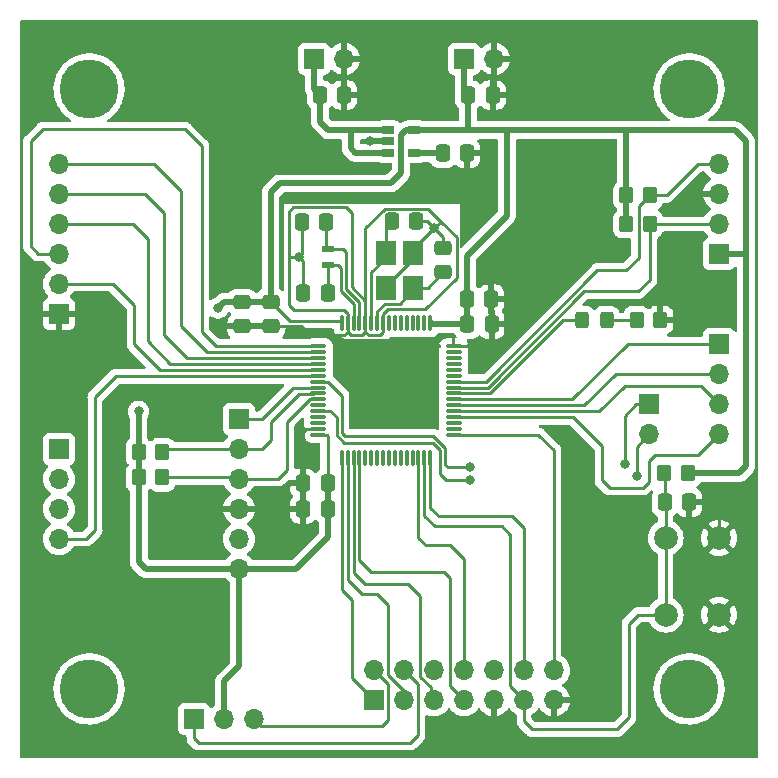
<source format=gbr>
G04 #@! TF.GenerationSoftware,KiCad,Pcbnew,(6.0.0)*
G04 #@! TF.CreationDate,2022-03-03T13:39:48-08:00*
G04 #@! TF.ProjectId,MSP430 Breakout,4d535034-3330-4204-9272-65616b6f7574,rev?*
G04 #@! TF.SameCoordinates,Original*
G04 #@! TF.FileFunction,Copper,L1,Top*
G04 #@! TF.FilePolarity,Positive*
%FSLAX46Y46*%
G04 Gerber Fmt 4.6, Leading zero omitted, Abs format (unit mm)*
G04 Created by KiCad (PCBNEW (6.0.0)) date 2022-03-03 13:39:48*
%MOMM*%
%LPD*%
G01*
G04 APERTURE LIST*
G04 Aperture macros list*
%AMRoundRect*
0 Rectangle with rounded corners*
0 $1 Rounding radius*
0 $2 $3 $4 $5 $6 $7 $8 $9 X,Y pos of 4 corners*
0 Add a 4 corners polygon primitive as box body*
4,1,4,$2,$3,$4,$5,$6,$7,$8,$9,$2,$3,0*
0 Add four circle primitives for the rounded corners*
1,1,$1+$1,$2,$3*
1,1,$1+$1,$4,$5*
1,1,$1+$1,$6,$7*
1,1,$1+$1,$8,$9*
0 Add four rect primitives between the rounded corners*
20,1,$1+$1,$2,$3,$4,$5,0*
20,1,$1+$1,$4,$5,$6,$7,0*
20,1,$1+$1,$6,$7,$8,$9,0*
20,1,$1+$1,$8,$9,$2,$3,0*%
G04 Aperture macros list end*
G04 #@! TA.AperFunction,SMDPad,CuDef*
%ADD10RoundRect,0.250000X-0.337500X-0.475000X0.337500X-0.475000X0.337500X0.475000X-0.337500X0.475000X0*%
G04 #@! TD*
G04 #@! TA.AperFunction,SMDPad,CuDef*
%ADD11RoundRect,0.250000X0.475000X-0.337500X0.475000X0.337500X-0.475000X0.337500X-0.475000X-0.337500X0*%
G04 #@! TD*
G04 #@! TA.AperFunction,SMDPad,CuDef*
%ADD12RoundRect,0.250000X0.337500X0.475000X-0.337500X0.475000X-0.337500X-0.475000X0.337500X-0.475000X0*%
G04 #@! TD*
G04 #@! TA.AperFunction,ComponentPad*
%ADD13R,1.700000X1.700000*%
G04 #@! TD*
G04 #@! TA.AperFunction,ComponentPad*
%ADD14O,1.700000X1.700000*%
G04 #@! TD*
G04 #@! TA.AperFunction,SMDPad,CuDef*
%ADD15RoundRect,0.249999X-0.350001X-0.450001X0.350001X-0.450001X0.350001X0.450001X-0.350001X0.450001X0*%
G04 #@! TD*
G04 #@! TA.AperFunction,SMDPad,CuDef*
%ADD16RoundRect,0.249999X0.350001X0.450001X-0.350001X0.450001X-0.350001X-0.450001X0.350001X-0.450001X0*%
G04 #@! TD*
G04 #@! TA.AperFunction,ComponentPad*
%ADD17C,2.000000*%
G04 #@! TD*
G04 #@! TA.AperFunction,SMDPad,CuDef*
%ADD18O,1.450000X0.299999*%
G04 #@! TD*
G04 #@! TA.AperFunction,SMDPad,CuDef*
%ADD19O,0.299999X1.450000*%
G04 #@! TD*
G04 #@! TA.AperFunction,SMDPad,CuDef*
%ADD20R,1.060000X0.650000*%
G04 #@! TD*
G04 #@! TA.AperFunction,SMDPad,CuDef*
%ADD21R,1.800000X2.100000*%
G04 #@! TD*
G04 #@! TA.AperFunction,SMDPad,CuDef*
%ADD22RoundRect,0.249999X0.325001X0.450001X-0.325001X0.450001X-0.325001X-0.450001X0.325001X-0.450001X0*%
G04 #@! TD*
G04 #@! TA.AperFunction,ComponentPad*
%ADD23C,0.800000*%
G04 #@! TD*
G04 #@! TA.AperFunction,ComponentPad*
%ADD24C,5.000000*%
G04 #@! TD*
G04 #@! TA.AperFunction,SMDPad,CuDef*
%ADD25R,1.100000X0.600000*%
G04 #@! TD*
G04 #@! TA.AperFunction,ViaPad*
%ADD26C,0.800000*%
G04 #@! TD*
G04 #@! TA.AperFunction,Conductor*
%ADD27C,0.250000*%
G04 #@! TD*
G04 #@! TA.AperFunction,Conductor*
%ADD28C,0.500000*%
G04 #@! TD*
G04 APERTURE END LIST*
D10*
X142599500Y-73279000D03*
X144674500Y-73279000D03*
X142726500Y-79248000D03*
X144801500Y-79248000D03*
D11*
X137541000Y-82063500D03*
X137541000Y-79988500D03*
D12*
X158644500Y-79756000D03*
X156569500Y-79756000D03*
D10*
X142726500Y-97536000D03*
X144801500Y-97536000D03*
D11*
X154559000Y-77491500D03*
X154559000Y-75416500D03*
D10*
X150219500Y-73152000D03*
X152294500Y-73152000D03*
D11*
X139954000Y-82063500D03*
X139954000Y-79988500D03*
D12*
X158666000Y-81915000D03*
X156591000Y-81915000D03*
D10*
X142726500Y-95377000D03*
X144801500Y-95377000D03*
X144123500Y-62484000D03*
X146198500Y-62484000D03*
X173333500Y-96964500D03*
X175408500Y-96964500D03*
X156696500Y-62484000D03*
X158771500Y-62484000D03*
X154537500Y-67437000D03*
X156612500Y-67437000D03*
D13*
X122047000Y-81026000D03*
D14*
X122047000Y-78486000D03*
X122047000Y-75946000D03*
X122047000Y-73406000D03*
X122047000Y-70866000D03*
X122047000Y-68326000D03*
D13*
X137287000Y-89916000D03*
D14*
X137287000Y-92456000D03*
X137287000Y-94996000D03*
X137287000Y-97536000D03*
X137287000Y-100076000D03*
X137287000Y-102616000D03*
D13*
X133477000Y-115316000D03*
D14*
X136017000Y-115316000D03*
X138557000Y-115316000D03*
D13*
X148717000Y-113728500D03*
D14*
X148717000Y-111188500D03*
X151257000Y-113728500D03*
X151257000Y-111188500D03*
X153797000Y-113728500D03*
X153797000Y-111188500D03*
X156337000Y-113728500D03*
X156337000Y-111188500D03*
X158877000Y-113728500D03*
X158877000Y-111188500D03*
X161417000Y-113728500D03*
X161417000Y-111188500D03*
X163957000Y-113728500D03*
X163957000Y-111188500D03*
D13*
X143637000Y-59436000D03*
D14*
X146177000Y-59436000D03*
D15*
X170069000Y-73406000D03*
X172069000Y-73406000D03*
X170069000Y-70993000D03*
X172069000Y-70993000D03*
X128794000Y-92710000D03*
X130794000Y-92710000D03*
X128794000Y-94869000D03*
X130794000Y-94869000D03*
D16*
X175307500Y-94488000D03*
X173307500Y-94488000D03*
D15*
X170958000Y-81534000D03*
X172958000Y-81534000D03*
D17*
X173418500Y-99989500D03*
X173418500Y-106489500D03*
X177918500Y-99989500D03*
X177918500Y-106489500D03*
D18*
X144008000Y-83753000D03*
X144008000Y-84252999D03*
X144008000Y-84753000D03*
X144008000Y-85252999D03*
X144008000Y-85753001D03*
X144008000Y-86253000D03*
X144008000Y-86752999D03*
X144008000Y-87253000D03*
X144008000Y-87753000D03*
X144008000Y-88253001D03*
X144008000Y-88753000D03*
X144008000Y-89252999D03*
X144008000Y-89753001D03*
X144008000Y-90253000D03*
X144008000Y-90753001D03*
X144008000Y-91253000D03*
D19*
X145983000Y-93228000D03*
X146482999Y-93228000D03*
X146983000Y-93228000D03*
X147482999Y-93228000D03*
X147983001Y-93228000D03*
X148483000Y-93228000D03*
X148982999Y-93228000D03*
X149483000Y-93228000D03*
X149983000Y-93228000D03*
X150483001Y-93228000D03*
X150983000Y-93228000D03*
X151482999Y-93228000D03*
X151983001Y-93228000D03*
X152483000Y-93228000D03*
X152983001Y-93228000D03*
X153483000Y-93228000D03*
D18*
X155458000Y-91253000D03*
X155458000Y-90753001D03*
X155458000Y-90253000D03*
X155458000Y-89753001D03*
X155458000Y-89252999D03*
X155458000Y-88753000D03*
X155458000Y-88253001D03*
X155458000Y-87753000D03*
X155458000Y-87253000D03*
X155458000Y-86752999D03*
X155458000Y-86253000D03*
X155458000Y-85753001D03*
X155458000Y-85252999D03*
X155458000Y-84753000D03*
X155458000Y-84252999D03*
X155458000Y-83753000D03*
D19*
X153483000Y-81778000D03*
X152983001Y-81778000D03*
X152483000Y-81778000D03*
X151983001Y-81778000D03*
X151482999Y-81778000D03*
X150983000Y-81778000D03*
X150483001Y-81778000D03*
X149983000Y-81778000D03*
X149483000Y-81778000D03*
X148982999Y-81778000D03*
X148483000Y-81778000D03*
X147983001Y-81778000D03*
X147482999Y-81778000D03*
X146983000Y-81778000D03*
X146482999Y-81778000D03*
X145983000Y-81778000D03*
D20*
X149903000Y-65471000D03*
X149903000Y-66421000D03*
X149903000Y-67371000D03*
X152103000Y-67371000D03*
X152103000Y-65471000D03*
D21*
X152026000Y-78793000D03*
X152026000Y-75893000D03*
X149726000Y-75893000D03*
X149726000Y-78793000D03*
D13*
X122047000Y-92456000D03*
D14*
X122047000Y-94996000D03*
X122047000Y-97536000D03*
X122047000Y-100076000D03*
D22*
X168411000Y-81534000D03*
X166361000Y-81534000D03*
D13*
X156337000Y-59436000D03*
D14*
X158877000Y-59436000D03*
D23*
X123261175Y-60650175D03*
X125912825Y-60650175D03*
X123261175Y-63301825D03*
X124587000Y-60101000D03*
D24*
X124587000Y-61976000D03*
D23*
X126462000Y-61976000D03*
X122712000Y-61976000D03*
X125912825Y-63301825D03*
X124587000Y-63851000D03*
D24*
X124587000Y-112776000D03*
D23*
X125912825Y-111450175D03*
X122712000Y-112776000D03*
X123261175Y-114101825D03*
X123261175Y-111450175D03*
X125912825Y-114101825D03*
X124587000Y-110901000D03*
X126462000Y-112776000D03*
X124587000Y-114651000D03*
X175387000Y-60101000D03*
X174061175Y-60650175D03*
X176712825Y-63301825D03*
X175387000Y-63851000D03*
X174061175Y-63301825D03*
X176712825Y-60650175D03*
D24*
X175387000Y-61976000D03*
D23*
X173512000Y-61976000D03*
X177262000Y-61976000D03*
X173512000Y-112776000D03*
X176712825Y-111450175D03*
X176712825Y-114101825D03*
X175387000Y-114651000D03*
X177262000Y-112776000D03*
X175387000Y-110901000D03*
X174061175Y-114101825D03*
X174061175Y-111450175D03*
D24*
X175387000Y-112776000D03*
D13*
X177927000Y-75946000D03*
D14*
X177927000Y-73406000D03*
X177927000Y-70866000D03*
X177927000Y-68326000D03*
D13*
X177927000Y-83566000D03*
D14*
X177927000Y-86106000D03*
X177927000Y-88646000D03*
X177927000Y-91186000D03*
D25*
X144843500Y-76900000D03*
X144843500Y-75500000D03*
D13*
X171983000Y-88666000D03*
D14*
X171983000Y-91206000D03*
D26*
X166751000Y-72771000D03*
X133731000Y-62738000D03*
X143637000Y-67437000D03*
X169799000Y-62738000D03*
X175768000Y-102997000D03*
X140462000Y-98806000D03*
X153797000Y-73787000D03*
X133731000Y-57912000D03*
X173736000Y-72136000D03*
X142367000Y-76200000D03*
X138557000Y-67437000D03*
X166751000Y-67818000D03*
X127127000Y-104394000D03*
X127000000Y-98933000D03*
X177419000Y-79248000D03*
X128651000Y-57912000D03*
X127000000Y-89281000D03*
X161671000Y-57912000D03*
X159766000Y-116205000D03*
X120269000Y-89281000D03*
X168148000Y-103505000D03*
X168148000Y-113030000D03*
X147574000Y-86614000D03*
X137033000Y-75692000D03*
X175133000Y-57912000D03*
X179451000Y-62738000D03*
X179451000Y-57912000D03*
X133223000Y-104394000D03*
X120269000Y-115824000D03*
X131318000Y-98806000D03*
X168148000Y-108585000D03*
X161798000Y-72771000D03*
X128651000Y-62738000D03*
X165481000Y-57912000D03*
X175514000Y-72136000D03*
X156591000Y-70104000D03*
X169799000Y-57912000D03*
X161671000Y-67818000D03*
X127127000Y-115824000D03*
X120396000Y-62738000D03*
X153416000Y-62738000D03*
X148844000Y-57912000D03*
X165608000Y-62738000D03*
X120269000Y-109728000D03*
X172085000Y-109093000D03*
X120269000Y-104394000D03*
X127127000Y-109728000D03*
X148844000Y-62738000D03*
X174117000Y-79248000D03*
X152019000Y-86614000D03*
X127000000Y-84582000D03*
X120269000Y-84582000D03*
X120396000Y-57912000D03*
X171958000Y-116078000D03*
X148336000Y-66421000D03*
X161798000Y-77343000D03*
X153797000Y-116205000D03*
X161671000Y-62738000D03*
X170561000Y-98933000D03*
X133223000Y-109728000D03*
X138430000Y-62738000D03*
X127000000Y-93599000D03*
X137033000Y-70231000D03*
X178943000Y-116078000D03*
X178943000Y-109093000D03*
X128778000Y-89281000D03*
X135509000Y-80518000D03*
X156845000Y-93980000D03*
X169926000Y-93726000D03*
X170942000Y-94742000D03*
X156845000Y-95123000D03*
D27*
X147983001Y-82524762D02*
X147983001Y-81778000D01*
X146304000Y-72009000D02*
X141859000Y-72009000D01*
X147983001Y-80165001D02*
X147983001Y-81778000D01*
X149483000Y-81031236D02*
X149896225Y-80618011D01*
X149483000Y-81778000D02*
X149483000Y-81031236D01*
X143033001Y-90753001D02*
X144008000Y-90753001D01*
X177918500Y-97527500D02*
X177918500Y-99989500D01*
X175408500Y-96964500D02*
X177355500Y-96964500D01*
X146482999Y-81778000D02*
X146482999Y-82524763D01*
X146179755Y-80727991D02*
X146482999Y-81031235D01*
D28*
X158877000Y-59436000D02*
X158877000Y-62378500D01*
D27*
X142599500Y-73279000D02*
X142599500Y-75967500D01*
X147983001Y-80165001D02*
X147983001Y-79911001D01*
X149726000Y-78643000D02*
X152026000Y-76343000D01*
X158666000Y-83269000D02*
X158666000Y-81915000D01*
X149200991Y-82828009D02*
X149483000Y-82546000D01*
D28*
X146198500Y-59457500D02*
X146177000Y-59436000D01*
D27*
X149896225Y-80618011D02*
X153058179Y-80618011D01*
X158182000Y-83753000D02*
X158666000Y-83269000D01*
X141478000Y-76200000D02*
X141478000Y-80264000D01*
X149643820Y-72101990D02*
X147983001Y-73762809D01*
X141859000Y-72009000D02*
X141478000Y-72390000D01*
X142367000Y-76200000D02*
X141478000Y-76200000D01*
X142726500Y-79248000D02*
X142726500Y-76559500D01*
X155458000Y-83753000D02*
X158182000Y-83753000D01*
D28*
X146198500Y-62484000D02*
X146198500Y-59457500D01*
D27*
X147983001Y-73762809D02*
X147983001Y-80165001D01*
D28*
X156591000Y-67458500D02*
X156612500Y-67437000D01*
D27*
X141478000Y-72390000D02*
X141478000Y-76200000D01*
X143280009Y-82828009D02*
X142515500Y-82063500D01*
X146786245Y-82828009D02*
X147679754Y-82828009D01*
X149726000Y-78793000D02*
X149726000Y-78643000D01*
X147983001Y-82524762D02*
X148286248Y-82828009D01*
X146482999Y-82524763D02*
X146786245Y-82828009D01*
X155702000Y-74549000D02*
X154368500Y-73215500D01*
X141941991Y-80727991D02*
X146179755Y-80727991D01*
D28*
X158877000Y-62378500D02*
X158771500Y-62484000D01*
D27*
X142515500Y-82063500D02*
X139954000Y-82063500D01*
X153162000Y-73152000D02*
X153797000Y-73787000D01*
X152026000Y-75558000D02*
X153797000Y-73787000D01*
X154559000Y-75416500D02*
X154559000Y-74549000D01*
X154368500Y-73215500D02*
X153254990Y-72101990D01*
X146179753Y-82828009D02*
X146482999Y-82524763D01*
X141478000Y-80264000D02*
X141941991Y-80727991D01*
X139954000Y-82063500D02*
X137541000Y-82063500D01*
X146482999Y-81031235D02*
X146482999Y-81778000D01*
X149483000Y-82546000D02*
X149483000Y-81778000D01*
X152026000Y-76343000D02*
X152026000Y-75893000D01*
X147983001Y-79911001D02*
X146812000Y-78740000D01*
X146179753Y-82828009D02*
X143280009Y-82828009D01*
X153254990Y-72101990D02*
X149643820Y-72101990D01*
D28*
X149903000Y-66421000D02*
X148336000Y-66421000D01*
D27*
X148286248Y-82828009D02*
X149200991Y-82828009D01*
X153058179Y-80618011D02*
X155702000Y-77974190D01*
X142599500Y-75967500D02*
X142367000Y-76200000D01*
X153797000Y-73787000D02*
X154368500Y-73215500D01*
X152294500Y-73152000D02*
X153162000Y-73152000D01*
X142726500Y-76559500D02*
X142367000Y-76200000D01*
X147679754Y-82828009D02*
X147983001Y-82524762D01*
X142726500Y-95377000D02*
X142726500Y-91059502D01*
X152026000Y-75893000D02*
X152026000Y-75558000D01*
X154559000Y-74549000D02*
X153797000Y-73787000D01*
X146812000Y-78740000D02*
X146812000Y-72517000D01*
X155702000Y-77974190D02*
X155702000Y-74549000D01*
X177355500Y-96964500D02*
X177918500Y-97527500D01*
X142726500Y-91059502D02*
X143033001Y-90753001D01*
X146812000Y-72517000D02*
X146304000Y-72009000D01*
D28*
X147127000Y-67371000D02*
X146746000Y-66990000D01*
X144123500Y-64748500D02*
X144123500Y-62484000D01*
X146746000Y-65471000D02*
X144846000Y-65471000D01*
X143637000Y-59436000D02*
X143637000Y-61997500D01*
X149903000Y-67371000D02*
X147127000Y-67371000D01*
X144846000Y-65471000D02*
X144123500Y-64748500D01*
X149903000Y-65471000D02*
X146746000Y-65471000D01*
X146746000Y-66990000D02*
X146746000Y-65471000D01*
X143637000Y-61997500D02*
X144123500Y-62484000D01*
D27*
X162115500Y-116205000D02*
X169291000Y-116205000D01*
X152983001Y-98119001D02*
X153860500Y-98996500D01*
X160241999Y-112553499D02*
X161417000Y-113728500D01*
X161417000Y-113728500D02*
X161417000Y-115506500D01*
X173333500Y-94514000D02*
X173307500Y-94488000D01*
X169291000Y-116205000D02*
X170307000Y-115189000D01*
X171069000Y-106489500D02*
X173418500Y-106489500D01*
X173418500Y-99989500D02*
X173418500Y-97049500D01*
X173333500Y-96964500D02*
X173333500Y-94514000D01*
X173418500Y-106489500D02*
X173418500Y-99989500D01*
X161417000Y-115506500D02*
X162115500Y-116205000D01*
X170307000Y-115189000D02*
X170307000Y-107251500D01*
X160241999Y-99726499D02*
X160241999Y-112553499D01*
X153860500Y-98996500D02*
X159512000Y-98996500D01*
X152983001Y-93228000D02*
X152983001Y-98119001D01*
X170307000Y-107251500D02*
X171069000Y-106489500D01*
X159512000Y-98996500D02*
X160241999Y-99726499D01*
X173418500Y-97049500D02*
X173333500Y-96964500D01*
D28*
X152169000Y-67437000D02*
X152103000Y-67371000D01*
X154537500Y-67437000D02*
X152169000Y-67437000D01*
D27*
X170958000Y-81534000D02*
X168411000Y-81534000D01*
X166361000Y-81534000D02*
X164719000Y-81534000D01*
X158500000Y-87753000D02*
X164719000Y-81534000D01*
X155458000Y-87753000D02*
X158500000Y-87753000D01*
X144008000Y-84252999D02*
X134544999Y-84252999D01*
X130048000Y-68326000D02*
X122047000Y-68326000D01*
X134544999Y-84252999D02*
X132334000Y-82042000D01*
X132334000Y-70612000D02*
X130048000Y-68326000D01*
X132334000Y-82042000D02*
X132334000Y-70612000D01*
X144008000Y-84753000D02*
X132886000Y-84753000D01*
X129286000Y-70866000D02*
X122047000Y-70866000D01*
X130937000Y-72517000D02*
X129286000Y-70866000D01*
X130937000Y-82804000D02*
X130937000Y-72517000D01*
X132886000Y-84753000D02*
X130937000Y-82804000D01*
X144008000Y-85252999D02*
X131480999Y-85252999D01*
X131480999Y-85252999D02*
X129540000Y-83312000D01*
X128270000Y-73406000D02*
X122047000Y-73406000D01*
X129540000Y-83312000D02*
X129540000Y-74676000D01*
X129540000Y-74676000D02*
X128270000Y-73406000D01*
X132715000Y-65405000D02*
X120650000Y-65405000D01*
X119634000Y-75311000D02*
X120269000Y-75946000D01*
X134112000Y-66802000D02*
X132715000Y-65405000D01*
X120269000Y-75946000D02*
X122047000Y-75946000D01*
X119634000Y-66421000D02*
X119634000Y-75311000D01*
X120650000Y-65405000D02*
X119634000Y-66421000D01*
X135315000Y-83753000D02*
X134112000Y-82550000D01*
X144008000Y-83753000D02*
X135315000Y-83753000D01*
X134112000Y-82550000D02*
X134112000Y-66802000D01*
X144008000Y-85753001D02*
X130584001Y-85753001D01*
X128397000Y-83566000D02*
X128397000Y-80264000D01*
X126619000Y-78486000D02*
X122047000Y-78486000D01*
X128397000Y-80264000D02*
X126619000Y-78486000D01*
X130584001Y-85753001D02*
X128397000Y-83566000D01*
X139192000Y-89916000D02*
X137287000Y-89916000D01*
X143608009Y-87277991D02*
X141830009Y-87277991D01*
X144008000Y-87253000D02*
X143633000Y-87253000D01*
X143633000Y-87253000D02*
X143608009Y-87277991D01*
X141830009Y-87277991D02*
X139192000Y-89916000D01*
X143641000Y-87753000D02*
X143616008Y-87777992D01*
X139954000Y-90170000D02*
X139954000Y-91694000D01*
X139954000Y-91694000D02*
X139192000Y-92456000D01*
X143616008Y-87777992D02*
X142346008Y-87777992D01*
X142346008Y-87777992D02*
X139954000Y-90170000D01*
X137287000Y-92456000D02*
X131048000Y-92456000D01*
X139192000Y-92456000D02*
X137287000Y-92456000D01*
X141351000Y-90163236D02*
X141351000Y-94234000D01*
X140589000Y-94996000D02*
X137287000Y-94996000D01*
X141351000Y-94234000D02*
X140589000Y-94996000D01*
X130794000Y-94869000D02*
X137160000Y-94869000D01*
X137160000Y-94869000D02*
X137287000Y-94996000D01*
X144008000Y-88253001D02*
X143261235Y-88253001D01*
X143261235Y-88253001D02*
X141351000Y-90163236D01*
X143807500Y-86253000D02*
X143782510Y-86277990D01*
X143782510Y-86277990D02*
X126891510Y-86277990D01*
X124333000Y-100076000D02*
X122047000Y-100076000D01*
X126891510Y-86277990D02*
X125095000Y-88074500D01*
X125095000Y-99314000D02*
X124333000Y-100076000D01*
X143998000Y-86253000D02*
X143973010Y-86277990D01*
X125095000Y-88074500D02*
X125095000Y-99314000D01*
X144008000Y-86253000D02*
X143807500Y-86253000D01*
X144008000Y-86253000D02*
X143998000Y-86253000D01*
X133477000Y-116967000D02*
X133477000Y-115316000D01*
X152432001Y-116680999D02*
X151765000Y-117348000D01*
X151257000Y-111188500D02*
X152432001Y-112363501D01*
X151765000Y-117348000D02*
X133858000Y-117348000D01*
X133858000Y-117348000D02*
X133477000Y-116967000D01*
X152432001Y-112363501D02*
X152432001Y-116680999D01*
X148717000Y-111188500D02*
X149892001Y-112363501D01*
X139128500Y-115887500D02*
X138557000Y-115316000D01*
X149892001Y-112363501D02*
X149892001Y-115410999D01*
X149892001Y-115410999D02*
X149415500Y-115887500D01*
X149415500Y-115887500D02*
X139128500Y-115887500D01*
X146875500Y-105283000D02*
X145983000Y-104390500D01*
X146875500Y-111887000D02*
X146875500Y-105283000D01*
X145983000Y-104390500D02*
X145983000Y-93228000D01*
X148717000Y-113728500D02*
X146875500Y-111887000D01*
X149892001Y-105696001D02*
X149892001Y-111562503D01*
X146482999Y-103556999D02*
X146482999Y-93228000D01*
X147701000Y-104775000D02*
X146482999Y-103556999D01*
X151257000Y-112927502D02*
X151257000Y-113728500D01*
X149892001Y-105696001D02*
X148971000Y-104775000D01*
X148971000Y-104775000D02*
X147701000Y-104775000D01*
X149892001Y-111562503D02*
X151257000Y-112927502D01*
X151574500Y-103886000D02*
X147955000Y-103886000D01*
X147955000Y-103886000D02*
X146983000Y-102914000D01*
X152621999Y-104933499D02*
X152621999Y-111752501D01*
X152621999Y-111752501D02*
X153518498Y-112649000D01*
X153518498Y-112649000D02*
X153518498Y-113449998D01*
X153518498Y-113449998D02*
X153797000Y-113728500D01*
X146983000Y-102914000D02*
X146983000Y-93228000D01*
X152621999Y-104933499D02*
X151574500Y-103886000D01*
X147482999Y-101889999D02*
X147482999Y-93228000D01*
X155161999Y-112553499D02*
X155161999Y-103409499D01*
X156337000Y-113728500D02*
X155161999Y-112553499D01*
X155161999Y-103409499D02*
X154622500Y-102870000D01*
X154622500Y-102870000D02*
X148463000Y-102870000D01*
X148463000Y-102870000D02*
X147482999Y-101889999D01*
X156337000Y-101790500D02*
X155130500Y-100584000D01*
X152483000Y-99968500D02*
X152483000Y-93228000D01*
X155130500Y-100584000D02*
X153098500Y-100584000D01*
X156337000Y-111188500D02*
X156337000Y-101790500D01*
X153098500Y-100584000D02*
X152483000Y-99968500D01*
X163957000Y-92583000D02*
X162627000Y-91253000D01*
X163957000Y-111188500D02*
X163957000Y-92583000D01*
X162627000Y-91253000D02*
X155458000Y-91253000D01*
X160401000Y-98171000D02*
X161417000Y-99187000D01*
X154178000Y-98171000D02*
X160401000Y-98171000D01*
X153483000Y-97476000D02*
X154178000Y-98171000D01*
X161417000Y-99187000D02*
X161417000Y-111188500D01*
X153483000Y-93228000D02*
X153483000Y-97476000D01*
X171143990Y-76252010D02*
X171143990Y-71918010D01*
X172069000Y-70993000D02*
X173482000Y-70993000D01*
X173482000Y-70993000D02*
X176149000Y-68326000D01*
X171143990Y-71918010D02*
X172069000Y-70993000D01*
X176149000Y-68326000D02*
X177927000Y-68326000D01*
X155458000Y-86752999D02*
X158227181Y-86752999D01*
X170053000Y-77343000D02*
X171143990Y-76252010D01*
X158227181Y-86752999D02*
X167637180Y-77343000D01*
X167637180Y-77343000D02*
X170053000Y-77343000D01*
X171069000Y-79121000D02*
X172069000Y-78121000D01*
X155458000Y-87253000D02*
X158363590Y-87253000D01*
X172069000Y-73406000D02*
X177927000Y-73406000D01*
X166495590Y-79121000D02*
X171069000Y-79121000D01*
X158363590Y-87253000D02*
X166495590Y-79121000D01*
X172069000Y-78121000D02*
X172069000Y-73406000D01*
X147482999Y-80047409D02*
X146361990Y-78926400D01*
X146361990Y-75749990D02*
X146112000Y-75500000D01*
X146112000Y-75500000D02*
X144843500Y-75500000D01*
X144674500Y-75331000D02*
X144843500Y-75500000D01*
X144674500Y-73279000D02*
X144674500Y-75331000D01*
X146361990Y-78926400D02*
X146361990Y-75749990D01*
X147482999Y-81778000D02*
X147482999Y-80047409D01*
X146983000Y-80183820D02*
X145911980Y-79112800D01*
X144843500Y-76900000D02*
X144843500Y-79206000D01*
X145670500Y-76900000D02*
X144843500Y-76900000D01*
X146983000Y-81778000D02*
X146983000Y-80183820D01*
X145911980Y-79112800D02*
X145911980Y-77141480D01*
X145911980Y-77141480D02*
X145670500Y-76900000D01*
D28*
X156337000Y-62124500D02*
X156696500Y-62484000D01*
D27*
X144801500Y-91334500D02*
X144720000Y-91253000D01*
D28*
X133858000Y-102616000D02*
X137287000Y-102616000D01*
X129413000Y-102616000D02*
X133858000Y-102616000D01*
D27*
X145983000Y-81778000D02*
X145818490Y-81613490D01*
D28*
X137541000Y-79988500D02*
X136038500Y-79988500D01*
X180086000Y-75946000D02*
X180213000Y-75819000D01*
X170241000Y-65471000D02*
X179263000Y-65471000D01*
X180213000Y-66421000D02*
X180213000Y-75819000D01*
X140716000Y-69977000D02*
X139954000Y-70739000D01*
X137287000Y-102616000D02*
X137287000Y-110871000D01*
X128778000Y-92694000D02*
X128794000Y-92710000D01*
X180213000Y-93916500D02*
X180213000Y-75819000D01*
X144801500Y-99927500D02*
X144801500Y-97536000D01*
X156591000Y-81915000D02*
X156591000Y-79777500D01*
X139954000Y-77724000D02*
X139954000Y-79988500D01*
X136017000Y-112141000D02*
X136017000Y-115316000D01*
X156569500Y-76094500D02*
X159959000Y-72705000D01*
D27*
X145818490Y-81613490D02*
X141578990Y-81613490D01*
D28*
X144801500Y-97536000D02*
X144801500Y-95377000D01*
X156591000Y-81915000D02*
X153720010Y-81915000D01*
X179263000Y-65471000D02*
X180213000Y-66421000D01*
D27*
X141578990Y-81613490D02*
X139954000Y-79988500D01*
D28*
X139954000Y-70739000D02*
X139954000Y-77724000D01*
X156652000Y-65471000D02*
X159959000Y-65471000D01*
X151445000Y-65471000D02*
X151003000Y-65913000D01*
X159959000Y-65471000D02*
X170241000Y-65471000D01*
X153720010Y-81915000D02*
X153583010Y-81778000D01*
X137287000Y-110871000D02*
X136017000Y-112141000D01*
X137287000Y-102616000D02*
X142113000Y-102616000D01*
X150114000Y-69977000D02*
X140716000Y-69977000D01*
X152103000Y-65471000D02*
X151445000Y-65471000D01*
X170069000Y-65643000D02*
X170241000Y-65471000D01*
D27*
X144801500Y-95377000D02*
X144801500Y-91334500D01*
D28*
X142113000Y-102616000D02*
X144801500Y-99927500D01*
X151003000Y-69088000D02*
X150114000Y-69977000D01*
X156696500Y-62484000D02*
X156696500Y-65426500D01*
X175307500Y-94488000D02*
X179641500Y-94488000D01*
X170069000Y-70993000D02*
X170069000Y-65643000D01*
X179641500Y-94488000D02*
X180213000Y-93916500D01*
X128794000Y-101997000D02*
X129413000Y-102616000D01*
X156591000Y-79777500D02*
X156569500Y-79756000D01*
X156696500Y-65426500D02*
X156652000Y-65471000D01*
D27*
X144720000Y-91253000D02*
X144008000Y-91253000D01*
D28*
X128794000Y-92710000D02*
X128794000Y-94869000D01*
X152103000Y-65471000D02*
X156652000Y-65471000D01*
X128778000Y-89281000D02*
X128778000Y-92694000D01*
X139954000Y-79988500D02*
X137541000Y-79988500D01*
X136038500Y-79988500D02*
X135509000Y-80518000D01*
X159959000Y-72705000D02*
X159959000Y-65471000D01*
X128794000Y-94869000D02*
X128794000Y-101997000D01*
X156569500Y-79756000D02*
X156569500Y-76094500D01*
X170069000Y-70993000D02*
X170069000Y-73406000D01*
X177927000Y-75946000D02*
X180086000Y-75946000D01*
X151003000Y-65913000D02*
X151003000Y-69088000D01*
X156337000Y-59436000D02*
X156337000Y-62124500D01*
D27*
X150886001Y-80168001D02*
X152026000Y-79028002D01*
X149617999Y-80168001D02*
X150886001Y-80168001D01*
X148982999Y-80803001D02*
X149617999Y-80168001D01*
X152026000Y-78793000D02*
X153257500Y-78793000D01*
X153257500Y-78793000D02*
X154559000Y-77491500D01*
X152026000Y-79028002D02*
X152026000Y-78793000D01*
X148982999Y-81778000D02*
X148982999Y-80803001D01*
X149726000Y-75893000D02*
X149726000Y-73645500D01*
X149726000Y-73645500D02*
X150219500Y-73152000D01*
X148483000Y-81778000D02*
X148483000Y-77500998D01*
X148483000Y-77500998D02*
X149726000Y-76257998D01*
X149726000Y-76257998D02*
X149726000Y-75893000D01*
X165492999Y-88253001D02*
X170180000Y-83566000D01*
X170180000Y-83566000D02*
X177927000Y-83566000D01*
X155458000Y-88253001D02*
X165492999Y-88253001D01*
X169164000Y-86106000D02*
X177927000Y-86106000D01*
X166517000Y-88753000D02*
X169164000Y-86106000D01*
X155458000Y-88753000D02*
X166517000Y-88753000D01*
X155458000Y-89252999D02*
X167795001Y-89252999D01*
X169926000Y-87122000D02*
X176403000Y-87122000D01*
X176403000Y-87122000D02*
X177927000Y-88646000D01*
X167795001Y-89252999D02*
X169926000Y-87122000D01*
X165572001Y-89753001D02*
X168021000Y-92202000D01*
X171958000Y-93472000D02*
X172466000Y-92964000D01*
X155458000Y-89753001D02*
X165572001Y-89753001D01*
X172466000Y-92964000D02*
X176149000Y-92964000D01*
X168021000Y-92202000D02*
X168021000Y-95123000D01*
X171450000Y-95758000D02*
X171958000Y-95250000D01*
X171958000Y-95250000D02*
X171958000Y-93472000D01*
X168656000Y-95758000D02*
X171450000Y-95758000D01*
X176149000Y-92964000D02*
X177927000Y-91186000D01*
X168021000Y-95123000D02*
X168656000Y-95758000D01*
X154754520Y-92396802D02*
X153733859Y-91376141D01*
X154754520Y-93794520D02*
X154754520Y-92396802D01*
X169926000Y-93726000D02*
X169926000Y-89662000D01*
X169926000Y-89662000D02*
X170922000Y-88666000D01*
X170922000Y-88666000D02*
X171983000Y-88666000D01*
X146240859Y-91376141D02*
X145991520Y-91126802D01*
X145991520Y-91126802D02*
X145991520Y-87952520D01*
X154940000Y-93980000D02*
X154754520Y-93794520D01*
X144008000Y-86752999D02*
X144791999Y-86752999D01*
X156845000Y-93980000D02*
X154940000Y-93980000D01*
X144791999Y-86752999D02*
X145991520Y-87952520D01*
X153733859Y-91376141D02*
X146240859Y-91376141D01*
X145542000Y-91313000D02*
X146177000Y-91948000D01*
X154813000Y-95123000D02*
X156845000Y-95123000D01*
X144008000Y-89252999D02*
X145005999Y-89252999D01*
X154305000Y-92583000D02*
X154305000Y-94615000D01*
X145542000Y-89789000D02*
X145542000Y-91313000D01*
X170942000Y-92247000D02*
X171983000Y-91206000D01*
X145005999Y-89252999D02*
X145542000Y-89789000D01*
X153670000Y-91948000D02*
X154305000Y-92583000D01*
X154305000Y-94615000D02*
X154813000Y-95123000D01*
X170942000Y-94742000D02*
X170942000Y-92247000D01*
X146177000Y-91948000D02*
X153670000Y-91948000D01*
G04 #@! TA.AperFunction,Conductor*
G36*
X181171121Y-56154002D02*
G01*
X181217614Y-56207658D01*
X181229000Y-56260000D01*
X181229000Y-118492000D01*
X181208998Y-118560121D01*
X181155342Y-118606614D01*
X181103000Y-118618000D01*
X118871000Y-118618000D01*
X118802879Y-118597998D01*
X118756386Y-118544342D01*
X118745000Y-118492000D01*
X118745000Y-112681341D01*
X121574888Y-112681341D01*
X121574983Y-112684971D01*
X121574983Y-112684972D01*
X121579755Y-112867217D01*
X121583970Y-113028171D01*
X121632856Y-113371660D01*
X121720897Y-113707253D01*
X121846927Y-114030503D01*
X121862204Y-114059357D01*
X121998012Y-114315853D01*
X122009275Y-114337126D01*
X122011325Y-114340109D01*
X122011327Y-114340112D01*
X122203733Y-114620064D01*
X122203739Y-114620071D01*
X122205790Y-114623056D01*
X122433866Y-114884505D01*
X122511096Y-114954779D01*
X122657881Y-115088342D01*
X122690481Y-115118006D01*
X122972233Y-115320466D01*
X123275388Y-115489200D01*
X123595928Y-115621972D01*
X123599422Y-115622967D01*
X123599424Y-115622968D01*
X123926103Y-115716025D01*
X123926108Y-115716026D01*
X123929604Y-115717022D01*
X124126304Y-115749233D01*
X124268412Y-115772504D01*
X124268419Y-115772505D01*
X124271993Y-115773090D01*
X124405178Y-115779371D01*
X124614931Y-115789263D01*
X124614932Y-115789263D01*
X124618558Y-115789434D01*
X124664236Y-115786320D01*
X124961073Y-115766084D01*
X124961081Y-115766083D01*
X124964704Y-115765836D01*
X124968279Y-115765173D01*
X124968282Y-115765173D01*
X125302279Y-115703270D01*
X125302283Y-115703269D01*
X125305844Y-115702609D01*
X125637456Y-115600592D01*
X125955145Y-115461136D01*
X125972382Y-115451064D01*
X126251560Y-115287926D01*
X126251562Y-115287925D01*
X126254700Y-115286091D01*
X126304399Y-115248776D01*
X126529244Y-115079958D01*
X126529248Y-115079955D01*
X126532151Y-115077775D01*
X126783819Y-114838950D01*
X127006370Y-114572783D01*
X127035007Y-114529188D01*
X127132305Y-114381064D01*
X127196853Y-114282799D01*
X127276894Y-114123655D01*
X127351117Y-113976080D01*
X127351120Y-113976072D01*
X127352744Y-113972844D01*
X127358848Y-113956165D01*
X127470729Y-113650437D01*
X127470730Y-113650433D01*
X127471977Y-113647026D01*
X127472822Y-113643504D01*
X127472825Y-113643496D01*
X127552124Y-113313191D01*
X127552125Y-113313187D01*
X127552971Y-113309662D01*
X127580238Y-113084340D01*
X127594316Y-112968004D01*
X127594316Y-112967997D01*
X127594652Y-112965225D01*
X127600599Y-112776000D01*
X127597873Y-112728715D01*
X127580836Y-112433246D01*
X127580835Y-112433241D01*
X127580627Y-112429626D01*
X127563626Y-112332214D01*
X127521600Y-112091415D01*
X127521598Y-112091408D01*
X127520976Y-112087842D01*
X127516281Y-112071989D01*
X127473290Y-111926856D01*
X127422437Y-111755180D01*
X127415841Y-111739716D01*
X127287740Y-111439386D01*
X127287738Y-111439383D01*
X127286316Y-111436048D01*
X127279403Y-111423927D01*
X127116208Y-111137816D01*
X127114417Y-111134676D01*
X127097797Y-111112050D01*
X126994071Y-110970845D01*
X126909018Y-110855060D01*
X126672842Y-110600904D01*
X126409019Y-110375578D01*
X126121047Y-110182069D01*
X125812741Y-110022940D01*
X125488189Y-109900302D01*
X125484668Y-109899418D01*
X125484663Y-109899416D01*
X125279197Y-109847807D01*
X125151692Y-109815780D01*
X125129476Y-109812855D01*
X124811315Y-109770968D01*
X124811307Y-109770967D01*
X124807711Y-109770494D01*
X124663045Y-109768221D01*
X124464446Y-109765101D01*
X124464442Y-109765101D01*
X124460804Y-109765044D01*
X124457190Y-109765405D01*
X124457184Y-109765405D01*
X124269396Y-109784149D01*
X124115569Y-109799503D01*
X123969593Y-109831331D01*
X123781711Y-109872296D01*
X123776583Y-109873414D01*
X123773156Y-109874587D01*
X123773150Y-109874589D01*
X123573137Y-109943069D01*
X123448339Y-109985797D01*
X123135188Y-110135163D01*
X122841279Y-110319532D01*
X122838443Y-110321804D01*
X122838436Y-110321809D01*
X122610239Y-110504629D01*
X122570509Y-110536459D01*
X122326466Y-110783071D01*
X122324225Y-110785929D01*
X122126225Y-111038449D01*
X122112386Y-111056098D01*
X122110493Y-111059187D01*
X122110491Y-111059190D01*
X122064233Y-111134676D01*
X121931105Y-111351921D01*
X121929580Y-111355206D01*
X121929578Y-111355210D01*
X121883364Y-111454770D01*
X121785027Y-111666620D01*
X121732016Y-111826909D01*
X121679108Y-111986889D01*
X121676087Y-111996023D01*
X121675351Y-111999578D01*
X121675350Y-111999581D01*
X121611538Y-112307717D01*
X121605730Y-112335764D01*
X121574888Y-112681341D01*
X118745000Y-112681341D01*
X118745000Y-81920669D01*
X120689001Y-81920669D01*
X120689371Y-81927490D01*
X120694895Y-81978352D01*
X120698521Y-81993604D01*
X120743676Y-82114054D01*
X120752214Y-82129649D01*
X120828715Y-82231724D01*
X120841276Y-82244285D01*
X120943351Y-82320786D01*
X120958946Y-82329324D01*
X121079394Y-82374478D01*
X121094649Y-82378105D01*
X121145514Y-82383631D01*
X121152328Y-82384000D01*
X121774885Y-82384000D01*
X121790124Y-82379525D01*
X121791329Y-82378135D01*
X121793000Y-82370452D01*
X121793000Y-82365884D01*
X122301000Y-82365884D01*
X122305475Y-82381123D01*
X122306865Y-82382328D01*
X122314548Y-82383999D01*
X122941669Y-82383999D01*
X122948490Y-82383629D01*
X122999352Y-82378105D01*
X123014604Y-82374479D01*
X123135054Y-82329324D01*
X123150649Y-82320786D01*
X123252724Y-82244285D01*
X123265285Y-82231724D01*
X123341786Y-82129649D01*
X123350324Y-82114054D01*
X123395478Y-81993606D01*
X123399105Y-81978351D01*
X123404631Y-81927486D01*
X123405000Y-81920672D01*
X123405000Y-81298115D01*
X123400525Y-81282876D01*
X123399135Y-81281671D01*
X123391452Y-81280000D01*
X122319115Y-81280000D01*
X122303876Y-81284475D01*
X122302671Y-81285865D01*
X122301000Y-81293548D01*
X122301000Y-82365884D01*
X121793000Y-82365884D01*
X121793000Y-81298115D01*
X121788525Y-81282876D01*
X121787135Y-81281671D01*
X121779452Y-81280000D01*
X120707116Y-81280000D01*
X120691877Y-81284475D01*
X120690672Y-81285865D01*
X120689001Y-81293548D01*
X120689001Y-81920669D01*
X118745000Y-81920669D01*
X118745000Y-66419794D01*
X118747496Y-66411295D01*
X118746205Y-66401191D01*
X118995144Y-66401191D01*
X118996441Y-66407936D01*
X118999941Y-66444961D01*
X119000500Y-66456819D01*
X119000500Y-75232233D01*
X118999973Y-75243416D01*
X118998298Y-75250909D01*
X118998547Y-75258835D01*
X118998547Y-75258836D01*
X119000438Y-75318986D01*
X119000500Y-75322945D01*
X119000500Y-75350856D01*
X119000997Y-75354790D01*
X119000997Y-75354791D01*
X119001005Y-75354856D01*
X119001938Y-75366693D01*
X119003327Y-75410889D01*
X119008978Y-75430339D01*
X119012987Y-75449700D01*
X119015526Y-75469797D01*
X119018445Y-75477168D01*
X119018445Y-75477170D01*
X119031804Y-75510912D01*
X119035649Y-75522142D01*
X119047982Y-75564593D01*
X119052015Y-75571412D01*
X119052017Y-75571417D01*
X119058293Y-75582028D01*
X119066988Y-75599776D01*
X119074448Y-75618617D01*
X119079110Y-75625033D01*
X119079110Y-75625034D01*
X119100436Y-75654387D01*
X119106952Y-75664307D01*
X119129458Y-75702362D01*
X119143779Y-75716683D01*
X119156619Y-75731716D01*
X119168528Y-75748107D01*
X119174634Y-75753158D01*
X119202605Y-75776298D01*
X119211384Y-75784288D01*
X119765343Y-76338247D01*
X119772887Y-76346537D01*
X119777000Y-76353018D01*
X119782777Y-76358443D01*
X119826667Y-76399658D01*
X119829509Y-76402413D01*
X119849231Y-76422135D01*
X119852355Y-76424558D01*
X119852359Y-76424562D01*
X119852424Y-76424612D01*
X119861445Y-76432317D01*
X119893679Y-76462586D01*
X119900627Y-76466405D01*
X119900629Y-76466407D01*
X119911432Y-76472346D01*
X119927959Y-76483202D01*
X119937698Y-76490757D01*
X119937700Y-76490758D01*
X119943960Y-76495614D01*
X119984540Y-76513174D01*
X119995188Y-76518391D01*
X120033940Y-76539695D01*
X120041616Y-76541666D01*
X120041619Y-76541667D01*
X120053562Y-76544733D01*
X120072267Y-76551137D01*
X120090855Y-76559181D01*
X120098678Y-76560420D01*
X120098688Y-76560423D01*
X120134524Y-76566099D01*
X120146144Y-76568505D01*
X120181289Y-76577528D01*
X120188970Y-76579500D01*
X120209224Y-76579500D01*
X120228934Y-76581051D01*
X120248943Y-76584220D01*
X120256835Y-76583474D01*
X120292961Y-76580059D01*
X120304819Y-76579500D01*
X120771274Y-76579500D01*
X120839395Y-76599502D01*
X120878707Y-76639665D01*
X120946987Y-76751088D01*
X121093250Y-76919938D01*
X121265126Y-77062632D01*
X121335595Y-77103811D01*
X121338445Y-77105476D01*
X121387169Y-77157114D01*
X121400240Y-77226897D01*
X121373509Y-77292669D01*
X121333055Y-77326027D01*
X121320607Y-77332507D01*
X121316474Y-77335610D01*
X121316471Y-77335612D01*
X121292247Y-77353800D01*
X121141965Y-77466635D01*
X120987629Y-77628138D01*
X120861743Y-77812680D01*
X120823299Y-77895501D01*
X120785701Y-77976500D01*
X120767688Y-78015305D01*
X120707989Y-78230570D01*
X120684251Y-78452695D01*
X120684548Y-78457848D01*
X120684548Y-78457851D01*
X120691997Y-78587037D01*
X120697110Y-78675715D01*
X120698247Y-78680761D01*
X120698248Y-78680767D01*
X120722304Y-78787508D01*
X120746222Y-78893639D01*
X120830266Y-79100616D01*
X120873694Y-79171484D01*
X120935077Y-79271652D01*
X120946987Y-79291088D01*
X120950367Y-79294990D01*
X120955659Y-79301099D01*
X121093250Y-79459938D01*
X121097225Y-79463238D01*
X121097231Y-79463244D01*
X121102425Y-79467556D01*
X121142059Y-79526460D01*
X121143555Y-79597441D01*
X121106439Y-79657962D01*
X121066168Y-79682480D01*
X120958946Y-79722676D01*
X120943351Y-79731214D01*
X120841276Y-79807715D01*
X120828715Y-79820276D01*
X120752214Y-79922351D01*
X120743676Y-79937946D01*
X120698522Y-80058394D01*
X120694895Y-80073649D01*
X120689369Y-80124514D01*
X120689000Y-80131328D01*
X120689000Y-80753885D01*
X120693475Y-80769124D01*
X120694865Y-80770329D01*
X120702548Y-80772000D01*
X123386884Y-80772000D01*
X123402123Y-80767525D01*
X123403328Y-80766135D01*
X123404999Y-80758452D01*
X123404999Y-80131331D01*
X123404629Y-80124510D01*
X123399105Y-80073648D01*
X123395479Y-80058396D01*
X123350324Y-79937946D01*
X123341786Y-79922351D01*
X123265285Y-79820276D01*
X123252724Y-79807715D01*
X123150649Y-79731214D01*
X123135054Y-79722676D01*
X123024813Y-79681348D01*
X122968049Y-79638706D01*
X122943349Y-79572145D01*
X122958557Y-79502796D01*
X122980104Y-79474115D01*
X123081430Y-79373144D01*
X123081440Y-79373132D01*
X123085096Y-79369489D01*
X123130957Y-79305667D01*
X123212435Y-79192277D01*
X123215453Y-79188077D01*
X123217746Y-79183437D01*
X123219446Y-79180608D01*
X123271674Y-79132518D01*
X123327451Y-79119500D01*
X126304406Y-79119500D01*
X126372527Y-79139502D01*
X126393501Y-79156405D01*
X127726595Y-80489499D01*
X127760621Y-80551811D01*
X127763500Y-80578594D01*
X127763500Y-83487233D01*
X127762973Y-83498416D01*
X127761298Y-83505909D01*
X127761547Y-83513835D01*
X127761547Y-83513836D01*
X127763438Y-83573986D01*
X127763500Y-83577945D01*
X127763500Y-83605856D01*
X127763997Y-83609790D01*
X127763997Y-83609791D01*
X127764005Y-83609856D01*
X127764938Y-83621693D01*
X127766327Y-83665889D01*
X127771978Y-83685339D01*
X127775987Y-83704700D01*
X127778526Y-83724797D01*
X127781445Y-83732168D01*
X127781445Y-83732170D01*
X127794804Y-83765912D01*
X127798649Y-83777142D01*
X127803743Y-83794676D01*
X127810982Y-83819593D01*
X127815015Y-83826412D01*
X127815017Y-83826417D01*
X127821293Y-83837028D01*
X127829988Y-83854776D01*
X127837448Y-83873617D01*
X127842110Y-83880033D01*
X127842110Y-83880034D01*
X127863436Y-83909387D01*
X127869952Y-83919307D01*
X127888197Y-83950157D01*
X127892458Y-83957362D01*
X127906779Y-83971683D01*
X127919619Y-83986716D01*
X127931528Y-84003107D01*
X127937634Y-84008158D01*
X127965605Y-84031298D01*
X127974384Y-84039288D01*
X129364491Y-85429395D01*
X129398517Y-85491707D01*
X129393452Y-85562522D01*
X129350905Y-85619358D01*
X129284385Y-85644169D01*
X129275396Y-85644490D01*
X126970277Y-85644490D01*
X126959094Y-85643963D01*
X126951601Y-85642288D01*
X126943675Y-85642537D01*
X126943674Y-85642537D01*
X126883511Y-85644428D01*
X126879553Y-85644490D01*
X126851654Y-85644490D01*
X126847664Y-85644994D01*
X126835830Y-85645926D01*
X126791621Y-85647316D01*
X126784007Y-85649528D01*
X126784002Y-85649529D01*
X126772169Y-85652967D01*
X126752806Y-85656978D01*
X126732713Y-85659516D01*
X126725346Y-85662433D01*
X126725341Y-85662434D01*
X126691602Y-85675792D01*
X126680375Y-85679636D01*
X126637917Y-85691972D01*
X126631091Y-85696009D01*
X126620482Y-85702283D01*
X126602734Y-85710978D01*
X126583893Y-85718438D01*
X126577477Y-85723100D01*
X126577476Y-85723100D01*
X126548123Y-85744426D01*
X126538203Y-85750942D01*
X126506975Y-85769410D01*
X126506972Y-85769412D01*
X126500148Y-85773448D01*
X126485827Y-85787769D01*
X126470794Y-85800609D01*
X126454403Y-85812518D01*
X126449352Y-85818624D01*
X126426212Y-85846595D01*
X126418222Y-85855374D01*
X124702747Y-87570848D01*
X124694461Y-87578388D01*
X124687982Y-87582500D01*
X124682557Y-87588277D01*
X124641357Y-87632151D01*
X124638602Y-87634993D01*
X124618865Y-87654730D01*
X124616385Y-87657927D01*
X124608682Y-87666947D01*
X124578414Y-87699179D01*
X124574595Y-87706125D01*
X124574593Y-87706128D01*
X124568652Y-87716934D01*
X124557801Y-87733453D01*
X124545386Y-87749459D01*
X124542241Y-87756728D01*
X124542238Y-87756732D01*
X124527826Y-87790037D01*
X124522609Y-87800687D01*
X124501305Y-87839440D01*
X124499334Y-87847115D01*
X124499334Y-87847116D01*
X124496267Y-87859062D01*
X124489863Y-87877766D01*
X124481819Y-87896355D01*
X124480580Y-87904178D01*
X124480577Y-87904188D01*
X124474901Y-87940024D01*
X124472495Y-87951644D01*
X124461500Y-87994470D01*
X124461500Y-88014724D01*
X124459949Y-88034434D01*
X124456780Y-88054443D01*
X124457526Y-88062335D01*
X124460941Y-88098461D01*
X124461500Y-88110319D01*
X124461500Y-98999405D01*
X124441498Y-99067526D01*
X124424595Y-99088501D01*
X124107499Y-99405596D01*
X124045187Y-99439621D01*
X124018404Y-99442500D01*
X123323805Y-99442500D01*
X123255684Y-99422498D01*
X123218013Y-99384940D01*
X123129822Y-99248617D01*
X123129820Y-99248614D01*
X123127014Y-99244277D01*
X122976670Y-99079051D01*
X122972619Y-99075852D01*
X122972615Y-99075848D01*
X122805414Y-98943800D01*
X122805410Y-98943798D01*
X122801359Y-98940598D01*
X122760053Y-98917796D01*
X122710084Y-98867364D01*
X122695312Y-98797921D01*
X122720428Y-98731516D01*
X122747780Y-98704909D01*
X122795860Y-98670614D01*
X122926860Y-98577173D01*
X122951353Y-98552766D01*
X123081435Y-98423137D01*
X123085096Y-98419489D01*
X123144594Y-98336689D01*
X123212435Y-98242277D01*
X123215453Y-98238077D01*
X123235508Y-98197500D01*
X123312136Y-98042453D01*
X123312137Y-98042451D01*
X123314430Y-98037811D01*
X123366121Y-97867676D01*
X123377865Y-97829023D01*
X123377865Y-97829021D01*
X123379370Y-97824069D01*
X123408529Y-97602590D01*
X123408611Y-97599240D01*
X123410074Y-97539365D01*
X123410074Y-97539361D01*
X123410156Y-97536000D01*
X123391852Y-97313361D01*
X123337431Y-97096702D01*
X123248354Y-96891840D01*
X123208906Y-96830862D01*
X123129822Y-96708617D01*
X123129820Y-96708614D01*
X123127014Y-96704277D01*
X122976670Y-96539051D01*
X122972619Y-96535852D01*
X122972615Y-96535848D01*
X122805414Y-96403800D01*
X122805410Y-96403798D01*
X122801359Y-96400598D01*
X122760053Y-96377796D01*
X122710084Y-96327364D01*
X122695312Y-96257921D01*
X122720428Y-96191516D01*
X122747780Y-96164909D01*
X122800652Y-96127196D01*
X122926860Y-96037173D01*
X122947910Y-96016197D01*
X123042290Y-95922146D01*
X123085096Y-95879489D01*
X123120129Y-95830736D01*
X123212435Y-95702277D01*
X123215453Y-95698077D01*
X123218195Y-95692530D01*
X123312136Y-95502453D01*
X123312137Y-95502451D01*
X123314430Y-95497811D01*
X123364157Y-95334142D01*
X123377865Y-95289023D01*
X123377865Y-95289021D01*
X123379370Y-95284069D01*
X123408529Y-95062590D01*
X123408978Y-95044233D01*
X123410074Y-94999365D01*
X123410074Y-94999361D01*
X123410156Y-94996000D01*
X123391852Y-94773361D01*
X123337431Y-94556702D01*
X123248354Y-94351840D01*
X123187394Y-94257610D01*
X123129822Y-94168617D01*
X123129820Y-94168614D01*
X123127014Y-94164277D01*
X123113033Y-94148912D01*
X122979798Y-94002488D01*
X122948746Y-93938642D01*
X122957141Y-93868143D01*
X123002317Y-93813375D01*
X123028761Y-93799706D01*
X123135297Y-93759767D01*
X123143705Y-93756615D01*
X123260261Y-93669261D01*
X123347615Y-93552705D01*
X123398745Y-93416316D01*
X123405500Y-93354134D01*
X123405500Y-91557866D01*
X123398745Y-91495684D01*
X123347615Y-91359295D01*
X123260261Y-91242739D01*
X123143705Y-91155385D01*
X123007316Y-91104255D01*
X122945134Y-91097500D01*
X121148866Y-91097500D01*
X121086684Y-91104255D01*
X120950295Y-91155385D01*
X120833739Y-91242739D01*
X120746385Y-91359295D01*
X120695255Y-91495684D01*
X120688500Y-91557866D01*
X120688500Y-93354134D01*
X120695255Y-93416316D01*
X120746385Y-93552705D01*
X120833739Y-93669261D01*
X120950295Y-93756615D01*
X120958704Y-93759767D01*
X120958705Y-93759768D01*
X121067451Y-93800535D01*
X121124216Y-93843176D01*
X121148916Y-93909738D01*
X121133709Y-93979087D01*
X121114316Y-94005568D01*
X120987629Y-94138138D01*
X120984720Y-94142403D01*
X120984714Y-94142411D01*
X120942616Y-94204125D01*
X120861743Y-94322680D01*
X120846003Y-94356590D01*
X120773290Y-94513237D01*
X120767688Y-94525305D01*
X120707989Y-94740570D01*
X120684251Y-94962695D01*
X120684548Y-94967848D01*
X120684548Y-94967851D01*
X120691668Y-95091328D01*
X120697110Y-95185715D01*
X120698247Y-95190761D01*
X120698248Y-95190767D01*
X120714234Y-95261700D01*
X120746222Y-95403639D01*
X120802057Y-95541146D01*
X120828087Y-95605249D01*
X120830266Y-95610616D01*
X120868258Y-95672613D01*
X120942245Y-95793349D01*
X120946987Y-95801088D01*
X121093250Y-95969938D01*
X121265126Y-96112632D01*
X121329497Y-96150247D01*
X121338445Y-96155476D01*
X121387169Y-96207114D01*
X121400240Y-96276897D01*
X121373509Y-96342669D01*
X121333055Y-96376027D01*
X121320607Y-96382507D01*
X121316474Y-96385610D01*
X121316471Y-96385612D01*
X121146100Y-96513530D01*
X121141965Y-96516635D01*
X120987629Y-96678138D01*
X120984715Y-96682410D01*
X120984714Y-96682411D01*
X120974795Y-96696952D01*
X120861743Y-96862680D01*
X120767688Y-97065305D01*
X120707989Y-97280570D01*
X120684251Y-97502695D01*
X120684548Y-97507848D01*
X120684548Y-97507851D01*
X120692999Y-97654414D01*
X120697110Y-97725715D01*
X120698247Y-97730761D01*
X120698248Y-97730767D01*
X120712449Y-97793778D01*
X120746222Y-97943639D01*
X120807673Y-98094976D01*
X120825972Y-98140040D01*
X120830266Y-98150616D01*
X120946987Y-98341088D01*
X121093250Y-98509938D01*
X121265126Y-98652632D01*
X121295899Y-98670614D01*
X121338445Y-98695476D01*
X121387169Y-98747114D01*
X121400240Y-98816897D01*
X121373509Y-98882669D01*
X121333055Y-98916027D01*
X121320607Y-98922507D01*
X121316474Y-98925610D01*
X121316471Y-98925612D01*
X121148676Y-99051596D01*
X121141965Y-99056635D01*
X121111513Y-99088501D01*
X121028812Y-99175043D01*
X120987629Y-99218138D01*
X120984715Y-99222410D01*
X120984714Y-99222411D01*
X120966838Y-99248617D01*
X120861743Y-99402680D01*
X120838433Y-99452898D01*
X120771219Y-99597699D01*
X120767688Y-99605305D01*
X120707989Y-99820570D01*
X120684251Y-100042695D01*
X120684548Y-100047848D01*
X120684548Y-100047851D01*
X120690011Y-100142590D01*
X120697110Y-100265715D01*
X120698247Y-100270761D01*
X120698248Y-100270767D01*
X120699454Y-100276117D01*
X120746222Y-100483639D01*
X120806014Y-100630890D01*
X120826233Y-100680683D01*
X120830266Y-100690616D01*
X120849816Y-100722518D01*
X120943074Y-100874702D01*
X120946987Y-100881088D01*
X121093250Y-101049938D01*
X121265126Y-101192632D01*
X121458000Y-101305338D01*
X121666692Y-101385030D01*
X121671760Y-101386061D01*
X121671763Y-101386062D01*
X121769580Y-101405963D01*
X121885597Y-101429567D01*
X121890772Y-101429757D01*
X121890774Y-101429757D01*
X122103673Y-101437564D01*
X122103677Y-101437564D01*
X122108837Y-101437753D01*
X122113957Y-101437097D01*
X122113959Y-101437097D01*
X122325288Y-101410025D01*
X122325289Y-101410025D01*
X122330416Y-101409368D01*
X122337096Y-101407364D01*
X122539429Y-101346661D01*
X122539434Y-101346659D01*
X122544384Y-101345174D01*
X122744994Y-101246896D01*
X122926860Y-101117173D01*
X122986911Y-101057332D01*
X123048013Y-100996443D01*
X123085096Y-100959489D01*
X123144594Y-100876689D01*
X123212435Y-100782277D01*
X123215453Y-100778077D01*
X123217746Y-100773437D01*
X123219446Y-100770608D01*
X123271674Y-100722518D01*
X123327451Y-100709500D01*
X124254233Y-100709500D01*
X124265416Y-100710027D01*
X124272909Y-100711702D01*
X124280835Y-100711453D01*
X124280836Y-100711453D01*
X124340986Y-100709562D01*
X124344945Y-100709500D01*
X124372856Y-100709500D01*
X124376791Y-100709003D01*
X124376856Y-100708995D01*
X124388693Y-100708062D01*
X124420951Y-100707048D01*
X124424970Y-100706922D01*
X124432889Y-100706673D01*
X124452343Y-100701021D01*
X124471700Y-100697013D01*
X124483930Y-100695468D01*
X124483931Y-100695468D01*
X124491797Y-100694474D01*
X124499168Y-100691555D01*
X124499170Y-100691555D01*
X124532912Y-100678196D01*
X124544142Y-100674351D01*
X124578983Y-100664229D01*
X124578984Y-100664229D01*
X124586593Y-100662018D01*
X124593412Y-100657985D01*
X124593417Y-100657983D01*
X124604028Y-100651707D01*
X124621776Y-100643012D01*
X124640617Y-100635552D01*
X124676387Y-100609564D01*
X124686307Y-100603048D01*
X124717535Y-100584580D01*
X124717538Y-100584578D01*
X124724362Y-100580542D01*
X124738683Y-100566221D01*
X124753717Y-100553380D01*
X124763693Y-100546132D01*
X124770107Y-100541472D01*
X124798288Y-100507407D01*
X124806278Y-100498626D01*
X125487258Y-99817647D01*
X125495537Y-99810113D01*
X125502018Y-99806000D01*
X125548644Y-99756348D01*
X125551398Y-99753507D01*
X125571135Y-99733770D01*
X125573615Y-99730573D01*
X125581320Y-99721551D01*
X125606159Y-99695100D01*
X125611586Y-99689321D01*
X125615405Y-99682375D01*
X125615407Y-99682372D01*
X125621348Y-99671566D01*
X125632199Y-99655047D01*
X125639758Y-99645301D01*
X125644614Y-99639041D01*
X125647759Y-99631772D01*
X125647762Y-99631768D01*
X125662174Y-99598463D01*
X125667391Y-99587813D01*
X125688695Y-99549060D01*
X125693733Y-99529437D01*
X125700137Y-99510734D01*
X125705033Y-99499420D01*
X125705033Y-99499419D01*
X125708181Y-99492145D01*
X125709420Y-99484322D01*
X125709423Y-99484312D01*
X125715099Y-99448476D01*
X125717505Y-99436856D01*
X125726528Y-99401711D01*
X125726528Y-99401710D01*
X125728500Y-99394030D01*
X125728500Y-99373776D01*
X125730051Y-99354065D01*
X125731980Y-99341886D01*
X125733220Y-99334057D01*
X125729059Y-99290038D01*
X125728500Y-99278181D01*
X125728500Y-88389094D01*
X125748502Y-88320973D01*
X125765405Y-88299999D01*
X127117010Y-86948395D01*
X127179322Y-86914369D01*
X127206105Y-86911490D01*
X140996416Y-86911490D01*
X141064537Y-86931492D01*
X141111030Y-86985148D01*
X141121134Y-87055422D01*
X141091640Y-87120002D01*
X141085512Y-87126584D01*
X140023475Y-88188620D01*
X138966500Y-89245595D01*
X138904188Y-89279621D01*
X138877405Y-89282500D01*
X138771500Y-89282500D01*
X138703379Y-89262498D01*
X138656886Y-89208842D01*
X138645500Y-89156500D01*
X138645500Y-89017866D01*
X138638745Y-88955684D01*
X138587615Y-88819295D01*
X138500261Y-88702739D01*
X138383705Y-88615385D01*
X138247316Y-88564255D01*
X138185134Y-88557500D01*
X136388866Y-88557500D01*
X136326684Y-88564255D01*
X136190295Y-88615385D01*
X136073739Y-88702739D01*
X135986385Y-88819295D01*
X135935255Y-88955684D01*
X135928500Y-89017866D01*
X135928500Y-90814134D01*
X135935255Y-90876316D01*
X135986385Y-91012705D01*
X136073739Y-91129261D01*
X136190295Y-91216615D01*
X136198704Y-91219767D01*
X136198705Y-91219768D01*
X136307451Y-91260535D01*
X136364216Y-91303176D01*
X136388916Y-91369738D01*
X136373709Y-91439087D01*
X136354316Y-91465568D01*
X136256000Y-91568450D01*
X136227629Y-91598138D01*
X136224715Y-91602410D01*
X136224714Y-91602411D01*
X136112095Y-91767504D01*
X136057184Y-91812507D01*
X136008007Y-91822500D01*
X131831513Y-91822500D01*
X131763392Y-91802498D01*
X131743692Y-91784436D01*
X131742479Y-91785651D01*
X131685440Y-91728712D01*
X131617303Y-91660694D01*
X131522751Y-91602411D01*
X131472969Y-91571725D01*
X131472967Y-91571724D01*
X131466739Y-91567885D01*
X131346679Y-91528063D01*
X131305390Y-91514368D01*
X131305388Y-91514368D01*
X131298862Y-91512203D01*
X131292026Y-91511503D01*
X131292023Y-91511502D01*
X131248970Y-91507091D01*
X131194401Y-91501500D01*
X130797088Y-91501500D01*
X130393600Y-91501501D01*
X130287833Y-91512474D01*
X130281286Y-91514658D01*
X130281287Y-91514658D01*
X130126998Y-91566133D01*
X130126996Y-91566134D01*
X130120054Y-91568450D01*
X129969651Y-91661521D01*
X129883214Y-91748110D01*
X129820934Y-91782188D01*
X129750114Y-91777185D01*
X129705029Y-91748267D01*
X129617303Y-91660694D01*
X129611074Y-91656854D01*
X129611071Y-91656852D01*
X129596383Y-91647798D01*
X129548890Y-91595025D01*
X129536500Y-91540539D01*
X129536500Y-89817999D01*
X129553381Y-89754999D01*
X129553787Y-89754297D01*
X129612527Y-89652556D01*
X129671542Y-89470928D01*
X129675359Y-89434616D01*
X129690814Y-89287565D01*
X129691504Y-89281000D01*
X129679269Y-89164593D01*
X129672232Y-89097635D01*
X129672232Y-89097633D01*
X129671542Y-89091072D01*
X129612527Y-88909444D01*
X129517040Y-88744056D01*
X129480558Y-88703538D01*
X129393675Y-88607045D01*
X129393674Y-88607044D01*
X129389253Y-88602134D01*
X129290157Y-88530136D01*
X129240094Y-88493763D01*
X129240093Y-88493762D01*
X129234752Y-88489882D01*
X129228724Y-88487198D01*
X129228722Y-88487197D01*
X129066319Y-88414891D01*
X129066318Y-88414891D01*
X129060288Y-88412206D01*
X128958499Y-88390570D01*
X128879944Y-88373872D01*
X128879939Y-88373872D01*
X128873487Y-88372500D01*
X128682513Y-88372500D01*
X128676061Y-88373872D01*
X128676056Y-88373872D01*
X128597501Y-88390570D01*
X128495712Y-88412206D01*
X128489682Y-88414891D01*
X128489681Y-88414891D01*
X128327278Y-88487197D01*
X128327276Y-88487198D01*
X128321248Y-88489882D01*
X128315907Y-88493762D01*
X128315906Y-88493763D01*
X128265843Y-88530136D01*
X128166747Y-88602134D01*
X128162326Y-88607044D01*
X128162325Y-88607045D01*
X128075443Y-88703538D01*
X128038960Y-88744056D01*
X127943473Y-88909444D01*
X127884458Y-89091072D01*
X127883768Y-89097633D01*
X127883768Y-89097635D01*
X127876731Y-89164593D01*
X127864496Y-89281000D01*
X127865186Y-89287565D01*
X127880642Y-89434616D01*
X127884458Y-89470928D01*
X127943473Y-89652556D01*
X128002214Y-89754297D01*
X128002619Y-89754999D01*
X128019500Y-89817999D01*
X128019500Y-91562183D01*
X127999498Y-91630304D01*
X127973238Y-91659301D01*
X127969651Y-91661521D01*
X127844694Y-91786697D01*
X127825730Y-91817463D01*
X127762789Y-91919572D01*
X127751885Y-91937261D01*
X127733553Y-91992530D01*
X127700184Y-92093137D01*
X127696203Y-92105138D01*
X127695503Y-92111974D01*
X127695502Y-92111977D01*
X127694089Y-92125768D01*
X127685500Y-92209599D01*
X127685501Y-93210400D01*
X127696474Y-93316167D01*
X127698658Y-93322713D01*
X127749730Y-93475792D01*
X127752450Y-93483946D01*
X127845521Y-93634349D01*
X127911610Y-93700322D01*
X127945688Y-93762602D01*
X127940685Y-93833422D01*
X127911767Y-93878507D01*
X127844694Y-93945697D01*
X127811806Y-93999051D01*
X127760800Y-94081799D01*
X127751885Y-94096261D01*
X127730595Y-94160450D01*
X127698496Y-94257226D01*
X127696203Y-94264138D01*
X127695503Y-94270974D01*
X127695502Y-94270977D01*
X127692563Y-94299668D01*
X127685500Y-94368599D01*
X127685501Y-95369400D01*
X127696474Y-95475167D01*
X127698658Y-95481713D01*
X127749730Y-95634792D01*
X127752450Y-95642946D01*
X127845521Y-95793349D01*
X127850703Y-95798522D01*
X127883130Y-95830892D01*
X127970697Y-95918306D01*
X127976927Y-95922146D01*
X127982675Y-95926686D01*
X127981625Y-95928016D01*
X128023108Y-95974108D01*
X128035500Y-96028598D01*
X128035500Y-101929930D01*
X128034067Y-101948880D01*
X128030801Y-101970349D01*
X128031394Y-101977641D01*
X128031394Y-101977644D01*
X128035085Y-102023018D01*
X128035500Y-102033233D01*
X128035500Y-102041293D01*
X128035925Y-102044937D01*
X128038789Y-102069507D01*
X128039222Y-102073882D01*
X128045140Y-102146637D01*
X128047396Y-102153601D01*
X128048587Y-102159560D01*
X128049971Y-102165415D01*
X128050818Y-102172681D01*
X128075735Y-102241327D01*
X128077152Y-102245455D01*
X128094974Y-102300467D01*
X128099649Y-102314899D01*
X128103445Y-102321154D01*
X128105951Y-102326628D01*
X128108670Y-102332058D01*
X128111167Y-102338937D01*
X128115180Y-102345057D01*
X128115180Y-102345058D01*
X128151186Y-102399976D01*
X128153523Y-102403680D01*
X128191405Y-102466107D01*
X128195121Y-102470315D01*
X128195122Y-102470316D01*
X128198803Y-102474484D01*
X128198776Y-102474508D01*
X128201429Y-102477500D01*
X128204132Y-102480733D01*
X128208144Y-102486852D01*
X128213456Y-102491884D01*
X128264383Y-102540128D01*
X128266825Y-102542506D01*
X128829230Y-103104911D01*
X128841616Y-103119323D01*
X128850149Y-103130918D01*
X128850154Y-103130923D01*
X128854492Y-103136818D01*
X128860070Y-103141557D01*
X128860073Y-103141560D01*
X128894768Y-103171035D01*
X128902284Y-103177965D01*
X128907979Y-103183660D01*
X128910861Y-103185940D01*
X128930251Y-103201281D01*
X128933655Y-103204072D01*
X128983703Y-103246591D01*
X128989285Y-103251333D01*
X128995801Y-103254661D01*
X129000850Y-103258028D01*
X129005979Y-103261195D01*
X129011716Y-103265734D01*
X129077875Y-103296655D01*
X129081769Y-103298558D01*
X129146808Y-103331769D01*
X129153916Y-103333508D01*
X129159559Y-103335607D01*
X129165322Y-103337524D01*
X129171950Y-103340622D01*
X129179112Y-103342112D01*
X129179113Y-103342112D01*
X129243412Y-103355486D01*
X129247696Y-103356456D01*
X129318610Y-103373808D01*
X129324212Y-103374156D01*
X129324215Y-103374156D01*
X129329764Y-103374500D01*
X129329762Y-103374536D01*
X129333755Y-103374775D01*
X129337947Y-103375149D01*
X129345115Y-103376640D01*
X129422520Y-103374546D01*
X129425928Y-103374500D01*
X136089491Y-103374500D01*
X136157612Y-103394502D01*
X136186402Y-103421595D01*
X136186987Y-103421088D01*
X136333250Y-103589938D01*
X136482985Y-103714250D01*
X136522620Y-103773152D01*
X136528500Y-103811194D01*
X136528500Y-110504629D01*
X136508498Y-110572750D01*
X136491595Y-110593724D01*
X135528089Y-111557230D01*
X135513677Y-111569616D01*
X135502082Y-111578149D01*
X135502077Y-111578154D01*
X135496182Y-111582492D01*
X135491443Y-111588070D01*
X135491440Y-111588073D01*
X135461965Y-111622768D01*
X135455035Y-111630284D01*
X135449340Y-111635979D01*
X135447060Y-111638861D01*
X135431719Y-111658251D01*
X135428928Y-111661655D01*
X135386409Y-111711703D01*
X135381667Y-111717285D01*
X135378339Y-111723801D01*
X135374972Y-111728850D01*
X135371805Y-111733979D01*
X135367266Y-111739716D01*
X135336345Y-111805875D01*
X135334442Y-111809769D01*
X135301231Y-111874808D01*
X135299492Y-111881916D01*
X135297393Y-111887559D01*
X135295476Y-111893322D01*
X135292378Y-111899950D01*
X135290888Y-111907112D01*
X135290888Y-111907113D01*
X135277514Y-111971412D01*
X135276544Y-111975696D01*
X135259192Y-112046610D01*
X135258500Y-112057764D01*
X135258464Y-112057762D01*
X135258225Y-112061755D01*
X135257851Y-112065947D01*
X135256360Y-112073115D01*
X135256558Y-112080432D01*
X135258454Y-112150521D01*
X135258500Y-112153928D01*
X135258500Y-114123655D01*
X135238498Y-114191776D01*
X135208153Y-114224415D01*
X135116100Y-114293530D01*
X135111965Y-114296635D01*
X135036462Y-114375645D01*
X135031283Y-114381064D01*
X134969759Y-114416494D01*
X134898846Y-114413037D01*
X134841060Y-114371791D01*
X134822207Y-114338243D01*
X134780767Y-114227703D01*
X134777615Y-114219295D01*
X134690261Y-114102739D01*
X134573705Y-114015385D01*
X134437316Y-113964255D01*
X134375134Y-113957500D01*
X132578866Y-113957500D01*
X132516684Y-113964255D01*
X132380295Y-114015385D01*
X132263739Y-114102739D01*
X132176385Y-114219295D01*
X132125255Y-114355684D01*
X132118500Y-114417866D01*
X132118500Y-116214134D01*
X132125255Y-116276316D01*
X132176385Y-116412705D01*
X132263739Y-116529261D01*
X132380295Y-116616615D01*
X132516684Y-116667745D01*
X132578866Y-116674500D01*
X132717500Y-116674500D01*
X132785621Y-116694502D01*
X132832114Y-116748158D01*
X132843500Y-116800500D01*
X132843500Y-116888233D01*
X132842973Y-116899416D01*
X132841298Y-116906909D01*
X132841547Y-116914835D01*
X132841547Y-116914836D01*
X132843438Y-116974986D01*
X132843500Y-116978945D01*
X132843500Y-117006856D01*
X132843997Y-117010790D01*
X132843997Y-117010791D01*
X132844005Y-117010856D01*
X132844938Y-117022693D01*
X132846327Y-117066889D01*
X132851978Y-117086339D01*
X132855987Y-117105700D01*
X132858526Y-117125797D01*
X132861445Y-117133168D01*
X132861445Y-117133170D01*
X132874804Y-117166912D01*
X132878649Y-117178142D01*
X132890982Y-117220593D01*
X132895015Y-117227412D01*
X132895017Y-117227417D01*
X132901293Y-117238028D01*
X132909988Y-117255776D01*
X132917448Y-117274617D01*
X132922110Y-117281033D01*
X132922110Y-117281034D01*
X132943436Y-117310387D01*
X132949952Y-117320307D01*
X132972458Y-117358362D01*
X132986779Y-117372683D01*
X132999619Y-117387716D01*
X133011528Y-117404107D01*
X133017634Y-117409158D01*
X133045605Y-117432298D01*
X133054384Y-117440288D01*
X133354343Y-117740247D01*
X133361887Y-117748537D01*
X133366000Y-117755018D01*
X133371777Y-117760443D01*
X133415667Y-117801658D01*
X133418509Y-117804413D01*
X133438230Y-117824134D01*
X133441425Y-117826612D01*
X133450447Y-117834318D01*
X133482679Y-117864586D01*
X133489628Y-117868406D01*
X133500432Y-117874346D01*
X133516956Y-117885199D01*
X133532959Y-117897613D01*
X133573543Y-117915176D01*
X133584173Y-117920383D01*
X133622940Y-117941695D01*
X133630617Y-117943666D01*
X133630622Y-117943668D01*
X133642558Y-117946732D01*
X133661266Y-117953137D01*
X133679855Y-117961181D01*
X133687680Y-117962420D01*
X133687682Y-117962421D01*
X133723519Y-117968097D01*
X133735140Y-117970504D01*
X133766959Y-117978673D01*
X133777970Y-117981500D01*
X133798231Y-117981500D01*
X133817940Y-117983051D01*
X133837943Y-117986219D01*
X133845835Y-117985473D01*
X133851062Y-117984979D01*
X133881954Y-117982059D01*
X133893811Y-117981500D01*
X151686233Y-117981500D01*
X151697416Y-117982027D01*
X151704909Y-117983702D01*
X151712835Y-117983453D01*
X151712836Y-117983453D01*
X151772986Y-117981562D01*
X151776945Y-117981500D01*
X151804856Y-117981500D01*
X151808791Y-117981003D01*
X151808856Y-117980995D01*
X151820693Y-117980062D01*
X151852951Y-117979048D01*
X151856970Y-117978922D01*
X151864889Y-117978673D01*
X151884343Y-117973021D01*
X151903700Y-117969013D01*
X151915930Y-117967468D01*
X151915931Y-117967468D01*
X151923797Y-117966474D01*
X151931168Y-117963555D01*
X151931170Y-117963555D01*
X151964912Y-117950196D01*
X151976142Y-117946351D01*
X152010983Y-117936229D01*
X152010984Y-117936229D01*
X152018593Y-117934018D01*
X152025412Y-117929985D01*
X152025417Y-117929983D01*
X152036028Y-117923707D01*
X152053776Y-117915012D01*
X152072617Y-117907552D01*
X152092987Y-117892753D01*
X152108387Y-117881564D01*
X152118307Y-117875048D01*
X152149535Y-117856580D01*
X152149538Y-117856578D01*
X152156362Y-117852542D01*
X152170683Y-117838221D01*
X152185717Y-117825380D01*
X152195693Y-117818132D01*
X152202107Y-117813472D01*
X152230288Y-117779407D01*
X152238278Y-117770626D01*
X152824259Y-117184646D01*
X152832538Y-117177112D01*
X152839019Y-117172999D01*
X152885645Y-117123347D01*
X152888399Y-117120506D01*
X152908136Y-117100769D01*
X152910616Y-117097572D01*
X152918321Y-117088550D01*
X152943160Y-117062099D01*
X152948587Y-117056320D01*
X152952406Y-117049374D01*
X152952408Y-117049371D01*
X152958349Y-117038565D01*
X152969200Y-117022046D01*
X152976759Y-117012300D01*
X152981615Y-117006040D01*
X152984760Y-116998771D01*
X152984763Y-116998767D01*
X152999175Y-116965462D01*
X153004392Y-116954812D01*
X153025696Y-116916059D01*
X153030734Y-116896436D01*
X153037138Y-116877733D01*
X153042034Y-116866419D01*
X153042034Y-116866418D01*
X153045182Y-116859144D01*
X153046421Y-116851321D01*
X153046424Y-116851311D01*
X153052100Y-116815475D01*
X153054506Y-116803855D01*
X153063529Y-116768710D01*
X153063529Y-116768709D01*
X153065501Y-116761029D01*
X153065501Y-116740775D01*
X153067052Y-116721064D01*
X153068981Y-116708885D01*
X153070221Y-116701056D01*
X153066060Y-116657037D01*
X153065501Y-116645180D01*
X153065501Y-115086412D01*
X153085503Y-115018291D01*
X153139159Y-114971798D01*
X153209433Y-114961694D01*
X153236450Y-114968702D01*
X153416692Y-115037530D01*
X153421760Y-115038561D01*
X153421763Y-115038562D01*
X153516862Y-115057910D01*
X153635597Y-115082067D01*
X153640772Y-115082257D01*
X153640774Y-115082257D01*
X153853673Y-115090064D01*
X153853677Y-115090064D01*
X153858837Y-115090253D01*
X153863957Y-115089597D01*
X153863959Y-115089597D01*
X154075288Y-115062525D01*
X154075289Y-115062525D01*
X154080416Y-115061868D01*
X154085376Y-115060380D01*
X154289429Y-114999161D01*
X154289434Y-114999159D01*
X154294384Y-114997674D01*
X154494994Y-114899396D01*
X154676860Y-114769673D01*
X154835096Y-114611989D01*
X154965453Y-114430577D01*
X154966776Y-114431528D01*
X155013645Y-114388357D01*
X155083580Y-114376125D01*
X155149026Y-114403644D01*
X155176875Y-114435494D01*
X155236987Y-114533588D01*
X155383250Y-114702438D01*
X155555126Y-114845132D01*
X155748000Y-114957838D01*
X155752825Y-114959680D01*
X155752826Y-114959681D01*
X155795721Y-114976061D01*
X155956692Y-115037530D01*
X155961760Y-115038561D01*
X155961763Y-115038562D01*
X156056862Y-115057910D01*
X156175597Y-115082067D01*
X156180772Y-115082257D01*
X156180774Y-115082257D01*
X156393673Y-115090064D01*
X156393677Y-115090064D01*
X156398837Y-115090253D01*
X156403957Y-115089597D01*
X156403959Y-115089597D01*
X156615288Y-115062525D01*
X156615289Y-115062525D01*
X156620416Y-115061868D01*
X156625376Y-115060380D01*
X156829429Y-114999161D01*
X156829434Y-114999159D01*
X156834384Y-114997674D01*
X157034994Y-114899396D01*
X157216860Y-114769673D01*
X157375096Y-114611989D01*
X157505453Y-114430577D01*
X157506640Y-114431430D01*
X157553960Y-114387862D01*
X157623897Y-114375645D01*
X157689338Y-114403178D01*
X157717166Y-114435011D01*
X157774694Y-114528888D01*
X157780777Y-114537199D01*
X157920213Y-114698167D01*
X157927580Y-114705383D01*
X158091434Y-114841416D01*
X158099881Y-114847331D01*
X158283756Y-114954779D01*
X158293042Y-114959229D01*
X158492001Y-115035203D01*
X158501899Y-115038079D01*
X158605250Y-115059106D01*
X158619299Y-115057910D01*
X158623000Y-115047565D01*
X158623000Y-113600500D01*
X158643002Y-113532379D01*
X158696658Y-113485886D01*
X158749000Y-113474500D01*
X159005000Y-113474500D01*
X159073121Y-113494502D01*
X159119614Y-113548158D01*
X159131000Y-113600500D01*
X159131000Y-115047017D01*
X159135064Y-115060859D01*
X159148478Y-115062893D01*
X159155184Y-115062034D01*
X159165262Y-115059892D01*
X159369255Y-114998691D01*
X159378842Y-114994933D01*
X159570095Y-114901239D01*
X159578945Y-114895964D01*
X159752328Y-114772292D01*
X159760200Y-114765639D01*
X159911052Y-114615312D01*
X159917730Y-114607465D01*
X160045022Y-114430319D01*
X160046279Y-114431222D01*
X160093373Y-114387862D01*
X160163311Y-114375645D01*
X160228751Y-114403178D01*
X160256579Y-114435011D01*
X160316987Y-114533588D01*
X160463250Y-114702438D01*
X160635126Y-114845132D01*
X160706686Y-114886948D01*
X160721070Y-114895353D01*
X160769794Y-114946991D01*
X160783500Y-115004141D01*
X160783500Y-115427733D01*
X160782973Y-115438916D01*
X160781298Y-115446409D01*
X160781547Y-115454335D01*
X160781547Y-115454336D01*
X160783438Y-115514486D01*
X160783500Y-115518445D01*
X160783500Y-115546356D01*
X160783997Y-115550290D01*
X160783997Y-115550291D01*
X160784005Y-115550356D01*
X160784938Y-115562193D01*
X160786327Y-115606389D01*
X160791144Y-115622968D01*
X160791978Y-115625839D01*
X160795987Y-115645200D01*
X160798526Y-115665297D01*
X160801445Y-115672668D01*
X160801445Y-115672670D01*
X160814804Y-115706412D01*
X160818649Y-115717642D01*
X160828771Y-115752483D01*
X160830982Y-115760093D01*
X160835015Y-115766912D01*
X160835017Y-115766917D01*
X160841293Y-115777528D01*
X160849988Y-115795276D01*
X160857448Y-115814117D01*
X160862110Y-115820533D01*
X160862110Y-115820534D01*
X160883436Y-115849887D01*
X160889952Y-115859807D01*
X160912458Y-115897862D01*
X160926779Y-115912183D01*
X160939619Y-115927216D01*
X160951528Y-115943607D01*
X160957634Y-115948658D01*
X160985605Y-115971798D01*
X160994384Y-115979788D01*
X161611843Y-116597247D01*
X161619387Y-116605537D01*
X161623500Y-116612018D01*
X161629277Y-116617443D01*
X161673167Y-116658658D01*
X161676009Y-116661413D01*
X161695730Y-116681134D01*
X161698925Y-116683612D01*
X161707947Y-116691318D01*
X161740179Y-116721586D01*
X161747128Y-116725406D01*
X161757932Y-116731346D01*
X161774456Y-116742199D01*
X161790459Y-116754613D01*
X161831043Y-116772176D01*
X161841673Y-116777383D01*
X161880440Y-116798695D01*
X161888117Y-116800666D01*
X161888122Y-116800668D01*
X161900058Y-116803732D01*
X161918766Y-116810137D01*
X161937355Y-116818181D01*
X161945183Y-116819421D01*
X161945190Y-116819423D01*
X161981024Y-116825099D01*
X161992644Y-116827505D01*
X162024459Y-116835673D01*
X162035470Y-116838500D01*
X162055724Y-116838500D01*
X162075434Y-116840051D01*
X162095443Y-116843220D01*
X162103335Y-116842474D01*
X162122080Y-116840702D01*
X162139462Y-116839059D01*
X162151319Y-116838500D01*
X169212233Y-116838500D01*
X169223416Y-116839027D01*
X169230909Y-116840702D01*
X169238835Y-116840453D01*
X169238836Y-116840453D01*
X169298986Y-116838562D01*
X169302945Y-116838500D01*
X169330856Y-116838500D01*
X169334791Y-116838003D01*
X169334856Y-116837995D01*
X169346693Y-116837062D01*
X169378951Y-116836048D01*
X169382970Y-116835922D01*
X169390889Y-116835673D01*
X169410343Y-116830021D01*
X169429700Y-116826013D01*
X169441930Y-116824468D01*
X169441931Y-116824468D01*
X169449797Y-116823474D01*
X169457168Y-116820555D01*
X169457170Y-116820555D01*
X169490912Y-116807196D01*
X169502142Y-116803351D01*
X169536983Y-116793229D01*
X169536984Y-116793229D01*
X169544593Y-116791018D01*
X169551412Y-116786985D01*
X169551417Y-116786983D01*
X169562028Y-116780707D01*
X169579776Y-116772012D01*
X169598617Y-116764552D01*
X169618987Y-116749753D01*
X169634387Y-116738564D01*
X169644307Y-116732048D01*
X169675535Y-116713580D01*
X169675538Y-116713578D01*
X169682362Y-116709542D01*
X169696683Y-116695221D01*
X169711717Y-116682380D01*
X169713432Y-116681134D01*
X169728107Y-116670472D01*
X169733157Y-116664368D01*
X169733162Y-116664363D01*
X169756293Y-116636402D01*
X169764283Y-116627621D01*
X170699258Y-115692647D01*
X170707537Y-115685113D01*
X170714018Y-115681000D01*
X170760644Y-115631348D01*
X170763398Y-115628507D01*
X170783135Y-115608770D01*
X170785615Y-115605573D01*
X170793320Y-115596551D01*
X170807633Y-115581309D01*
X170823586Y-115564321D01*
X170827405Y-115557375D01*
X170827407Y-115557372D01*
X170833348Y-115546566D01*
X170844199Y-115530047D01*
X170851758Y-115520301D01*
X170856614Y-115514041D01*
X170859759Y-115506772D01*
X170859762Y-115506768D01*
X170874174Y-115473463D01*
X170879391Y-115462813D01*
X170900695Y-115424060D01*
X170905733Y-115404437D01*
X170912137Y-115385734D01*
X170917033Y-115374420D01*
X170917033Y-115374419D01*
X170920181Y-115367145D01*
X170921420Y-115359322D01*
X170921423Y-115359312D01*
X170927099Y-115323476D01*
X170929505Y-115311856D01*
X170938528Y-115276711D01*
X170938528Y-115276710D01*
X170940500Y-115269030D01*
X170940500Y-115248776D01*
X170942051Y-115229065D01*
X170943980Y-115216886D01*
X170945220Y-115209057D01*
X170941059Y-115165038D01*
X170940500Y-115153181D01*
X170940500Y-112681341D01*
X172374888Y-112681341D01*
X172374983Y-112684971D01*
X172374983Y-112684972D01*
X172379755Y-112867217D01*
X172383970Y-113028171D01*
X172432856Y-113371660D01*
X172520897Y-113707253D01*
X172646927Y-114030503D01*
X172662204Y-114059357D01*
X172798012Y-114315853D01*
X172809275Y-114337126D01*
X172811325Y-114340109D01*
X172811327Y-114340112D01*
X173003733Y-114620064D01*
X173003739Y-114620071D01*
X173005790Y-114623056D01*
X173233866Y-114884505D01*
X173311096Y-114954779D01*
X173457881Y-115088342D01*
X173490481Y-115118006D01*
X173772233Y-115320466D01*
X174075388Y-115489200D01*
X174395928Y-115621972D01*
X174399422Y-115622967D01*
X174399424Y-115622968D01*
X174726103Y-115716025D01*
X174726108Y-115716026D01*
X174729604Y-115717022D01*
X174926304Y-115749233D01*
X175068412Y-115772504D01*
X175068419Y-115772505D01*
X175071993Y-115773090D01*
X175205178Y-115779371D01*
X175414931Y-115789263D01*
X175414932Y-115789263D01*
X175418558Y-115789434D01*
X175464236Y-115786320D01*
X175761073Y-115766084D01*
X175761081Y-115766083D01*
X175764704Y-115765836D01*
X175768279Y-115765173D01*
X175768282Y-115765173D01*
X176102279Y-115703270D01*
X176102283Y-115703269D01*
X176105844Y-115702609D01*
X176437456Y-115600592D01*
X176755145Y-115461136D01*
X176772382Y-115451064D01*
X177051560Y-115287926D01*
X177051562Y-115287925D01*
X177054700Y-115286091D01*
X177104399Y-115248776D01*
X177329244Y-115079958D01*
X177329248Y-115079955D01*
X177332151Y-115077775D01*
X177583819Y-114838950D01*
X177806370Y-114572783D01*
X177835007Y-114529188D01*
X177932305Y-114381064D01*
X177996853Y-114282799D01*
X178076894Y-114123655D01*
X178151117Y-113976080D01*
X178151120Y-113976072D01*
X178152744Y-113972844D01*
X178158848Y-113956165D01*
X178270729Y-113650437D01*
X178270730Y-113650433D01*
X178271977Y-113647026D01*
X178272822Y-113643504D01*
X178272825Y-113643496D01*
X178352124Y-113313191D01*
X178352125Y-113313187D01*
X178352971Y-113309662D01*
X178380238Y-113084340D01*
X178394316Y-112968004D01*
X178394316Y-112967997D01*
X178394652Y-112965225D01*
X178400599Y-112776000D01*
X178397873Y-112728715D01*
X178380836Y-112433246D01*
X178380835Y-112433241D01*
X178380627Y-112429626D01*
X178363626Y-112332214D01*
X178321600Y-112091415D01*
X178321598Y-112091408D01*
X178320976Y-112087842D01*
X178316281Y-112071989D01*
X178273290Y-111926856D01*
X178222437Y-111755180D01*
X178215841Y-111739716D01*
X178087740Y-111439386D01*
X178087738Y-111439383D01*
X178086316Y-111436048D01*
X178079403Y-111423927D01*
X177916208Y-111137816D01*
X177914417Y-111134676D01*
X177897797Y-111112050D01*
X177794071Y-110970845D01*
X177709018Y-110855060D01*
X177472842Y-110600904D01*
X177209019Y-110375578D01*
X176921047Y-110182069D01*
X176612741Y-110022940D01*
X176288189Y-109900302D01*
X176284668Y-109899418D01*
X176284663Y-109899416D01*
X176079197Y-109847807D01*
X175951692Y-109815780D01*
X175929476Y-109812855D01*
X175611315Y-109770968D01*
X175611307Y-109770967D01*
X175607711Y-109770494D01*
X175463045Y-109768221D01*
X175264446Y-109765101D01*
X175264442Y-109765101D01*
X175260804Y-109765044D01*
X175257190Y-109765405D01*
X175257184Y-109765405D01*
X175069396Y-109784149D01*
X174915569Y-109799503D01*
X174769593Y-109831331D01*
X174581711Y-109872296D01*
X174576583Y-109873414D01*
X174573156Y-109874587D01*
X174573150Y-109874589D01*
X174373137Y-109943069D01*
X174248339Y-109985797D01*
X173935188Y-110135163D01*
X173641279Y-110319532D01*
X173638443Y-110321804D01*
X173638436Y-110321809D01*
X173410239Y-110504629D01*
X173370509Y-110536459D01*
X173126466Y-110783071D01*
X173124225Y-110785929D01*
X172926225Y-111038449D01*
X172912386Y-111056098D01*
X172910493Y-111059187D01*
X172910491Y-111059190D01*
X172864233Y-111134676D01*
X172731105Y-111351921D01*
X172729580Y-111355206D01*
X172729578Y-111355210D01*
X172683364Y-111454770D01*
X172585027Y-111666620D01*
X172532016Y-111826909D01*
X172479108Y-111986889D01*
X172476087Y-111996023D01*
X172475351Y-111999578D01*
X172475350Y-111999581D01*
X172411538Y-112307717D01*
X172405730Y-112335764D01*
X172374888Y-112681341D01*
X170940500Y-112681341D01*
X170940500Y-107566095D01*
X170960502Y-107497974D01*
X170977405Y-107476999D01*
X171294501Y-107159904D01*
X171356813Y-107125879D01*
X171383596Y-107123000D01*
X171966934Y-107123000D01*
X172035055Y-107143002D01*
X172074367Y-107183165D01*
X172191741Y-107374702D01*
X172191745Y-107374708D01*
X172194324Y-107378916D01*
X172348531Y-107559469D01*
X172529084Y-107713676D01*
X172533292Y-107716255D01*
X172533298Y-107716259D01*
X172726584Y-107834705D01*
X172731537Y-107837740D01*
X172736107Y-107839633D01*
X172736111Y-107839635D01*
X172946333Y-107926711D01*
X172950906Y-107928605D01*
X173031109Y-107947860D01*
X173176976Y-107982880D01*
X173176982Y-107982881D01*
X173181789Y-107984035D01*
X173418500Y-108002665D01*
X173655211Y-107984035D01*
X173660018Y-107982881D01*
X173660024Y-107982880D01*
X173805891Y-107947860D01*
X173886094Y-107928605D01*
X173890667Y-107926711D01*
X174100889Y-107839635D01*
X174100893Y-107839633D01*
X174105463Y-107837740D01*
X174110416Y-107834705D01*
X174294056Y-107722170D01*
X177050660Y-107722170D01*
X177056387Y-107729820D01*
X177227542Y-107834705D01*
X177236337Y-107839187D01*
X177446488Y-107926234D01*
X177455873Y-107929283D01*
X177677054Y-107982385D01*
X177686801Y-107983928D01*
X177913570Y-108001775D01*
X177923430Y-108001775D01*
X178150199Y-107983928D01*
X178159946Y-107982385D01*
X178381127Y-107929283D01*
X178390512Y-107926234D01*
X178600663Y-107839187D01*
X178609458Y-107834705D01*
X178776945Y-107732068D01*
X178786407Y-107721610D01*
X178782624Y-107712834D01*
X177931312Y-106861522D01*
X177917368Y-106853908D01*
X177915535Y-106854039D01*
X177908920Y-106858290D01*
X177057420Y-107709790D01*
X177050660Y-107722170D01*
X174294056Y-107722170D01*
X174303702Y-107716259D01*
X174303708Y-107716255D01*
X174307916Y-107713676D01*
X174488469Y-107559469D01*
X174642676Y-107378916D01*
X174645255Y-107374708D01*
X174645259Y-107374702D01*
X174764154Y-107180683D01*
X174766740Y-107176463D01*
X174768729Y-107171663D01*
X174855711Y-106961667D01*
X174855712Y-106961665D01*
X174857605Y-106957094D01*
X174887702Y-106831730D01*
X174911880Y-106731024D01*
X174911881Y-106731018D01*
X174913035Y-106726211D01*
X174931277Y-106494430D01*
X176406225Y-106494430D01*
X176424072Y-106721199D01*
X176425615Y-106730946D01*
X176478717Y-106952127D01*
X176481766Y-106961512D01*
X176568813Y-107171663D01*
X176573295Y-107180458D01*
X176675932Y-107347945D01*
X176686390Y-107357407D01*
X176695166Y-107353624D01*
X177546478Y-106502312D01*
X177552856Y-106490632D01*
X178282908Y-106490632D01*
X178283039Y-106492465D01*
X178287290Y-106499080D01*
X179138790Y-107350580D01*
X179151170Y-107357340D01*
X179158820Y-107351613D01*
X179263705Y-107180458D01*
X179268187Y-107171663D01*
X179355234Y-106961512D01*
X179358283Y-106952127D01*
X179411385Y-106730946D01*
X179412928Y-106721199D01*
X179430775Y-106494430D01*
X179430775Y-106484570D01*
X179412928Y-106257801D01*
X179411385Y-106248054D01*
X179358283Y-106026873D01*
X179355234Y-106017488D01*
X179268187Y-105807337D01*
X179263705Y-105798542D01*
X179161068Y-105631055D01*
X179150610Y-105621593D01*
X179141834Y-105625376D01*
X178290522Y-106476688D01*
X178282908Y-106490632D01*
X177552856Y-106490632D01*
X177554092Y-106488368D01*
X177553961Y-106486535D01*
X177549710Y-106479920D01*
X176698210Y-105628420D01*
X176685830Y-105621660D01*
X176678180Y-105627387D01*
X176573295Y-105798542D01*
X176568813Y-105807337D01*
X176481766Y-106017488D01*
X176478717Y-106026873D01*
X176425615Y-106248054D01*
X176424072Y-106257801D01*
X176406225Y-106484570D01*
X176406225Y-106494430D01*
X174931277Y-106494430D01*
X174931665Y-106489500D01*
X174913035Y-106252789D01*
X174857605Y-106021906D01*
X174818307Y-105927031D01*
X174768635Y-105807111D01*
X174768633Y-105807107D01*
X174766740Y-105802537D01*
X174733421Y-105748165D01*
X174645259Y-105604298D01*
X174645255Y-105604292D01*
X174642676Y-105600084D01*
X174488469Y-105419531D01*
X174307916Y-105265324D01*
X174303708Y-105262745D01*
X174303702Y-105262741D01*
X174294970Y-105257390D01*
X177050593Y-105257390D01*
X177054376Y-105266166D01*
X177905688Y-106117478D01*
X177919632Y-106125092D01*
X177921465Y-106124961D01*
X177928080Y-106120710D01*
X178779580Y-105269210D01*
X178786340Y-105256830D01*
X178780613Y-105249180D01*
X178609458Y-105144295D01*
X178600663Y-105139813D01*
X178390512Y-105052766D01*
X178381127Y-105049717D01*
X178159946Y-104996615D01*
X178150199Y-104995072D01*
X177923430Y-104977225D01*
X177913570Y-104977225D01*
X177686801Y-104995072D01*
X177677054Y-104996615D01*
X177455873Y-105049717D01*
X177446488Y-105052766D01*
X177236337Y-105139813D01*
X177227542Y-105144295D01*
X177060055Y-105246932D01*
X177050593Y-105257390D01*
X174294970Y-105257390D01*
X174112165Y-105145367D01*
X174064534Y-105092719D01*
X174052000Y-105037934D01*
X174052000Y-101441066D01*
X174072002Y-101372945D01*
X174112165Y-101333633D01*
X174294056Y-101222170D01*
X177050660Y-101222170D01*
X177056387Y-101229820D01*
X177227542Y-101334705D01*
X177236337Y-101339187D01*
X177446488Y-101426234D01*
X177455873Y-101429283D01*
X177677054Y-101482385D01*
X177686801Y-101483928D01*
X177913570Y-101501775D01*
X177923430Y-101501775D01*
X178150199Y-101483928D01*
X178159946Y-101482385D01*
X178381127Y-101429283D01*
X178390512Y-101426234D01*
X178600663Y-101339187D01*
X178609458Y-101334705D01*
X178776945Y-101232068D01*
X178786407Y-101221610D01*
X178782624Y-101212834D01*
X177931312Y-100361522D01*
X177917368Y-100353908D01*
X177915535Y-100354039D01*
X177908920Y-100358290D01*
X177057420Y-101209790D01*
X177050660Y-101222170D01*
X174294056Y-101222170D01*
X174303702Y-101216259D01*
X174303708Y-101216255D01*
X174307916Y-101213676D01*
X174463882Y-101080468D01*
X174484713Y-101062677D01*
X174488469Y-101059469D01*
X174642676Y-100878916D01*
X174645255Y-100874708D01*
X174645259Y-100874702D01*
X174764154Y-100680683D01*
X174766740Y-100676463D01*
X174768729Y-100671663D01*
X174855711Y-100461667D01*
X174855712Y-100461665D01*
X174857605Y-100457094D01*
X174882587Y-100353035D01*
X174911880Y-100231024D01*
X174911881Y-100231018D01*
X174913035Y-100226211D01*
X174931277Y-99994430D01*
X176406225Y-99994430D01*
X176424072Y-100221199D01*
X176425615Y-100230946D01*
X176478717Y-100452127D01*
X176481766Y-100461512D01*
X176568813Y-100671663D01*
X176573295Y-100680458D01*
X176675932Y-100847945D01*
X176686390Y-100857407D01*
X176695166Y-100853624D01*
X177546478Y-100002312D01*
X177552856Y-99990632D01*
X178282908Y-99990632D01*
X178283039Y-99992465D01*
X178287290Y-99999080D01*
X179138790Y-100850580D01*
X179151170Y-100857340D01*
X179158820Y-100851613D01*
X179263705Y-100680458D01*
X179268187Y-100671663D01*
X179355234Y-100461512D01*
X179358283Y-100452127D01*
X179411385Y-100230946D01*
X179412928Y-100221199D01*
X179430775Y-99994430D01*
X179430775Y-99984570D01*
X179412928Y-99757801D01*
X179411385Y-99748054D01*
X179358283Y-99526873D01*
X179355234Y-99517488D01*
X179268187Y-99307337D01*
X179263705Y-99298542D01*
X179161068Y-99131055D01*
X179150610Y-99121593D01*
X179141834Y-99125376D01*
X178290522Y-99976688D01*
X178282908Y-99990632D01*
X177552856Y-99990632D01*
X177554092Y-99988368D01*
X177553961Y-99986535D01*
X177549710Y-99979920D01*
X176698210Y-99128420D01*
X176685830Y-99121660D01*
X176678180Y-99127387D01*
X176573295Y-99298542D01*
X176568813Y-99307337D01*
X176481766Y-99517488D01*
X176478717Y-99526873D01*
X176425615Y-99748054D01*
X176424072Y-99757801D01*
X176406225Y-99984570D01*
X176406225Y-99994430D01*
X174931277Y-99994430D01*
X174931665Y-99989500D01*
X174913035Y-99752789D01*
X174909143Y-99736574D01*
X174868199Y-99566033D01*
X174857605Y-99521906D01*
X174855711Y-99517333D01*
X174768635Y-99307111D01*
X174768633Y-99307107D01*
X174766740Y-99302537D01*
X174738799Y-99256942D01*
X174645259Y-99104298D01*
X174645255Y-99104292D01*
X174642676Y-99100084D01*
X174488469Y-98919531D01*
X174307916Y-98765324D01*
X174303708Y-98762745D01*
X174303702Y-98762741D01*
X174294970Y-98757390D01*
X177050593Y-98757390D01*
X177054376Y-98766166D01*
X177905688Y-99617478D01*
X177919632Y-99625092D01*
X177921465Y-99624961D01*
X177928080Y-99620710D01*
X178779580Y-98769210D01*
X178786340Y-98756830D01*
X178780613Y-98749180D01*
X178609458Y-98644295D01*
X178600663Y-98639813D01*
X178390512Y-98552766D01*
X178381127Y-98549717D01*
X178159946Y-98496615D01*
X178150199Y-98495072D01*
X177923430Y-98477225D01*
X177913570Y-98477225D01*
X177686801Y-98495072D01*
X177677054Y-98496615D01*
X177455873Y-98549717D01*
X177446488Y-98552766D01*
X177236337Y-98639813D01*
X177227542Y-98644295D01*
X177060055Y-98746932D01*
X177050593Y-98757390D01*
X174294970Y-98757390D01*
X174112165Y-98645367D01*
X174064534Y-98592719D01*
X174052000Y-98537934D01*
X174052000Y-98165946D01*
X174072002Y-98097825D01*
X174111697Y-98058802D01*
X174112840Y-98058095D01*
X174145348Y-98037978D01*
X174270305Y-97912803D01*
X174273102Y-97908265D01*
X174330353Y-97867676D01*
X174401276Y-97864446D01*
X174462687Y-97900072D01*
X174470062Y-97908568D01*
X174478098Y-97918707D01*
X174592829Y-98033239D01*
X174604240Y-98042251D01*
X174742243Y-98127316D01*
X174755424Y-98133463D01*
X174909710Y-98184638D01*
X174923086Y-98187505D01*
X175017438Y-98197172D01*
X175023854Y-98197500D01*
X175136385Y-98197500D01*
X175151624Y-98193025D01*
X175152829Y-98191635D01*
X175154500Y-98183952D01*
X175154500Y-98179384D01*
X175662500Y-98179384D01*
X175666975Y-98194623D01*
X175668365Y-98195828D01*
X175676048Y-98197499D01*
X175793095Y-98197499D01*
X175799614Y-98197162D01*
X175895206Y-98187243D01*
X175908600Y-98184351D01*
X176062784Y-98132912D01*
X176075962Y-98126739D01*
X176213807Y-98041437D01*
X176225208Y-98032401D01*
X176339739Y-97917671D01*
X176348751Y-97906260D01*
X176433816Y-97768257D01*
X176439963Y-97755076D01*
X176491138Y-97600790D01*
X176494005Y-97587414D01*
X176503672Y-97493062D01*
X176504000Y-97486646D01*
X176504000Y-97236615D01*
X176499525Y-97221376D01*
X176498135Y-97220171D01*
X176490452Y-97218500D01*
X175680615Y-97218500D01*
X175665376Y-97222975D01*
X175664171Y-97224365D01*
X175662500Y-97232048D01*
X175662500Y-98179384D01*
X175154500Y-98179384D01*
X175154500Y-96836500D01*
X175174502Y-96768379D01*
X175228158Y-96721886D01*
X175280500Y-96710500D01*
X176485884Y-96710500D01*
X176501123Y-96706025D01*
X176502328Y-96704635D01*
X176503999Y-96696952D01*
X176503999Y-96442405D01*
X176503662Y-96435886D01*
X176493743Y-96340294D01*
X176490851Y-96326900D01*
X176439412Y-96172716D01*
X176433239Y-96159538D01*
X176347937Y-96021693D01*
X176338901Y-96010292D01*
X176224171Y-95895761D01*
X176212760Y-95886749D01*
X176074752Y-95801680D01*
X176074331Y-95801484D01*
X176074092Y-95801273D01*
X176068525Y-95797842D01*
X176069113Y-95796889D01*
X176021047Y-95754565D01*
X176001588Y-95686287D01*
X176022132Y-95618328D01*
X176061280Y-95580148D01*
X176108561Y-95550890D01*
X176125625Y-95540331D01*
X176125629Y-95540328D01*
X176131849Y-95536479D01*
X176137845Y-95530473D01*
X176212823Y-95455363D01*
X176256806Y-95411303D01*
X176321479Y-95306384D01*
X176374251Y-95258891D01*
X176428739Y-95246500D01*
X179574430Y-95246500D01*
X179593380Y-95247933D01*
X179607615Y-95250099D01*
X179607619Y-95250099D01*
X179614849Y-95251199D01*
X179622141Y-95250606D01*
X179622144Y-95250606D01*
X179667518Y-95246915D01*
X179677733Y-95246500D01*
X179685793Y-95246500D01*
X179699083Y-95244951D01*
X179714007Y-95243211D01*
X179718382Y-95242778D01*
X179783839Y-95237454D01*
X179783842Y-95237453D01*
X179791137Y-95236860D01*
X179798101Y-95234604D01*
X179804060Y-95233413D01*
X179809915Y-95232029D01*
X179817181Y-95231182D01*
X179885827Y-95206265D01*
X179889955Y-95204848D01*
X179952436Y-95184607D01*
X179952438Y-95184606D01*
X179959399Y-95182351D01*
X179965654Y-95178555D01*
X179971128Y-95176049D01*
X179976558Y-95173330D01*
X179983437Y-95170833D01*
X180038175Y-95134945D01*
X180044476Y-95130814D01*
X180048180Y-95128477D01*
X180110607Y-95090595D01*
X180118984Y-95083197D01*
X180119008Y-95083224D01*
X180122000Y-95080571D01*
X180125233Y-95077868D01*
X180131352Y-95073856D01*
X180184628Y-95017617D01*
X180187006Y-95015175D01*
X180701911Y-94500270D01*
X180716323Y-94487884D01*
X180727918Y-94479351D01*
X180727923Y-94479346D01*
X180733818Y-94475008D01*
X180738557Y-94469430D01*
X180738560Y-94469427D01*
X180768035Y-94434732D01*
X180774965Y-94427216D01*
X180780660Y-94421521D01*
X180798281Y-94399249D01*
X180801072Y-94395845D01*
X180843591Y-94345797D01*
X180843592Y-94345795D01*
X180848333Y-94340215D01*
X180851661Y-94333699D01*
X180855028Y-94328650D01*
X180858195Y-94323521D01*
X180862734Y-94317784D01*
X180893655Y-94251625D01*
X180895561Y-94247725D01*
X180928769Y-94182692D01*
X180930509Y-94175579D01*
X180932611Y-94169928D01*
X180934523Y-94164179D01*
X180937622Y-94157550D01*
X180939221Y-94149865D01*
X180951666Y-94090031D01*
X180952487Y-94086083D01*
X180953457Y-94081799D01*
X180969473Y-94016345D01*
X180970808Y-94010890D01*
X180971500Y-93999736D01*
X180971536Y-93999738D01*
X180971775Y-93995745D01*
X180972149Y-93991553D01*
X180973640Y-93984385D01*
X180971546Y-93906979D01*
X180971500Y-93903572D01*
X180971500Y-75906941D01*
X180971999Y-75895740D01*
X180972150Y-75894050D01*
X180973640Y-75886885D01*
X180971546Y-75809479D01*
X180971500Y-75806072D01*
X180971500Y-66488070D01*
X180972933Y-66469120D01*
X180975099Y-66454885D01*
X180975099Y-66454881D01*
X180976199Y-66447651D01*
X180971915Y-66394982D01*
X180971500Y-66384767D01*
X180971500Y-66376707D01*
X180970871Y-66371305D01*
X180968211Y-66348497D01*
X180967778Y-66344121D01*
X180967522Y-66340970D01*
X180961860Y-66271364D01*
X180959605Y-66264403D01*
X180958418Y-66258463D01*
X180957029Y-66252588D01*
X180956182Y-66245319D01*
X180931264Y-66176670D01*
X180929847Y-66172542D01*
X180909607Y-66110064D01*
X180909606Y-66110062D01*
X180907351Y-66103101D01*
X180903555Y-66096846D01*
X180901049Y-66091372D01*
X180898330Y-66085942D01*
X180895833Y-66079063D01*
X180881794Y-66057650D01*
X180855814Y-66018024D01*
X180853467Y-66014305D01*
X180845533Y-66001230D01*
X180815595Y-65951893D01*
X180808197Y-65943516D01*
X180808224Y-65943492D01*
X180805571Y-65940500D01*
X180802868Y-65937267D01*
X180798856Y-65931148D01*
X180742617Y-65877872D01*
X180740175Y-65875494D01*
X179846770Y-64982089D01*
X179834384Y-64967677D01*
X179825851Y-64956082D01*
X179825846Y-64956077D01*
X179821508Y-64950182D01*
X179815930Y-64945443D01*
X179815927Y-64945440D01*
X179781232Y-64915965D01*
X179773716Y-64909035D01*
X179768021Y-64903340D01*
X179759274Y-64896420D01*
X179745749Y-64885719D01*
X179742345Y-64882928D01*
X179692297Y-64840409D01*
X179692295Y-64840408D01*
X179686715Y-64835667D01*
X179680199Y-64832339D01*
X179675150Y-64828972D01*
X179670021Y-64825805D01*
X179664284Y-64821266D01*
X179598125Y-64790345D01*
X179594225Y-64788439D01*
X179529192Y-64755231D01*
X179522084Y-64753492D01*
X179516441Y-64751393D01*
X179510678Y-64749476D01*
X179504050Y-64746378D01*
X179432583Y-64731513D01*
X179428299Y-64730543D01*
X179405074Y-64724860D01*
X179357390Y-64713192D01*
X179351788Y-64712844D01*
X179351785Y-64712844D01*
X179346236Y-64712500D01*
X179346238Y-64712464D01*
X179342245Y-64712225D01*
X179338053Y-64711851D01*
X179330885Y-64710360D01*
X179267120Y-64712085D01*
X179253479Y-64712454D01*
X179250072Y-64712500D01*
X177130820Y-64712500D01*
X177062699Y-64692498D01*
X177016206Y-64638842D01*
X177006102Y-64568568D01*
X177035596Y-64503988D01*
X177055167Y-64485740D01*
X177057248Y-64484178D01*
X177193164Y-64382129D01*
X177329244Y-64279958D01*
X177329248Y-64279955D01*
X177332151Y-64277775D01*
X177583819Y-64038950D01*
X177806370Y-63772783D01*
X177843013Y-63717000D01*
X177951462Y-63551901D01*
X177996853Y-63482799D01*
X178125446Y-63227121D01*
X178151117Y-63176080D01*
X178151120Y-63176072D01*
X178152744Y-63172844D01*
X178213747Y-63006146D01*
X178270729Y-62850437D01*
X178270730Y-62850433D01*
X178271977Y-62847026D01*
X178272822Y-62843504D01*
X178272825Y-62843496D01*
X178352124Y-62513191D01*
X178352125Y-62513187D01*
X178352971Y-62509662D01*
X178379931Y-62286876D01*
X178394316Y-62168004D01*
X178394316Y-62167997D01*
X178394652Y-62165225D01*
X178394815Y-62160060D01*
X178400511Y-61978797D01*
X178400599Y-61976000D01*
X178399596Y-61958600D01*
X178380836Y-61633246D01*
X178380835Y-61633241D01*
X178380627Y-61629626D01*
X178363149Y-61529479D01*
X178321600Y-61291415D01*
X178321598Y-61291408D01*
X178320976Y-61287842D01*
X178313727Y-61263368D01*
X178272745Y-61125016D01*
X178222437Y-60955180D01*
X178158758Y-60805886D01*
X178087740Y-60639386D01*
X178087738Y-60639383D01*
X178086316Y-60636048D01*
X178070740Y-60608739D01*
X177916208Y-60337816D01*
X177914417Y-60334676D01*
X177709018Y-60055060D01*
X177472842Y-59800904D01*
X177209019Y-59575578D01*
X176921047Y-59382069D01*
X176612741Y-59222940D01*
X176288189Y-59100302D01*
X176284668Y-59099418D01*
X176284663Y-59099416D01*
X176123378Y-59058904D01*
X175951692Y-59015780D01*
X175929476Y-59012855D01*
X175611315Y-58970968D01*
X175611307Y-58970967D01*
X175607711Y-58970494D01*
X175463045Y-58968221D01*
X175264446Y-58965101D01*
X175264442Y-58965101D01*
X175260804Y-58965044D01*
X175257190Y-58965405D01*
X175257184Y-58965405D01*
X175013843Y-58989694D01*
X174915569Y-58999503D01*
X174576583Y-59073414D01*
X174573156Y-59074587D01*
X174573150Y-59074589D01*
X174297554Y-59168947D01*
X174248339Y-59185797D01*
X173935188Y-59335163D01*
X173641279Y-59519532D01*
X173638443Y-59521804D01*
X173638436Y-59521809D01*
X173428499Y-59690000D01*
X173370509Y-59736459D01*
X173126466Y-59983071D01*
X173124225Y-59985929D01*
X173067732Y-60057978D01*
X172912386Y-60256098D01*
X172910493Y-60259187D01*
X172910491Y-60259190D01*
X172865025Y-60333384D01*
X172731105Y-60551921D01*
X172729580Y-60555206D01*
X172729578Y-60555210D01*
X172618675Y-60794131D01*
X172585027Y-60866620D01*
X172476087Y-61196023D01*
X172475351Y-61199578D01*
X172475350Y-61199581D01*
X172406967Y-61529792D01*
X172405730Y-61535764D01*
X172374888Y-61881341D01*
X172374983Y-61884971D01*
X172374983Y-61884972D01*
X172383663Y-62216452D01*
X172383970Y-62228171D01*
X172432856Y-62571660D01*
X172520897Y-62907253D01*
X172646927Y-63230503D01*
X172648624Y-63233708D01*
X172782113Y-63485825D01*
X172809275Y-63537126D01*
X172811325Y-63540109D01*
X172811327Y-63540112D01*
X173003733Y-63820064D01*
X173003739Y-63820071D01*
X173005790Y-63823056D01*
X173233866Y-64084505D01*
X173236551Y-64086948D01*
X173446268Y-64277775D01*
X173490481Y-64318006D01*
X173493433Y-64320127D01*
X173721733Y-64484178D01*
X173765381Y-64540172D01*
X173771827Y-64610876D01*
X173739024Y-64673840D01*
X173677388Y-64709074D01*
X173648207Y-64712500D01*
X170308070Y-64712500D01*
X170289120Y-64711067D01*
X170274885Y-64708901D01*
X170274881Y-64708901D01*
X170267651Y-64707801D01*
X170260359Y-64708394D01*
X170260356Y-64708394D01*
X170214982Y-64712085D01*
X170204767Y-64712500D01*
X159986835Y-64712500D01*
X159979033Y-64712258D01*
X159978501Y-64712225D01*
X159917702Y-64708453D01*
X159904740Y-64710680D01*
X159883404Y-64712500D01*
X157581000Y-64712500D01*
X157512879Y-64692498D01*
X157466386Y-64638842D01*
X157455000Y-64586500D01*
X157455000Y-63659590D01*
X157475002Y-63591469D01*
X157502518Y-63561086D01*
X157508348Y-63557478D01*
X157633305Y-63432303D01*
X157636102Y-63427765D01*
X157693353Y-63387176D01*
X157764276Y-63383946D01*
X157825687Y-63419572D01*
X157833062Y-63428068D01*
X157841098Y-63438207D01*
X157955829Y-63552739D01*
X157967240Y-63561751D01*
X158105243Y-63646816D01*
X158118424Y-63652963D01*
X158272710Y-63704138D01*
X158286086Y-63707005D01*
X158380438Y-63716672D01*
X158386854Y-63717000D01*
X158499385Y-63717000D01*
X158514624Y-63712525D01*
X158515829Y-63711135D01*
X158517500Y-63703452D01*
X158517500Y-63698884D01*
X159025500Y-63698884D01*
X159029975Y-63714123D01*
X159031365Y-63715328D01*
X159039048Y-63716999D01*
X159156095Y-63716999D01*
X159162614Y-63716662D01*
X159258206Y-63706743D01*
X159271600Y-63703851D01*
X159425784Y-63652412D01*
X159438962Y-63646239D01*
X159576807Y-63560937D01*
X159588208Y-63551901D01*
X159702739Y-63437171D01*
X159711751Y-63425760D01*
X159796816Y-63287757D01*
X159802963Y-63274576D01*
X159854138Y-63120290D01*
X159857005Y-63106914D01*
X159866672Y-63012562D01*
X159867000Y-63006146D01*
X159867000Y-62756115D01*
X159862525Y-62740876D01*
X159861135Y-62739671D01*
X159853452Y-62738000D01*
X159043615Y-62738000D01*
X159028376Y-62742475D01*
X159027171Y-62743865D01*
X159025500Y-62751548D01*
X159025500Y-63698884D01*
X158517500Y-63698884D01*
X158517500Y-62211885D01*
X159025500Y-62211885D01*
X159029975Y-62227124D01*
X159031365Y-62228329D01*
X159039048Y-62230000D01*
X159848884Y-62230000D01*
X159864123Y-62225525D01*
X159865328Y-62224135D01*
X159866999Y-62216452D01*
X159866999Y-61961905D01*
X159866662Y-61955386D01*
X159856743Y-61859794D01*
X159853851Y-61846400D01*
X159802412Y-61692216D01*
X159796239Y-61679038D01*
X159710937Y-61541193D01*
X159701901Y-61529792D01*
X159587171Y-61415261D01*
X159575760Y-61406249D01*
X159437757Y-61321184D01*
X159424576Y-61315037D01*
X159270290Y-61263862D01*
X159256914Y-61260995D01*
X159162562Y-61251328D01*
X159156145Y-61251000D01*
X159043615Y-61251000D01*
X159028376Y-61255475D01*
X159027171Y-61256865D01*
X159025500Y-61264548D01*
X159025500Y-62211885D01*
X158517500Y-62211885D01*
X158517500Y-61269116D01*
X158513025Y-61253877D01*
X158511635Y-61252672D01*
X158503952Y-61251001D01*
X158386905Y-61251001D01*
X158380386Y-61251338D01*
X158284794Y-61261257D01*
X158271400Y-61264149D01*
X158117216Y-61315588D01*
X158104038Y-61321761D01*
X157966193Y-61407063D01*
X157954792Y-61416099D01*
X157840262Y-61530828D01*
X157833206Y-61539762D01*
X157775288Y-61580823D01*
X157704365Y-61584053D01*
X157642954Y-61548426D01*
X157636154Y-61540593D01*
X157632478Y-61534652D01*
X157507303Y-61409695D01*
X157501072Y-61405854D01*
X157362968Y-61320725D01*
X157362966Y-61320724D01*
X157356738Y-61316885D01*
X157258678Y-61284360D01*
X157195392Y-61263369D01*
X157195390Y-61263369D01*
X157188861Y-61261203D01*
X157189219Y-61260124D01*
X157132670Y-61229463D01*
X157098460Y-61167252D01*
X157095500Y-61140103D01*
X157095500Y-60920500D01*
X157115502Y-60852379D01*
X157169158Y-60805886D01*
X157221500Y-60794500D01*
X157235134Y-60794500D01*
X157297316Y-60787745D01*
X157433705Y-60736615D01*
X157550261Y-60649261D01*
X157637615Y-60532705D01*
X157681798Y-60414848D01*
X157724440Y-60358084D01*
X157791001Y-60333384D01*
X157860350Y-60348592D01*
X157895017Y-60376580D01*
X157920218Y-60405673D01*
X157927580Y-60412883D01*
X158091434Y-60548916D01*
X158099881Y-60554831D01*
X158283756Y-60662279D01*
X158293042Y-60666729D01*
X158492001Y-60742703D01*
X158501899Y-60745579D01*
X158605250Y-60766606D01*
X158619299Y-60765410D01*
X158623000Y-60755065D01*
X158623000Y-60754517D01*
X159131000Y-60754517D01*
X159135064Y-60768359D01*
X159148478Y-60770393D01*
X159155184Y-60769534D01*
X159165262Y-60767392D01*
X159369255Y-60706191D01*
X159378842Y-60702433D01*
X159570095Y-60608739D01*
X159578945Y-60603464D01*
X159752328Y-60479792D01*
X159760200Y-60473139D01*
X159911052Y-60322812D01*
X159917730Y-60314965D01*
X160042003Y-60142020D01*
X160047313Y-60133183D01*
X160141670Y-59942267D01*
X160145469Y-59932672D01*
X160207377Y-59728910D01*
X160209555Y-59718837D01*
X160210986Y-59707962D01*
X160208775Y-59693778D01*
X160195617Y-59690000D01*
X159149115Y-59690000D01*
X159133876Y-59694475D01*
X159132671Y-59695865D01*
X159131000Y-59703548D01*
X159131000Y-60754517D01*
X158623000Y-60754517D01*
X158623000Y-59163885D01*
X159131000Y-59163885D01*
X159135475Y-59179124D01*
X159136865Y-59180329D01*
X159144548Y-59182000D01*
X160195344Y-59182000D01*
X160208875Y-59178027D01*
X160210180Y-59168947D01*
X160168214Y-59001875D01*
X160164894Y-58992124D01*
X160079972Y-58796814D01*
X160075105Y-58787739D01*
X159959426Y-58608926D01*
X159953136Y-58600757D01*
X159809806Y-58443240D01*
X159802273Y-58436215D01*
X159635139Y-58304222D01*
X159626552Y-58298517D01*
X159440117Y-58195599D01*
X159430705Y-58191369D01*
X159229959Y-58120280D01*
X159219988Y-58117646D01*
X159148837Y-58104972D01*
X159135540Y-58106432D01*
X159131000Y-58120989D01*
X159131000Y-59163885D01*
X158623000Y-59163885D01*
X158623000Y-58119102D01*
X158619082Y-58105758D01*
X158604806Y-58103771D01*
X158566324Y-58109660D01*
X158556288Y-58112051D01*
X158353868Y-58178212D01*
X158344359Y-58182209D01*
X158155463Y-58280542D01*
X158146738Y-58286036D01*
X157976433Y-58413905D01*
X157968726Y-58420748D01*
X157891478Y-58501584D01*
X157829954Y-58537014D01*
X157759042Y-58533557D01*
X157701255Y-58492311D01*
X157682402Y-58458763D01*
X157640767Y-58347703D01*
X157637615Y-58339295D01*
X157550261Y-58222739D01*
X157433705Y-58135385D01*
X157297316Y-58084255D01*
X157235134Y-58077500D01*
X155438866Y-58077500D01*
X155376684Y-58084255D01*
X155240295Y-58135385D01*
X155123739Y-58222739D01*
X155036385Y-58339295D01*
X154985255Y-58475684D01*
X154978500Y-58537866D01*
X154978500Y-60334134D01*
X154985255Y-60396316D01*
X155036385Y-60532705D01*
X155123739Y-60649261D01*
X155240295Y-60736615D01*
X155376684Y-60787745D01*
X155438866Y-60794500D01*
X155452500Y-60794500D01*
X155520621Y-60814502D01*
X155567114Y-60868158D01*
X155578500Y-60920500D01*
X155578500Y-62057430D01*
X155577067Y-62076380D01*
X155573801Y-62097849D01*
X155574394Y-62105141D01*
X155574394Y-62105144D01*
X155578085Y-62150518D01*
X155578500Y-62160733D01*
X155578500Y-62168793D01*
X155578925Y-62172437D01*
X155581789Y-62197007D01*
X155582222Y-62201382D01*
X155585848Y-62245955D01*
X155588140Y-62274137D01*
X155590396Y-62281101D01*
X155591583Y-62287040D01*
X155592970Y-62292908D01*
X155593818Y-62300181D01*
X155596317Y-62307066D01*
X155597120Y-62310462D01*
X155600500Y-62339451D01*
X155600500Y-63009400D01*
X155600837Y-63012646D01*
X155600837Y-63012650D01*
X155610618Y-63106914D01*
X155611474Y-63115166D01*
X155613655Y-63121702D01*
X155613655Y-63121704D01*
X155648825Y-63227121D01*
X155667450Y-63282946D01*
X155760522Y-63433348D01*
X155885697Y-63558305D01*
X155890493Y-63561261D01*
X155931155Y-63618614D01*
X155938000Y-63659578D01*
X155938000Y-64586500D01*
X155917998Y-64654621D01*
X155864342Y-64701114D01*
X155812000Y-64712500D01*
X152940550Y-64712500D01*
X152882842Y-64697736D01*
X152879705Y-64695385D01*
X152743316Y-64644255D01*
X152681134Y-64637500D01*
X151524866Y-64637500D01*
X151462684Y-64644255D01*
X151326295Y-64695385D01*
X151319119Y-64700763D01*
X151319112Y-64700767D01*
X151308652Y-64708607D01*
X151269070Y-64727129D01*
X151269320Y-64727818D01*
X151269319Y-64727818D01*
X151200673Y-64752735D01*
X151196545Y-64754152D01*
X151134064Y-64774393D01*
X151134062Y-64774394D01*
X151127101Y-64776649D01*
X151120846Y-64780445D01*
X151115372Y-64782951D01*
X151109942Y-64785670D01*
X151103063Y-64788167D01*
X151042016Y-64828191D01*
X151038327Y-64830518D01*
X150994220Y-64857283D01*
X150925608Y-64875522D01*
X150858025Y-64853770D01*
X150828032Y-64825131D01*
X150796261Y-64782739D01*
X150679705Y-64695385D01*
X150543316Y-64644255D01*
X150481134Y-64637500D01*
X149324866Y-64637500D01*
X149262684Y-64644255D01*
X149126295Y-64695385D01*
X149123158Y-64697736D01*
X149065450Y-64712500D01*
X146773835Y-64712500D01*
X146766033Y-64712258D01*
X146765501Y-64712225D01*
X146704702Y-64708453D01*
X146691740Y-64710680D01*
X146670404Y-64712500D01*
X145212371Y-64712500D01*
X145144250Y-64692498D01*
X145123276Y-64675595D01*
X144918905Y-64471224D01*
X144884879Y-64408912D01*
X144882000Y-64382129D01*
X144882000Y-63659590D01*
X144902002Y-63591469D01*
X144929518Y-63561086D01*
X144935348Y-63557478D01*
X145060305Y-63432303D01*
X145063102Y-63427765D01*
X145120353Y-63387176D01*
X145191276Y-63383946D01*
X145252687Y-63419572D01*
X145260062Y-63428068D01*
X145268098Y-63438207D01*
X145382829Y-63552739D01*
X145394240Y-63561751D01*
X145532243Y-63646816D01*
X145545424Y-63652963D01*
X145699710Y-63704138D01*
X145713086Y-63707005D01*
X145807438Y-63716672D01*
X145813854Y-63717000D01*
X145926385Y-63717000D01*
X145941624Y-63712525D01*
X145942829Y-63711135D01*
X145944500Y-63703452D01*
X145944500Y-63698884D01*
X146452500Y-63698884D01*
X146456975Y-63714123D01*
X146458365Y-63715328D01*
X146466048Y-63716999D01*
X146583095Y-63716999D01*
X146589614Y-63716662D01*
X146685206Y-63706743D01*
X146698600Y-63703851D01*
X146852784Y-63652412D01*
X146865962Y-63646239D01*
X147003807Y-63560937D01*
X147015208Y-63551901D01*
X147129739Y-63437171D01*
X147138751Y-63425760D01*
X147223816Y-63287757D01*
X147229963Y-63274576D01*
X147281138Y-63120290D01*
X147284005Y-63106914D01*
X147293672Y-63012562D01*
X147294000Y-63006146D01*
X147294000Y-62756115D01*
X147289525Y-62740876D01*
X147288135Y-62739671D01*
X147280452Y-62738000D01*
X146470615Y-62738000D01*
X146455376Y-62742475D01*
X146454171Y-62743865D01*
X146452500Y-62751548D01*
X146452500Y-63698884D01*
X145944500Y-63698884D01*
X145944500Y-62211885D01*
X146452500Y-62211885D01*
X146456975Y-62227124D01*
X146458365Y-62228329D01*
X146466048Y-62230000D01*
X147275884Y-62230000D01*
X147291123Y-62225525D01*
X147292328Y-62224135D01*
X147293999Y-62216452D01*
X147293999Y-61961905D01*
X147293662Y-61955386D01*
X147283743Y-61859794D01*
X147280851Y-61846400D01*
X147229412Y-61692216D01*
X147223239Y-61679038D01*
X147137937Y-61541193D01*
X147128901Y-61529792D01*
X147014171Y-61415261D01*
X147002760Y-61406249D01*
X146864757Y-61321184D01*
X146851576Y-61315037D01*
X146697290Y-61263862D01*
X146683914Y-61260995D01*
X146589562Y-61251328D01*
X146583145Y-61251000D01*
X146470615Y-61251000D01*
X146455376Y-61255475D01*
X146454171Y-61256865D01*
X146452500Y-61264548D01*
X146452500Y-62211885D01*
X145944500Y-62211885D01*
X145944500Y-61269116D01*
X145940025Y-61253877D01*
X145938635Y-61252672D01*
X145930952Y-61251001D01*
X145813905Y-61251001D01*
X145807386Y-61251338D01*
X145711794Y-61261257D01*
X145698400Y-61264149D01*
X145544216Y-61315588D01*
X145531038Y-61321761D01*
X145393193Y-61407063D01*
X145381792Y-61416099D01*
X145267262Y-61530828D01*
X145260206Y-61539762D01*
X145202288Y-61580823D01*
X145131365Y-61584053D01*
X145069954Y-61548426D01*
X145063154Y-61540593D01*
X145059478Y-61534652D01*
X144934303Y-61409695D01*
X144928072Y-61405854D01*
X144789968Y-61320725D01*
X144789966Y-61320724D01*
X144783738Y-61316885D01*
X144685678Y-61284360D01*
X144622389Y-61263368D01*
X144622387Y-61263368D01*
X144615861Y-61261203D01*
X144609025Y-61260503D01*
X144609022Y-61260502D01*
X144511400Y-61250500D01*
X144511492Y-61249598D01*
X144448065Y-61227404D01*
X144404367Y-61171448D01*
X144395500Y-61125016D01*
X144395500Y-60920500D01*
X144415502Y-60852379D01*
X144469158Y-60805886D01*
X144521500Y-60794500D01*
X144535134Y-60794500D01*
X144597316Y-60787745D01*
X144733705Y-60736615D01*
X144850261Y-60649261D01*
X144937615Y-60532705D01*
X144981798Y-60414848D01*
X145024440Y-60358084D01*
X145091001Y-60333384D01*
X145160350Y-60348592D01*
X145195017Y-60376580D01*
X145220218Y-60405673D01*
X145227580Y-60412883D01*
X145391434Y-60548916D01*
X145399881Y-60554831D01*
X145583756Y-60662279D01*
X145593042Y-60666729D01*
X145792001Y-60742703D01*
X145801899Y-60745579D01*
X145905250Y-60766606D01*
X145919299Y-60765410D01*
X145923000Y-60755065D01*
X145923000Y-60754517D01*
X146431000Y-60754517D01*
X146435064Y-60768359D01*
X146448478Y-60770393D01*
X146455184Y-60769534D01*
X146465262Y-60767392D01*
X146669255Y-60706191D01*
X146678842Y-60702433D01*
X146870095Y-60608739D01*
X146878945Y-60603464D01*
X147052328Y-60479792D01*
X147060200Y-60473139D01*
X147211052Y-60322812D01*
X147217730Y-60314965D01*
X147342003Y-60142020D01*
X147347313Y-60133183D01*
X147441670Y-59942267D01*
X147445469Y-59932672D01*
X147507377Y-59728910D01*
X147509555Y-59718837D01*
X147510986Y-59707962D01*
X147508775Y-59693778D01*
X147495617Y-59690000D01*
X146449115Y-59690000D01*
X146433876Y-59694475D01*
X146432671Y-59695865D01*
X146431000Y-59703548D01*
X146431000Y-60754517D01*
X145923000Y-60754517D01*
X145923000Y-59163885D01*
X146431000Y-59163885D01*
X146435475Y-59179124D01*
X146436865Y-59180329D01*
X146444548Y-59182000D01*
X147495344Y-59182000D01*
X147508875Y-59178027D01*
X147510180Y-59168947D01*
X147468214Y-59001875D01*
X147464894Y-58992124D01*
X147379972Y-58796814D01*
X147375105Y-58787739D01*
X147259426Y-58608926D01*
X147253136Y-58600757D01*
X147109806Y-58443240D01*
X147102273Y-58436215D01*
X146935139Y-58304222D01*
X146926552Y-58298517D01*
X146740117Y-58195599D01*
X146730705Y-58191369D01*
X146529959Y-58120280D01*
X146519988Y-58117646D01*
X146448837Y-58104972D01*
X146435540Y-58106432D01*
X146431000Y-58120989D01*
X146431000Y-59163885D01*
X145923000Y-59163885D01*
X145923000Y-58119102D01*
X145919082Y-58105758D01*
X145904806Y-58103771D01*
X145866324Y-58109660D01*
X145856288Y-58112051D01*
X145653868Y-58178212D01*
X145644359Y-58182209D01*
X145455463Y-58280542D01*
X145446738Y-58286036D01*
X145276433Y-58413905D01*
X145268726Y-58420748D01*
X145191478Y-58501584D01*
X145129954Y-58537014D01*
X145059042Y-58533557D01*
X145001255Y-58492311D01*
X144982402Y-58458763D01*
X144940767Y-58347703D01*
X144937615Y-58339295D01*
X144850261Y-58222739D01*
X144733705Y-58135385D01*
X144597316Y-58084255D01*
X144535134Y-58077500D01*
X142738866Y-58077500D01*
X142676684Y-58084255D01*
X142540295Y-58135385D01*
X142423739Y-58222739D01*
X142336385Y-58339295D01*
X142285255Y-58475684D01*
X142278500Y-58537866D01*
X142278500Y-60334134D01*
X142285255Y-60396316D01*
X142336385Y-60532705D01*
X142423739Y-60649261D01*
X142540295Y-60736615D01*
X142676684Y-60787745D01*
X142738866Y-60794500D01*
X142752500Y-60794500D01*
X142820621Y-60814502D01*
X142867114Y-60868158D01*
X142878500Y-60920500D01*
X142878500Y-61930430D01*
X142877067Y-61949380D01*
X142875162Y-61961905D01*
X142873801Y-61970849D01*
X142874394Y-61978141D01*
X142874394Y-61978144D01*
X142878085Y-62023518D01*
X142878500Y-62033733D01*
X142878500Y-62041793D01*
X142878925Y-62045437D01*
X142881789Y-62070007D01*
X142882222Y-62074382D01*
X142883543Y-62090615D01*
X142888140Y-62147137D01*
X142890396Y-62154101D01*
X142891587Y-62160060D01*
X142892971Y-62165915D01*
X142893818Y-62173181D01*
X142918735Y-62241827D01*
X142920152Y-62245955D01*
X142926918Y-62266839D01*
X142942649Y-62315399D01*
X142946445Y-62321654D01*
X142948951Y-62327128D01*
X142951670Y-62332558D01*
X142954167Y-62339437D01*
X142958180Y-62345557D01*
X142958180Y-62345558D01*
X142994186Y-62400476D01*
X142996533Y-62404196D01*
X143009219Y-62425102D01*
X143027500Y-62490467D01*
X143027500Y-63009400D01*
X143027837Y-63012646D01*
X143027837Y-63012650D01*
X143037618Y-63106914D01*
X143038474Y-63115166D01*
X143040655Y-63121702D01*
X143040655Y-63121704D01*
X143075825Y-63227121D01*
X143094450Y-63282946D01*
X143187522Y-63433348D01*
X143312697Y-63558305D01*
X143317493Y-63561261D01*
X143358155Y-63618614D01*
X143365000Y-63659578D01*
X143365000Y-64681430D01*
X143363567Y-64700380D01*
X143363476Y-64700978D01*
X143361415Y-64714527D01*
X143360301Y-64721849D01*
X143360894Y-64729141D01*
X143360894Y-64729144D01*
X143364585Y-64774518D01*
X143365000Y-64784733D01*
X143365000Y-64792793D01*
X143365425Y-64796437D01*
X143368289Y-64821007D01*
X143368722Y-64825382D01*
X143373519Y-64884350D01*
X143374640Y-64898137D01*
X143376896Y-64905101D01*
X143378087Y-64911060D01*
X143379471Y-64916915D01*
X143380318Y-64924181D01*
X143405235Y-64992827D01*
X143406652Y-64996955D01*
X143429149Y-65066399D01*
X143432945Y-65072654D01*
X143435451Y-65078128D01*
X143438170Y-65083558D01*
X143440667Y-65090437D01*
X143444680Y-65096557D01*
X143444680Y-65096558D01*
X143480686Y-65151476D01*
X143483023Y-65155180D01*
X143520905Y-65217607D01*
X143524621Y-65221815D01*
X143524622Y-65221816D01*
X143528303Y-65225984D01*
X143528276Y-65226008D01*
X143530929Y-65229000D01*
X143533632Y-65232233D01*
X143537644Y-65238352D01*
X143542956Y-65243384D01*
X143593883Y-65291628D01*
X143596325Y-65294006D01*
X144262230Y-65959911D01*
X144274616Y-65974323D01*
X144283149Y-65985918D01*
X144283154Y-65985923D01*
X144287492Y-65991818D01*
X144293070Y-65996557D01*
X144293073Y-65996560D01*
X144327768Y-66026035D01*
X144335284Y-66032965D01*
X144340979Y-66038660D01*
X144343861Y-66040940D01*
X144363251Y-66056281D01*
X144366655Y-66059072D01*
X144410074Y-66095959D01*
X144422285Y-66106333D01*
X144428801Y-66109661D01*
X144433850Y-66113028D01*
X144438979Y-66116195D01*
X144444716Y-66120734D01*
X144510875Y-66151655D01*
X144514769Y-66153558D01*
X144579808Y-66186769D01*
X144586916Y-66188508D01*
X144592559Y-66190607D01*
X144598322Y-66192524D01*
X144604950Y-66195622D01*
X144652739Y-66205562D01*
X144676412Y-66210486D01*
X144680696Y-66211456D01*
X144751610Y-66228808D01*
X144757212Y-66229156D01*
X144757215Y-66229156D01*
X144762764Y-66229500D01*
X144762762Y-66229536D01*
X144766755Y-66229775D01*
X144770947Y-66230149D01*
X144778115Y-66231640D01*
X144855520Y-66229546D01*
X144858928Y-66229500D01*
X145861500Y-66229500D01*
X145929621Y-66249502D01*
X145976114Y-66303158D01*
X145987500Y-66355500D01*
X145987500Y-66922930D01*
X145986067Y-66941880D01*
X145982801Y-66963349D01*
X145983394Y-66970641D01*
X145983394Y-66970644D01*
X145987085Y-67016018D01*
X145987500Y-67026233D01*
X145987500Y-67034293D01*
X145987925Y-67037937D01*
X145990789Y-67062507D01*
X145991222Y-67066882D01*
X145995266Y-67116594D01*
X145997140Y-67139637D01*
X145999396Y-67146601D01*
X146000587Y-67152560D01*
X146001971Y-67158415D01*
X146002818Y-67165681D01*
X146027735Y-67234327D01*
X146029152Y-67238455D01*
X146051649Y-67307899D01*
X146055445Y-67314154D01*
X146057951Y-67319628D01*
X146060670Y-67325058D01*
X146063167Y-67331937D01*
X146067180Y-67338057D01*
X146067180Y-67338058D01*
X146103186Y-67392976D01*
X146105523Y-67396680D01*
X146143405Y-67459107D01*
X146147121Y-67463315D01*
X146147122Y-67463316D01*
X146150803Y-67467484D01*
X146150776Y-67467508D01*
X146153429Y-67470500D01*
X146156132Y-67473733D01*
X146160144Y-67479852D01*
X146165456Y-67484884D01*
X146216383Y-67533128D01*
X146218825Y-67535506D01*
X146543230Y-67859911D01*
X146555616Y-67874323D01*
X146564149Y-67885918D01*
X146564154Y-67885923D01*
X146568492Y-67891818D01*
X146574070Y-67896557D01*
X146574073Y-67896560D01*
X146608768Y-67926035D01*
X146616284Y-67932965D01*
X146621979Y-67938660D01*
X146624861Y-67940940D01*
X146644251Y-67956281D01*
X146647655Y-67959072D01*
X146697703Y-68001591D01*
X146703285Y-68006333D01*
X146709801Y-68009661D01*
X146714850Y-68013028D01*
X146719979Y-68016195D01*
X146725716Y-68020734D01*
X146791875Y-68051655D01*
X146795769Y-68053558D01*
X146860808Y-68086769D01*
X146867916Y-68088508D01*
X146873559Y-68090607D01*
X146879322Y-68092524D01*
X146885950Y-68095622D01*
X146893112Y-68097112D01*
X146893113Y-68097112D01*
X146957412Y-68110486D01*
X146961696Y-68111456D01*
X147032610Y-68128808D01*
X147038212Y-68129156D01*
X147038215Y-68129156D01*
X147043764Y-68129500D01*
X147043762Y-68129536D01*
X147047755Y-68129775D01*
X147051947Y-68130149D01*
X147059115Y-68131640D01*
X147136520Y-68129546D01*
X147139928Y-68129500D01*
X149065450Y-68129500D01*
X149123158Y-68144264D01*
X149126295Y-68146615D01*
X149262684Y-68197745D01*
X149324866Y-68204500D01*
X150118500Y-68204500D01*
X150186621Y-68224502D01*
X150233114Y-68278158D01*
X150244500Y-68330500D01*
X150244500Y-68721629D01*
X150224498Y-68789750D01*
X150207595Y-68810724D01*
X149836724Y-69181595D01*
X149774412Y-69215621D01*
X149747629Y-69218500D01*
X140783070Y-69218500D01*
X140764120Y-69217067D01*
X140749885Y-69214901D01*
X140749881Y-69214901D01*
X140742651Y-69213801D01*
X140735359Y-69214394D01*
X140735356Y-69214394D01*
X140689982Y-69218085D01*
X140679767Y-69218500D01*
X140671707Y-69218500D01*
X140668073Y-69218924D01*
X140668067Y-69218924D01*
X140655042Y-69220443D01*
X140643480Y-69221791D01*
X140639132Y-69222221D01*
X140566364Y-69228140D01*
X140559403Y-69230395D01*
X140553463Y-69231582D01*
X140547588Y-69232971D01*
X140540319Y-69233818D01*
X140471670Y-69258736D01*
X140467542Y-69260153D01*
X140405064Y-69280393D01*
X140405062Y-69280394D01*
X140398101Y-69282649D01*
X140391846Y-69286445D01*
X140386372Y-69288951D01*
X140380942Y-69291670D01*
X140374063Y-69294167D01*
X140367943Y-69298180D01*
X140367942Y-69298180D01*
X140313024Y-69334186D01*
X140309320Y-69336523D01*
X140246893Y-69374405D01*
X140238516Y-69381803D01*
X140238492Y-69381776D01*
X140235500Y-69384429D01*
X140232267Y-69387132D01*
X140226148Y-69391144D01*
X140197708Y-69421166D01*
X140172872Y-69447383D01*
X140170494Y-69449825D01*
X139465089Y-70155230D01*
X139450677Y-70167616D01*
X139439082Y-70176149D01*
X139439077Y-70176154D01*
X139433182Y-70180492D01*
X139428443Y-70186070D01*
X139428440Y-70186073D01*
X139398965Y-70220768D01*
X139392035Y-70228284D01*
X139386340Y-70233979D01*
X139384060Y-70236861D01*
X139368719Y-70256251D01*
X139365928Y-70259655D01*
X139333379Y-70297968D01*
X139318667Y-70315285D01*
X139315339Y-70321801D01*
X139311972Y-70326850D01*
X139308805Y-70331979D01*
X139304266Y-70337716D01*
X139273345Y-70403875D01*
X139271442Y-70407769D01*
X139238231Y-70472808D01*
X139236492Y-70479916D01*
X139234393Y-70485559D01*
X139232476Y-70491322D01*
X139229378Y-70497950D01*
X139216983Y-70557544D01*
X139214514Y-70569412D01*
X139213544Y-70573696D01*
X139196192Y-70644610D01*
X139195500Y-70655764D01*
X139195464Y-70655762D01*
X139195225Y-70659755D01*
X139194851Y-70663947D01*
X139193360Y-70671115D01*
X139193558Y-70678432D01*
X139195454Y-70748521D01*
X139195500Y-70751928D01*
X139195500Y-78864219D01*
X139175498Y-78932340D01*
X139135803Y-78971363D01*
X139004652Y-79052522D01*
X138999479Y-79057704D01*
X138961420Y-79095829D01*
X138879695Y-79177697D01*
X138876739Y-79182493D01*
X138819386Y-79223155D01*
X138778422Y-79230000D01*
X138716590Y-79230000D01*
X138648469Y-79209998D01*
X138618086Y-79182482D01*
X138614478Y-79176652D01*
X138489303Y-79051695D01*
X138483072Y-79047854D01*
X138344968Y-78962725D01*
X138344966Y-78962724D01*
X138338738Y-78958885D01*
X138258707Y-78932340D01*
X138177389Y-78905368D01*
X138177387Y-78905368D01*
X138170861Y-78903203D01*
X138164025Y-78902503D01*
X138164022Y-78902502D01*
X138120969Y-78898091D01*
X138066400Y-78892500D01*
X137015600Y-78892500D01*
X137012354Y-78892837D01*
X137012350Y-78892837D01*
X136916692Y-78902762D01*
X136916688Y-78902763D01*
X136909834Y-78903474D01*
X136903298Y-78905655D01*
X136903296Y-78905655D01*
X136823312Y-78932340D01*
X136742054Y-78959450D01*
X136591652Y-79052522D01*
X136586479Y-79057704D01*
X136548420Y-79095829D01*
X136466695Y-79177697D01*
X136463739Y-79182493D01*
X136406386Y-79223155D01*
X136365422Y-79230000D01*
X136105570Y-79230000D01*
X136086620Y-79228567D01*
X136072385Y-79226401D01*
X136072381Y-79226401D01*
X136065151Y-79225301D01*
X136057859Y-79225894D01*
X136057856Y-79225894D01*
X136012482Y-79229585D01*
X136002267Y-79230000D01*
X135994207Y-79230000D01*
X135980917Y-79231549D01*
X135965993Y-79233289D01*
X135961618Y-79233722D01*
X135896161Y-79239046D01*
X135896158Y-79239047D01*
X135888863Y-79239640D01*
X135881899Y-79241896D01*
X135875940Y-79243087D01*
X135870085Y-79244471D01*
X135862819Y-79245318D01*
X135794173Y-79270235D01*
X135790045Y-79271652D01*
X135727564Y-79291893D01*
X135727562Y-79291894D01*
X135720601Y-79294149D01*
X135714346Y-79297945D01*
X135708872Y-79300451D01*
X135703442Y-79303170D01*
X135696563Y-79305667D01*
X135690443Y-79309680D01*
X135690442Y-79309680D01*
X135635524Y-79345686D01*
X135631820Y-79348023D01*
X135569393Y-79385905D01*
X135561016Y-79393303D01*
X135560992Y-79393276D01*
X135558000Y-79395929D01*
X135554767Y-79398632D01*
X135548648Y-79402644D01*
X135543616Y-79407956D01*
X135495372Y-79458883D01*
X135492994Y-79461325D01*
X135352669Y-79601650D01*
X135289772Y-79635801D01*
X135233176Y-79647831D01*
X135233167Y-79647834D01*
X135226712Y-79649206D01*
X135220682Y-79651891D01*
X135220681Y-79651891D01*
X135058278Y-79724197D01*
X135058276Y-79724198D01*
X135052248Y-79726882D01*
X135046907Y-79730762D01*
X135046906Y-79730763D01*
X134945561Y-79804395D01*
X134878693Y-79828253D01*
X134809542Y-79812173D01*
X134760062Y-79761259D01*
X134745500Y-79702459D01*
X134745500Y-66880763D01*
X134746027Y-66869579D01*
X134747701Y-66862091D01*
X134745562Y-66794032D01*
X134745500Y-66790075D01*
X134745500Y-66762144D01*
X134744994Y-66758138D01*
X134744061Y-66746292D01*
X134742922Y-66710037D01*
X134742673Y-66702110D01*
X134737022Y-66682658D01*
X134733014Y-66663306D01*
X134731467Y-66651063D01*
X134730474Y-66643203D01*
X134726054Y-66632038D01*
X134714200Y-66602097D01*
X134710355Y-66590870D01*
X134709721Y-66588687D01*
X134698018Y-66548407D01*
X134693984Y-66541585D01*
X134693981Y-66541579D01*
X134687706Y-66530968D01*
X134679010Y-66513218D01*
X134674472Y-66501756D01*
X134674469Y-66501751D01*
X134671552Y-66494383D01*
X134662903Y-66482479D01*
X134645573Y-66458625D01*
X134639057Y-66448707D01*
X134620575Y-66417457D01*
X134616542Y-66410637D01*
X134602218Y-66396313D01*
X134589376Y-66381278D01*
X134586055Y-66376707D01*
X134577472Y-66364893D01*
X134543406Y-66336711D01*
X134534627Y-66328722D01*
X133218652Y-65012747D01*
X133211112Y-65004461D01*
X133207000Y-64997982D01*
X133181034Y-64973598D01*
X133157349Y-64951357D01*
X133154507Y-64948602D01*
X133134770Y-64928865D01*
X133131573Y-64926385D01*
X133122551Y-64918680D01*
X133116136Y-64912656D01*
X133090321Y-64888414D01*
X133083375Y-64884595D01*
X133083372Y-64884593D01*
X133072566Y-64878652D01*
X133056047Y-64867801D01*
X133055583Y-64867441D01*
X133040041Y-64855386D01*
X133032772Y-64852241D01*
X133032768Y-64852238D01*
X132999463Y-64837826D01*
X132988813Y-64832609D01*
X132950060Y-64811305D01*
X132930437Y-64806267D01*
X132911734Y-64799863D01*
X132900420Y-64794967D01*
X132900419Y-64794967D01*
X132893145Y-64791819D01*
X132885322Y-64790580D01*
X132885312Y-64790577D01*
X132849476Y-64784901D01*
X132837856Y-64782495D01*
X132802711Y-64773472D01*
X132802710Y-64773472D01*
X132795030Y-64771500D01*
X132774776Y-64771500D01*
X132755065Y-64769949D01*
X132742886Y-64768020D01*
X132735057Y-64766780D01*
X132705786Y-64769547D01*
X132691039Y-64770941D01*
X132679181Y-64771500D01*
X126231642Y-64771500D01*
X126163521Y-64751498D01*
X126117028Y-64697842D01*
X126106924Y-64627568D01*
X126136418Y-64562988D01*
X126168072Y-64536712D01*
X126251560Y-64487926D01*
X126251562Y-64487925D01*
X126254700Y-64486091D01*
X126357493Y-64408912D01*
X126529244Y-64279958D01*
X126529248Y-64279955D01*
X126532151Y-64277775D01*
X126783819Y-64038950D01*
X127006370Y-63772783D01*
X127043013Y-63717000D01*
X127151462Y-63551901D01*
X127196853Y-63482799D01*
X127325446Y-63227121D01*
X127351117Y-63176080D01*
X127351120Y-63176072D01*
X127352744Y-63172844D01*
X127413747Y-63006146D01*
X127470729Y-62850437D01*
X127470730Y-62850433D01*
X127471977Y-62847026D01*
X127472822Y-62843504D01*
X127472825Y-62843496D01*
X127552124Y-62513191D01*
X127552125Y-62513187D01*
X127552971Y-62509662D01*
X127579931Y-62286876D01*
X127594316Y-62168004D01*
X127594316Y-62167997D01*
X127594652Y-62165225D01*
X127594815Y-62160060D01*
X127600511Y-61978797D01*
X127600599Y-61976000D01*
X127599596Y-61958600D01*
X127580836Y-61633246D01*
X127580835Y-61633241D01*
X127580627Y-61629626D01*
X127563149Y-61529479D01*
X127521600Y-61291415D01*
X127521598Y-61291408D01*
X127520976Y-61287842D01*
X127513727Y-61263368D01*
X127472745Y-61125016D01*
X127422437Y-60955180D01*
X127358758Y-60805886D01*
X127287740Y-60639386D01*
X127287738Y-60639383D01*
X127286316Y-60636048D01*
X127270740Y-60608739D01*
X127116208Y-60337816D01*
X127114417Y-60334676D01*
X126909018Y-60055060D01*
X126672842Y-59800904D01*
X126409019Y-59575578D01*
X126121047Y-59382069D01*
X125812741Y-59222940D01*
X125488189Y-59100302D01*
X125484668Y-59099418D01*
X125484663Y-59099416D01*
X125323378Y-59058904D01*
X125151692Y-59015780D01*
X125129476Y-59012855D01*
X124811315Y-58970968D01*
X124811307Y-58970967D01*
X124807711Y-58970494D01*
X124663045Y-58968221D01*
X124464446Y-58965101D01*
X124464442Y-58965101D01*
X124460804Y-58965044D01*
X124457190Y-58965405D01*
X124457184Y-58965405D01*
X124213843Y-58989694D01*
X124115569Y-58999503D01*
X123776583Y-59073414D01*
X123773156Y-59074587D01*
X123773150Y-59074589D01*
X123497554Y-59168947D01*
X123448339Y-59185797D01*
X123135188Y-59335163D01*
X122841279Y-59519532D01*
X122838443Y-59521804D01*
X122838436Y-59521809D01*
X122628499Y-59690000D01*
X122570509Y-59736459D01*
X122326466Y-59983071D01*
X122324225Y-59985929D01*
X122267732Y-60057978D01*
X122112386Y-60256098D01*
X122110493Y-60259187D01*
X122110491Y-60259190D01*
X122065025Y-60333384D01*
X121931105Y-60551921D01*
X121929580Y-60555206D01*
X121929578Y-60555210D01*
X121818675Y-60794131D01*
X121785027Y-60866620D01*
X121676087Y-61196023D01*
X121675351Y-61199578D01*
X121675350Y-61199581D01*
X121606967Y-61529792D01*
X121605730Y-61535764D01*
X121574888Y-61881341D01*
X121574983Y-61884971D01*
X121574983Y-61884972D01*
X121583663Y-62216452D01*
X121583970Y-62228171D01*
X121632856Y-62571660D01*
X121720897Y-62907253D01*
X121846927Y-63230503D01*
X121848624Y-63233708D01*
X121982113Y-63485825D01*
X122009275Y-63537126D01*
X122011325Y-63540109D01*
X122011327Y-63540112D01*
X122203733Y-63820064D01*
X122203739Y-63820071D01*
X122205790Y-63823056D01*
X122433866Y-64084505D01*
X122436551Y-64086948D01*
X122646268Y-64277775D01*
X122690481Y-64318006D01*
X122972233Y-64520466D01*
X122997410Y-64534479D01*
X122999073Y-64535405D01*
X123048868Y-64586012D01*
X123063397Y-64655506D01*
X123038049Y-64721823D01*
X122980871Y-64763908D01*
X122937795Y-64771500D01*
X120728767Y-64771500D01*
X120717584Y-64770973D01*
X120710091Y-64769298D01*
X120702165Y-64769547D01*
X120702164Y-64769547D01*
X120642001Y-64771438D01*
X120638043Y-64771500D01*
X120610144Y-64771500D01*
X120606154Y-64772004D01*
X120594320Y-64772936D01*
X120550111Y-64774326D01*
X120542497Y-64776538D01*
X120542492Y-64776539D01*
X120530659Y-64779977D01*
X120511296Y-64783988D01*
X120491203Y-64786526D01*
X120483836Y-64789443D01*
X120483831Y-64789444D01*
X120450092Y-64802802D01*
X120438865Y-64806646D01*
X120396407Y-64818982D01*
X120389581Y-64823019D01*
X120378972Y-64829293D01*
X120361224Y-64837988D01*
X120342383Y-64845448D01*
X120335967Y-64850110D01*
X120335966Y-64850110D01*
X120306613Y-64871436D01*
X120296693Y-64877952D01*
X120265465Y-64896420D01*
X120265462Y-64896422D01*
X120258638Y-64900458D01*
X120244317Y-64914779D01*
X120229284Y-64927619D01*
X120212893Y-64939528D01*
X120207843Y-64945632D01*
X120207838Y-64945637D01*
X120184707Y-64973598D01*
X120176717Y-64982379D01*
X119241742Y-65917353D01*
X119233463Y-65924887D01*
X119226982Y-65929000D01*
X119200980Y-65956690D01*
X119180357Y-65978651D01*
X119177602Y-65981493D01*
X119157865Y-66001230D01*
X119155385Y-66004427D01*
X119147682Y-66013447D01*
X119117414Y-66045679D01*
X119113595Y-66052625D01*
X119113593Y-66052628D01*
X119107652Y-66063434D01*
X119096801Y-66079953D01*
X119084386Y-66095959D01*
X119081241Y-66103228D01*
X119081238Y-66103232D01*
X119066826Y-66136537D01*
X119061609Y-66147187D01*
X119040305Y-66185940D01*
X119038334Y-66193615D01*
X119038334Y-66193616D01*
X119035267Y-66205562D01*
X119028863Y-66224266D01*
X119026583Y-66229536D01*
X119020819Y-66242855D01*
X119019580Y-66250678D01*
X119019577Y-66250688D01*
X119013901Y-66286524D01*
X119011495Y-66298144D01*
X119008048Y-66311570D01*
X119000500Y-66340970D01*
X119000500Y-66361224D01*
X118998949Y-66380934D01*
X118995780Y-66400943D01*
X118995253Y-66400860D01*
X118995144Y-66401191D01*
X118746205Y-66401191D01*
X118745000Y-66391766D01*
X118745000Y-56260000D01*
X118765002Y-56191879D01*
X118818658Y-56145386D01*
X118871000Y-56134000D01*
X181103000Y-56134000D01*
X181171121Y-56154002D01*
G37*
G04 #@! TD.AperFunction*
G04 #@! TA.AperFunction,Conductor*
G36*
X165325528Y-90406503D02*
G01*
X165346502Y-90423406D01*
X167350595Y-92427499D01*
X167384621Y-92489811D01*
X167387500Y-92516594D01*
X167387500Y-95044233D01*
X167386973Y-95055416D01*
X167385298Y-95062909D01*
X167385547Y-95070835D01*
X167385547Y-95070836D01*
X167387438Y-95130986D01*
X167387500Y-95134945D01*
X167387500Y-95162856D01*
X167387997Y-95166790D01*
X167387997Y-95166791D01*
X167388005Y-95166856D01*
X167388938Y-95178693D01*
X167390327Y-95222889D01*
X167395978Y-95242339D01*
X167399987Y-95261700D01*
X167402526Y-95281797D01*
X167405445Y-95289168D01*
X167405445Y-95289170D01*
X167418804Y-95322912D01*
X167422649Y-95334142D01*
X167434982Y-95376593D01*
X167439015Y-95383412D01*
X167439017Y-95383417D01*
X167445293Y-95394028D01*
X167453988Y-95411776D01*
X167461448Y-95430617D01*
X167466110Y-95437033D01*
X167466110Y-95437034D01*
X167487436Y-95466387D01*
X167493952Y-95476307D01*
X167510673Y-95504580D01*
X167516458Y-95514362D01*
X167530779Y-95528683D01*
X167543619Y-95543716D01*
X167555528Y-95560107D01*
X167589605Y-95588298D01*
X167598384Y-95596288D01*
X168152343Y-96150247D01*
X168159887Y-96158537D01*
X168164000Y-96165018D01*
X168169777Y-96170443D01*
X168213667Y-96211658D01*
X168216509Y-96214413D01*
X168236231Y-96234135D01*
X168239355Y-96236558D01*
X168239359Y-96236562D01*
X168239424Y-96236612D01*
X168248445Y-96244317D01*
X168280679Y-96274586D01*
X168287627Y-96278405D01*
X168287629Y-96278407D01*
X168298432Y-96284346D01*
X168314959Y-96295202D01*
X168324698Y-96302757D01*
X168324700Y-96302758D01*
X168330960Y-96307614D01*
X168371540Y-96325174D01*
X168382188Y-96330391D01*
X168406976Y-96344018D01*
X168420940Y-96351695D01*
X168428616Y-96353666D01*
X168428619Y-96353667D01*
X168440562Y-96356733D01*
X168459266Y-96363137D01*
X168469222Y-96367445D01*
X168477855Y-96371181D01*
X168485678Y-96372420D01*
X168485688Y-96372423D01*
X168521524Y-96378099D01*
X168533144Y-96380505D01*
X168564959Y-96388673D01*
X168575970Y-96391500D01*
X168596224Y-96391500D01*
X168615934Y-96393051D01*
X168635943Y-96396220D01*
X168643835Y-96395474D01*
X168662580Y-96393702D01*
X168679962Y-96392059D01*
X168691819Y-96391500D01*
X171371233Y-96391500D01*
X171382416Y-96392027D01*
X171389909Y-96393702D01*
X171397835Y-96393453D01*
X171397836Y-96393453D01*
X171457986Y-96391562D01*
X171461945Y-96391500D01*
X171489856Y-96391500D01*
X171493791Y-96391003D01*
X171493856Y-96390995D01*
X171505693Y-96390062D01*
X171537951Y-96389048D01*
X171541970Y-96388922D01*
X171549889Y-96388673D01*
X171569343Y-96383021D01*
X171588700Y-96379013D01*
X171600930Y-96377468D01*
X171600931Y-96377468D01*
X171608797Y-96376474D01*
X171616168Y-96373555D01*
X171616170Y-96373555D01*
X171649912Y-96360196D01*
X171661142Y-96356351D01*
X171695983Y-96346229D01*
X171695984Y-96346229D01*
X171703593Y-96344018D01*
X171710412Y-96339985D01*
X171710417Y-96339983D01*
X171721028Y-96333707D01*
X171738776Y-96325012D01*
X171757617Y-96317552D01*
X171793387Y-96291564D01*
X171803307Y-96285048D01*
X171834535Y-96266580D01*
X171834538Y-96266578D01*
X171841362Y-96262542D01*
X171855683Y-96248221D01*
X171870717Y-96235380D01*
X171872431Y-96234135D01*
X171887107Y-96223472D01*
X171915298Y-96189395D01*
X171923288Y-96180616D01*
X172131919Y-95971985D01*
X172194231Y-95937959D01*
X172265046Y-95943024D01*
X172321882Y-95985571D01*
X172346693Y-96052091D01*
X172328274Y-96127196D01*
X172308654Y-96159026D01*
X172303885Y-96166762D01*
X172281126Y-96235380D01*
X172250561Y-96327531D01*
X172248203Y-96334639D01*
X172247503Y-96341475D01*
X172247502Y-96341478D01*
X172245584Y-96360196D01*
X172237500Y-96439100D01*
X172237500Y-97489900D01*
X172237837Y-97493146D01*
X172237837Y-97493150D01*
X172247618Y-97587414D01*
X172248474Y-97595666D01*
X172250655Y-97602202D01*
X172250655Y-97602204D01*
X172282505Y-97697669D01*
X172304450Y-97763446D01*
X172397522Y-97913848D01*
X172522697Y-98038805D01*
X172528927Y-98042645D01*
X172528928Y-98042646D01*
X172666288Y-98127316D01*
X172673262Y-98131615D01*
X172698667Y-98140042D01*
X172757026Y-98180470D01*
X172784264Y-98246034D01*
X172785000Y-98259634D01*
X172785000Y-98537934D01*
X172764998Y-98606055D01*
X172724835Y-98645367D01*
X172533298Y-98762741D01*
X172533292Y-98762745D01*
X172529084Y-98765324D01*
X172348531Y-98919531D01*
X172194324Y-99100084D01*
X172191745Y-99104292D01*
X172191741Y-99104298D01*
X172098201Y-99256942D01*
X172070260Y-99302537D01*
X172068367Y-99307107D01*
X172068365Y-99307111D01*
X171981289Y-99517333D01*
X171979395Y-99521906D01*
X171968801Y-99566033D01*
X171927858Y-99736574D01*
X171923965Y-99752789D01*
X171905335Y-99989500D01*
X171923965Y-100226211D01*
X171925119Y-100231018D01*
X171925120Y-100231024D01*
X171954413Y-100353035D01*
X171979395Y-100457094D01*
X171981288Y-100461665D01*
X171981289Y-100461667D01*
X172068272Y-100671663D01*
X172070260Y-100676463D01*
X172072846Y-100680683D01*
X172191741Y-100874702D01*
X172191745Y-100874708D01*
X172194324Y-100878916D01*
X172348531Y-101059469D01*
X172352287Y-101062677D01*
X172373118Y-101080468D01*
X172529084Y-101213676D01*
X172533292Y-101216255D01*
X172533298Y-101216259D01*
X172724835Y-101333633D01*
X172772466Y-101386281D01*
X172785000Y-101441066D01*
X172785000Y-105037934D01*
X172764998Y-105106055D01*
X172724835Y-105145367D01*
X172533298Y-105262741D01*
X172533292Y-105262745D01*
X172529084Y-105265324D01*
X172348531Y-105419531D01*
X172194324Y-105600084D01*
X172191745Y-105604292D01*
X172191741Y-105604298D01*
X172074367Y-105795835D01*
X172021719Y-105843466D01*
X171966934Y-105856000D01*
X171147768Y-105856000D01*
X171136585Y-105855473D01*
X171129092Y-105853798D01*
X171121166Y-105854047D01*
X171121165Y-105854047D01*
X171061002Y-105855938D01*
X171057044Y-105856000D01*
X171029144Y-105856000D01*
X171025154Y-105856504D01*
X171013320Y-105857436D01*
X170969111Y-105858826D01*
X170961497Y-105861038D01*
X170961492Y-105861039D01*
X170949659Y-105864477D01*
X170930296Y-105868488D01*
X170910203Y-105871026D01*
X170902836Y-105873943D01*
X170902831Y-105873944D01*
X170869092Y-105887302D01*
X170857865Y-105891146D01*
X170815407Y-105903482D01*
X170808581Y-105907519D01*
X170797972Y-105913793D01*
X170780224Y-105922488D01*
X170761383Y-105929948D01*
X170754967Y-105934610D01*
X170754966Y-105934610D01*
X170725613Y-105955936D01*
X170715693Y-105962452D01*
X170684465Y-105980920D01*
X170684462Y-105980922D01*
X170677638Y-105984958D01*
X170663317Y-105999279D01*
X170648284Y-106012119D01*
X170631893Y-106024028D01*
X170605516Y-106055913D01*
X170603712Y-106058093D01*
X170595722Y-106066874D01*
X169914742Y-106747853D01*
X169906463Y-106755387D01*
X169899982Y-106759500D01*
X169853357Y-106809151D01*
X169850602Y-106811993D01*
X169830865Y-106831730D01*
X169828385Y-106834927D01*
X169820682Y-106843947D01*
X169790414Y-106876179D01*
X169786595Y-106883125D01*
X169786593Y-106883128D01*
X169780652Y-106893934D01*
X169769801Y-106910453D01*
X169757386Y-106926459D01*
X169754241Y-106933728D01*
X169754238Y-106933732D01*
X169739826Y-106967037D01*
X169734609Y-106977687D01*
X169713305Y-107016440D01*
X169711334Y-107024115D01*
X169711334Y-107024116D01*
X169708267Y-107036062D01*
X169701863Y-107054766D01*
X169693819Y-107073355D01*
X169692580Y-107081178D01*
X169692577Y-107081188D01*
X169686901Y-107117024D01*
X169684495Y-107128644D01*
X169675472Y-107163789D01*
X169673500Y-107171470D01*
X169673500Y-107191724D01*
X169671949Y-107211434D01*
X169668780Y-107231443D01*
X169669526Y-107239335D01*
X169672941Y-107275461D01*
X169673500Y-107287319D01*
X169673500Y-114874405D01*
X169653498Y-114942526D01*
X169636595Y-114963501D01*
X169065499Y-115534596D01*
X169003187Y-115568621D01*
X168976404Y-115571500D01*
X162430095Y-115571500D01*
X162361974Y-115551498D01*
X162341000Y-115534595D01*
X162087405Y-115281000D01*
X162053379Y-115218688D01*
X162050500Y-115191905D01*
X162050500Y-115008927D01*
X162070502Y-114940806D01*
X162111618Y-114901050D01*
X162114994Y-114899396D01*
X162296860Y-114769673D01*
X162455096Y-114611989D01*
X162585453Y-114430577D01*
X162586640Y-114431430D01*
X162633960Y-114387862D01*
X162703897Y-114375645D01*
X162769338Y-114403178D01*
X162797166Y-114435011D01*
X162854694Y-114528888D01*
X162860777Y-114537199D01*
X163000213Y-114698167D01*
X163007580Y-114705383D01*
X163171434Y-114841416D01*
X163179881Y-114847331D01*
X163363756Y-114954779D01*
X163373042Y-114959229D01*
X163572001Y-115035203D01*
X163581899Y-115038079D01*
X163685250Y-115059106D01*
X163699299Y-115057910D01*
X163703000Y-115047565D01*
X163703000Y-115047017D01*
X164211000Y-115047017D01*
X164215064Y-115060859D01*
X164228478Y-115062893D01*
X164235184Y-115062034D01*
X164245262Y-115059892D01*
X164449255Y-114998691D01*
X164458842Y-114994933D01*
X164650095Y-114901239D01*
X164658945Y-114895964D01*
X164832328Y-114772292D01*
X164840200Y-114765639D01*
X164991052Y-114615312D01*
X164997730Y-114607465D01*
X165122003Y-114434520D01*
X165127313Y-114425683D01*
X165221670Y-114234767D01*
X165225469Y-114225172D01*
X165287377Y-114021410D01*
X165289555Y-114011337D01*
X165290986Y-114000462D01*
X165288775Y-113986278D01*
X165275617Y-113982500D01*
X164229115Y-113982500D01*
X164213876Y-113986975D01*
X164212671Y-113988365D01*
X164211000Y-113996048D01*
X164211000Y-115047017D01*
X163703000Y-115047017D01*
X163703000Y-113600500D01*
X163723002Y-113532379D01*
X163776658Y-113485886D01*
X163829000Y-113474500D01*
X165275344Y-113474500D01*
X165288875Y-113470527D01*
X165290180Y-113461447D01*
X165248214Y-113294375D01*
X165244894Y-113284624D01*
X165159972Y-113089314D01*
X165155105Y-113080239D01*
X165039426Y-112901426D01*
X165033136Y-112893257D01*
X164889806Y-112735740D01*
X164882273Y-112728715D01*
X164715139Y-112596722D01*
X164706556Y-112591020D01*
X164669602Y-112570620D01*
X164619631Y-112520187D01*
X164604859Y-112450745D01*
X164629975Y-112384339D01*
X164657327Y-112357732D01*
X164697386Y-112329158D01*
X164836860Y-112229673D01*
X164995096Y-112071989D01*
X165065831Y-111973551D01*
X165122435Y-111894777D01*
X165125453Y-111890577D01*
X165133247Y-111874808D01*
X165222136Y-111694953D01*
X165222137Y-111694951D01*
X165224430Y-111690311D01*
X165289370Y-111476569D01*
X165318529Y-111255090D01*
X165320156Y-111188500D01*
X165301852Y-110965861D01*
X165247431Y-110749202D01*
X165158354Y-110544340D01*
X165049177Y-110375578D01*
X165039822Y-110361117D01*
X165039820Y-110361114D01*
X165037014Y-110356777D01*
X164886670Y-110191551D01*
X164882619Y-110188352D01*
X164882615Y-110188348D01*
X164715414Y-110056300D01*
X164715410Y-110056298D01*
X164711359Y-110053098D01*
X164706835Y-110050601D01*
X164706831Y-110050598D01*
X164655608Y-110022322D01*
X164605636Y-109971890D01*
X164590500Y-109912013D01*
X164590500Y-92661767D01*
X164591027Y-92650584D01*
X164592702Y-92643091D01*
X164590562Y-92575014D01*
X164590500Y-92571055D01*
X164590500Y-92543144D01*
X164589995Y-92539144D01*
X164589062Y-92527301D01*
X164588834Y-92520025D01*
X164587673Y-92483111D01*
X164582021Y-92463657D01*
X164578013Y-92444300D01*
X164576468Y-92432070D01*
X164576468Y-92432069D01*
X164575474Y-92424203D01*
X164572555Y-92416830D01*
X164559196Y-92383088D01*
X164555351Y-92371858D01*
X164545229Y-92337017D01*
X164545229Y-92337016D01*
X164543018Y-92329407D01*
X164538985Y-92322588D01*
X164538983Y-92322583D01*
X164532707Y-92311972D01*
X164524012Y-92294224D01*
X164516552Y-92275383D01*
X164501137Y-92254165D01*
X164490564Y-92239613D01*
X164484048Y-92229693D01*
X164465580Y-92198465D01*
X164465578Y-92198462D01*
X164461542Y-92191638D01*
X164447221Y-92177317D01*
X164434380Y-92162283D01*
X164434279Y-92162144D01*
X164422472Y-92145893D01*
X164388395Y-92117702D01*
X164379616Y-92109712D01*
X163130652Y-90860747D01*
X163123112Y-90852461D01*
X163119000Y-90845982D01*
X163069348Y-90799356D01*
X163066507Y-90796602D01*
X163046770Y-90776865D01*
X163043573Y-90774385D01*
X163034551Y-90766680D01*
X163023223Y-90756042D01*
X163002321Y-90736414D01*
X162995375Y-90732595D01*
X162995372Y-90732593D01*
X162984566Y-90726652D01*
X162968047Y-90715801D01*
X162967583Y-90715441D01*
X162952041Y-90703386D01*
X162944772Y-90700241D01*
X162944768Y-90700238D01*
X162911463Y-90685826D01*
X162900813Y-90680609D01*
X162862060Y-90659305D01*
X162842437Y-90654267D01*
X162823734Y-90647863D01*
X162812420Y-90642967D01*
X162812419Y-90642967D01*
X162805145Y-90639819D01*
X162797322Y-90638580D01*
X162797319Y-90638579D01*
X162787032Y-90636950D01*
X162722879Y-90606537D01*
X162685353Y-90546268D01*
X162686367Y-90475279D01*
X162725601Y-90416107D01*
X162790596Y-90387540D01*
X162806744Y-90386501D01*
X165257407Y-90386501D01*
X165325528Y-90406503D01*
G37*
G04 #@! TD.AperFunction*
G04 #@! TA.AperFunction,Conductor*
G36*
X142707879Y-89806427D02*
G01*
X142764715Y-89848974D01*
X142783677Y-89885540D01*
X142806962Y-89957206D01*
X142806963Y-90035069D01*
X142805127Y-90040720D01*
X142801751Y-90047895D01*
X142795981Y-90078143D01*
X142775286Y-90186635D01*
X142770576Y-90211324D01*
X142771074Y-90219235D01*
X142779453Y-90352411D01*
X142781023Y-90377371D01*
X142806962Y-90457203D01*
X142807227Y-90458019D01*
X142807228Y-90535890D01*
X142800744Y-90555846D01*
X142795143Y-90585208D01*
X142796413Y-90598247D01*
X142830000Y-90608948D01*
X142829674Y-90609971D01*
X142874059Y-90623004D01*
X142912321Y-90661485D01*
X142917334Y-90669383D01*
X142917336Y-90669386D01*
X142921584Y-90676079D01*
X142923698Y-90678064D01*
X142950826Y-90741247D01*
X142939120Y-90811272D01*
X142922817Y-90836641D01*
X142905714Y-90857315D01*
X142846880Y-90897054D01*
X142808629Y-90903000D01*
X142807990Y-90903000D01*
X142794459Y-90906973D01*
X142793449Y-90913999D01*
X142807224Y-90956393D01*
X142807225Y-91034265D01*
X142805128Y-91040718D01*
X142801751Y-91047895D01*
X142800265Y-91055687D01*
X142800264Y-91055689D01*
X142772231Y-91202646D01*
X142770576Y-91211324D01*
X142772214Y-91237358D01*
X142779434Y-91352109D01*
X142781023Y-91377371D01*
X142832435Y-91535604D01*
X142921584Y-91676079D01*
X143042867Y-91789971D01*
X143188663Y-91870123D01*
X143349811Y-91911499D01*
X144042000Y-91911499D01*
X144110121Y-91931501D01*
X144156614Y-91985157D01*
X144168000Y-92037499D01*
X144168000Y-94122954D01*
X144147998Y-94191075D01*
X144108303Y-94230098D01*
X144006253Y-94293249D01*
X143989652Y-94303522D01*
X143864695Y-94428697D01*
X143861898Y-94433235D01*
X143804647Y-94473824D01*
X143733724Y-94477054D01*
X143672313Y-94441428D01*
X143664938Y-94432932D01*
X143656902Y-94422793D01*
X143542171Y-94308261D01*
X143530760Y-94299249D01*
X143392757Y-94214184D01*
X143379576Y-94208037D01*
X143225290Y-94156862D01*
X143211914Y-94153995D01*
X143117562Y-94144328D01*
X143111145Y-94144000D01*
X142998615Y-94144000D01*
X142983376Y-94148475D01*
X142982171Y-94149865D01*
X142980500Y-94157548D01*
X142980500Y-98750884D01*
X142984975Y-98766123D01*
X142986365Y-98767328D01*
X142994048Y-98768999D01*
X143111095Y-98768999D01*
X143117614Y-98768662D01*
X143213206Y-98758743D01*
X143226600Y-98755851D01*
X143380784Y-98704412D01*
X143393962Y-98698239D01*
X143531807Y-98612937D01*
X143543208Y-98603901D01*
X143657738Y-98489172D01*
X143664794Y-98480238D01*
X143722712Y-98439177D01*
X143793635Y-98435947D01*
X143855046Y-98471574D01*
X143861846Y-98479407D01*
X143865522Y-98485348D01*
X143990697Y-98610305D01*
X143995493Y-98613261D01*
X144036155Y-98670614D01*
X144043000Y-98711578D01*
X144043000Y-99561129D01*
X144022998Y-99629250D01*
X144006095Y-99650224D01*
X141835724Y-101820595D01*
X141773412Y-101854621D01*
X141746629Y-101857500D01*
X138482939Y-101857500D01*
X138414818Y-101837498D01*
X138377147Y-101799941D01*
X138369818Y-101788612D01*
X138367014Y-101784277D01*
X138216670Y-101619051D01*
X138212619Y-101615852D01*
X138212615Y-101615848D01*
X138045414Y-101483800D01*
X138045410Y-101483798D01*
X138041359Y-101480598D01*
X138000053Y-101457796D01*
X137950084Y-101407364D01*
X137935312Y-101337921D01*
X137960428Y-101271516D01*
X137987780Y-101244909D01*
X138054692Y-101197181D01*
X138166860Y-101117173D01*
X138226911Y-101057332D01*
X138288013Y-100996443D01*
X138325096Y-100959489D01*
X138384594Y-100876689D01*
X138452435Y-100782277D01*
X138455453Y-100778077D01*
X138459145Y-100770608D01*
X138552136Y-100582453D01*
X138552137Y-100582451D01*
X138554430Y-100577811D01*
X138595757Y-100441788D01*
X138617865Y-100369023D01*
X138617865Y-100369021D01*
X138619370Y-100364069D01*
X138648529Y-100142590D01*
X138649309Y-100110669D01*
X138650074Y-100079365D01*
X138650074Y-100079361D01*
X138650156Y-100076000D01*
X138631852Y-99853361D01*
X138577431Y-99636702D01*
X138488354Y-99431840D01*
X138419990Y-99326165D01*
X138369822Y-99248617D01*
X138369820Y-99248614D01*
X138367014Y-99244277D01*
X138216670Y-99079051D01*
X138212619Y-99075852D01*
X138212615Y-99075848D01*
X138045414Y-98943800D01*
X138045410Y-98943798D01*
X138041359Y-98940598D01*
X138028333Y-98933407D01*
X138003196Y-98919531D01*
X137999569Y-98917529D01*
X137949598Y-98867097D01*
X137934826Y-98797654D01*
X137959942Y-98731248D01*
X137987294Y-98704641D01*
X138162328Y-98579792D01*
X138170200Y-98573139D01*
X138321052Y-98422812D01*
X138327730Y-98414965D01*
X138452003Y-98242020D01*
X138457313Y-98233183D01*
X138543847Y-98058095D01*
X141631001Y-98058095D01*
X141631338Y-98064614D01*
X141641257Y-98160206D01*
X141644149Y-98173600D01*
X141695588Y-98327784D01*
X141701761Y-98340962D01*
X141787063Y-98478807D01*
X141796099Y-98490208D01*
X141910829Y-98604739D01*
X141922240Y-98613751D01*
X142060243Y-98698816D01*
X142073424Y-98704963D01*
X142227710Y-98756138D01*
X142241086Y-98759005D01*
X142335438Y-98768672D01*
X142341854Y-98769000D01*
X142454385Y-98769000D01*
X142469624Y-98764525D01*
X142470829Y-98763135D01*
X142472500Y-98755452D01*
X142472500Y-97808115D01*
X142468025Y-97792876D01*
X142466635Y-97791671D01*
X142458952Y-97790000D01*
X141649116Y-97790000D01*
X141633877Y-97794475D01*
X141632672Y-97795865D01*
X141631001Y-97803548D01*
X141631001Y-98058095D01*
X138543847Y-98058095D01*
X138551670Y-98042267D01*
X138555469Y-98032672D01*
X138617377Y-97828910D01*
X138619555Y-97818837D01*
X138620986Y-97807962D01*
X138618775Y-97793778D01*
X138605617Y-97790000D01*
X135970225Y-97790000D01*
X135956694Y-97793973D01*
X135955257Y-97803966D01*
X135985565Y-97938446D01*
X135988645Y-97948275D01*
X136068770Y-98145603D01*
X136073413Y-98154794D01*
X136184694Y-98336388D01*
X136190777Y-98344699D01*
X136330213Y-98505667D01*
X136337580Y-98512883D01*
X136501434Y-98648916D01*
X136509881Y-98654831D01*
X136578969Y-98695203D01*
X136627693Y-98746842D01*
X136640764Y-98816625D01*
X136614033Y-98882396D01*
X136573584Y-98915752D01*
X136560607Y-98922507D01*
X136556474Y-98925610D01*
X136556471Y-98925612D01*
X136388676Y-99051596D01*
X136381965Y-99056635D01*
X136351513Y-99088501D01*
X136268812Y-99175043D01*
X136227629Y-99218138D01*
X136224715Y-99222410D01*
X136224714Y-99222411D01*
X136206838Y-99248617D01*
X136101743Y-99402680D01*
X136078433Y-99452898D01*
X136011219Y-99597699D01*
X136007688Y-99605305D01*
X135947989Y-99820570D01*
X135924251Y-100042695D01*
X135924548Y-100047848D01*
X135924548Y-100047851D01*
X135930011Y-100142590D01*
X135937110Y-100265715D01*
X135938247Y-100270761D01*
X135938248Y-100270767D01*
X135939454Y-100276117D01*
X135986222Y-100483639D01*
X136046014Y-100630890D01*
X136066233Y-100680683D01*
X136070266Y-100690616D01*
X136089816Y-100722518D01*
X136183074Y-100874702D01*
X136186987Y-100881088D01*
X136333250Y-101049938D01*
X136505126Y-101192632D01*
X136555758Y-101222219D01*
X136578445Y-101235476D01*
X136627169Y-101287114D01*
X136640240Y-101356897D01*
X136613509Y-101422669D01*
X136573055Y-101456027D01*
X136560607Y-101462507D01*
X136556474Y-101465610D01*
X136556471Y-101465612D01*
X136386100Y-101593530D01*
X136381965Y-101596635D01*
X136227629Y-101758138D01*
X136197363Y-101802507D01*
X136142455Y-101847507D01*
X136093277Y-101857500D01*
X129779371Y-101857500D01*
X129711250Y-101837498D01*
X129690276Y-101820595D01*
X129589405Y-101719724D01*
X129555379Y-101657412D01*
X129552500Y-101630629D01*
X129552500Y-96028430D01*
X129572502Y-95960309D01*
X129606885Y-95926510D01*
X129606385Y-95925880D01*
X129612125Y-95921331D01*
X129618349Y-95917479D01*
X129704786Y-95830890D01*
X129767066Y-95796812D01*
X129837886Y-95801815D01*
X129882971Y-95830733D01*
X129970697Y-95918306D01*
X129984292Y-95926686D01*
X130105186Y-96001206D01*
X130121261Y-96011115D01*
X130173971Y-96028598D01*
X130282610Y-96064632D01*
X130282612Y-96064632D01*
X130289138Y-96066797D01*
X130295974Y-96067497D01*
X130295977Y-96067498D01*
X130339030Y-96071909D01*
X130393599Y-96077500D01*
X130790912Y-96077500D01*
X131194400Y-96077499D01*
X131300167Y-96066526D01*
X131388148Y-96037173D01*
X131461002Y-96012867D01*
X131461004Y-96012866D01*
X131467946Y-96010550D01*
X131618349Y-95917479D01*
X131639193Y-95896599D01*
X131681597Y-95854121D01*
X131743306Y-95792303D01*
X131802360Y-95696500D01*
X131832275Y-95647969D01*
X131832276Y-95647967D01*
X131836115Y-95641739D01*
X131853663Y-95588833D01*
X131894093Y-95530473D01*
X131959658Y-95503236D01*
X131973256Y-95502500D01*
X135941536Y-95502500D01*
X136009657Y-95522502D01*
X136058278Y-95581095D01*
X136068319Y-95605823D01*
X136068322Y-95605829D01*
X136070266Y-95610616D01*
X136108258Y-95672613D01*
X136182245Y-95793349D01*
X136186987Y-95801088D01*
X136333250Y-95969938D01*
X136505126Y-96112632D01*
X136569497Y-96150247D01*
X136578955Y-96155774D01*
X136627679Y-96207412D01*
X136640750Y-96277195D01*
X136614019Y-96342967D01*
X136573562Y-96376327D01*
X136565457Y-96380546D01*
X136556738Y-96386036D01*
X136386433Y-96513905D01*
X136378726Y-96520748D01*
X136231590Y-96674717D01*
X136225104Y-96682727D01*
X136105098Y-96858649D01*
X136100000Y-96867623D01*
X136010338Y-97060783D01*
X136006775Y-97070470D01*
X135951389Y-97270183D01*
X135952912Y-97278607D01*
X135965292Y-97282000D01*
X138605344Y-97282000D01*
X138618875Y-97278027D01*
X138620180Y-97268947D01*
X138618909Y-97263885D01*
X141631000Y-97263885D01*
X141635475Y-97279124D01*
X141636865Y-97280329D01*
X141644548Y-97282000D01*
X142454385Y-97282000D01*
X142469624Y-97277525D01*
X142470829Y-97276135D01*
X142472500Y-97268452D01*
X142472500Y-95649115D01*
X142468025Y-95633876D01*
X142466635Y-95632671D01*
X142458952Y-95631000D01*
X141649116Y-95631000D01*
X141633877Y-95635475D01*
X141632672Y-95636865D01*
X141631001Y-95644548D01*
X141631001Y-95899095D01*
X141631338Y-95905614D01*
X141641257Y-96001206D01*
X141644149Y-96014600D01*
X141695588Y-96168784D01*
X141701761Y-96181962D01*
X141787063Y-96319807D01*
X141796099Y-96331208D01*
X141832317Y-96367363D01*
X141866396Y-96429646D01*
X141861393Y-96500466D01*
X141832471Y-96545555D01*
X141795261Y-96582829D01*
X141786249Y-96594240D01*
X141701184Y-96732243D01*
X141695037Y-96745424D01*
X141643862Y-96899710D01*
X141640995Y-96913086D01*
X141631328Y-97007438D01*
X141631000Y-97013855D01*
X141631000Y-97263885D01*
X138618909Y-97263885D01*
X138578214Y-97101875D01*
X138574894Y-97092124D01*
X138489972Y-96896814D01*
X138485105Y-96887739D01*
X138369426Y-96708926D01*
X138363136Y-96700757D01*
X138219806Y-96543240D01*
X138212273Y-96536215D01*
X138045139Y-96404222D01*
X138036556Y-96398520D01*
X137999602Y-96378120D01*
X137949631Y-96327687D01*
X137934859Y-96258245D01*
X137959975Y-96191839D01*
X137987327Y-96165232D01*
X138010797Y-96148491D01*
X138166860Y-96037173D01*
X138187910Y-96016197D01*
X138282290Y-95922146D01*
X138325096Y-95879489D01*
X138360129Y-95830736D01*
X138452435Y-95702277D01*
X138455453Y-95698077D01*
X138457746Y-95693437D01*
X138459446Y-95690608D01*
X138511674Y-95642518D01*
X138567451Y-95629500D01*
X140510233Y-95629500D01*
X140521416Y-95630027D01*
X140528909Y-95631702D01*
X140536835Y-95631453D01*
X140536836Y-95631453D01*
X140596986Y-95629562D01*
X140600945Y-95629500D01*
X140628856Y-95629500D01*
X140632791Y-95629003D01*
X140632856Y-95628995D01*
X140644693Y-95628062D01*
X140676951Y-95627048D01*
X140680970Y-95626922D01*
X140688889Y-95626673D01*
X140708343Y-95621021D01*
X140727700Y-95617013D01*
X140739930Y-95615468D01*
X140739931Y-95615468D01*
X140747797Y-95614474D01*
X140755168Y-95611555D01*
X140755170Y-95611555D01*
X140788912Y-95598196D01*
X140800142Y-95594351D01*
X140834983Y-95584229D01*
X140834984Y-95584229D01*
X140842593Y-95582018D01*
X140849412Y-95577985D01*
X140849417Y-95577983D01*
X140860028Y-95571707D01*
X140877776Y-95563012D01*
X140896617Y-95555552D01*
X140916446Y-95541146D01*
X140932387Y-95529564D01*
X140942307Y-95523048D01*
X140973535Y-95504580D01*
X140973538Y-95504578D01*
X140980362Y-95500542D01*
X140994683Y-95486221D01*
X141009717Y-95473380D01*
X141019693Y-95466132D01*
X141026107Y-95461472D01*
X141054288Y-95427407D01*
X141062278Y-95418626D01*
X141422963Y-95057942D01*
X141485275Y-95023917D01*
X141556091Y-95028982D01*
X141612926Y-95071529D01*
X141632954Y-95111540D01*
X141635474Y-95120124D01*
X141636865Y-95121329D01*
X141644548Y-95123000D01*
X142454385Y-95123000D01*
X142469624Y-95118525D01*
X142470829Y-95117135D01*
X142472500Y-95109452D01*
X142472500Y-94162116D01*
X142468025Y-94146877D01*
X142466635Y-94145672D01*
X142458952Y-94144001D01*
X142341905Y-94144001D01*
X142335386Y-94144338D01*
X142239794Y-94154257D01*
X142226400Y-94157149D01*
X142150376Y-94182512D01*
X142079426Y-94185096D01*
X142018342Y-94148912D01*
X141986518Y-94085448D01*
X141984500Y-94062988D01*
X141984500Y-90477830D01*
X142004502Y-90409709D01*
X142021405Y-90388735D01*
X142574752Y-89835388D01*
X142637064Y-89801362D01*
X142707879Y-89806427D01*
G37*
G04 #@! TD.AperFunction*
G04 #@! TA.AperFunction,Conductor*
G36*
X141344332Y-82207288D02*
G01*
X141363552Y-82212223D01*
X141382257Y-82218627D01*
X141400845Y-82226671D01*
X141408668Y-82227910D01*
X141408678Y-82227913D01*
X141444514Y-82233589D01*
X141456134Y-82235995D01*
X141488424Y-82244285D01*
X141498960Y-82246990D01*
X141519214Y-82246990D01*
X141538924Y-82248541D01*
X141558933Y-82251710D01*
X141566825Y-82250964D01*
X141602951Y-82247549D01*
X141614809Y-82246990D01*
X145198501Y-82246990D01*
X145266622Y-82266992D01*
X145313115Y-82320648D01*
X145324501Y-82372990D01*
X145324501Y-82394433D01*
X145324998Y-82398365D01*
X145338905Y-82508452D01*
X145340119Y-82518065D01*
X145343036Y-82525432D01*
X145343036Y-82525433D01*
X145353274Y-82551290D01*
X145401366Y-82672757D01*
X145406024Y-82679168D01*
X145406025Y-82679170D01*
X145451791Y-82742161D01*
X145499159Y-82807358D01*
X145627354Y-82913409D01*
X145777895Y-82984249D01*
X145836048Y-82995342D01*
X145933538Y-83013939D01*
X145933540Y-83013939D01*
X145941324Y-83015424D01*
X146043089Y-83009021D01*
X146112330Y-83024706D01*
X146162101Y-83075336D01*
X146177000Y-83134772D01*
X146177000Y-83185000D01*
X149987000Y-83185000D01*
X149987000Y-83130872D01*
X150007002Y-83062751D01*
X150060658Y-83016258D01*
X150091950Y-83008411D01*
X150091673Y-83006960D01*
X150099459Y-83005475D01*
X150107371Y-83004977D01*
X150114911Y-83002527D01*
X150114912Y-83002527D01*
X150187203Y-82979039D01*
X150265070Y-82979037D01*
X150270722Y-82980873D01*
X150277896Y-82984249D01*
X150355194Y-82998994D01*
X150433539Y-83013939D01*
X150433541Y-83013939D01*
X150441325Y-83015424D01*
X150543096Y-83009021D01*
X150599460Y-83005475D01*
X150599462Y-83005475D01*
X150607372Y-83004977D01*
X150687203Y-82979039D01*
X150765069Y-82979037D01*
X150770720Y-82980873D01*
X150777895Y-82984249D01*
X150855193Y-82998994D01*
X150933538Y-83013939D01*
X150933540Y-83013939D01*
X150941324Y-83015424D01*
X151043095Y-83009021D01*
X151099459Y-83005475D01*
X151099461Y-83005475D01*
X151107371Y-83004977D01*
X151187202Y-82979039D01*
X151265068Y-82979037D01*
X151270719Y-82980873D01*
X151277894Y-82984249D01*
X151355192Y-82998994D01*
X151433537Y-83013939D01*
X151433539Y-83013939D01*
X151441323Y-83015424D01*
X151524346Y-83010201D01*
X151599459Y-83005475D01*
X151599461Y-83005475D01*
X151607370Y-83004977D01*
X151614906Y-83002528D01*
X151614908Y-83002528D01*
X151646288Y-82992332D01*
X151687203Y-82979038D01*
X151765074Y-82979038D01*
X151770722Y-82980873D01*
X151777896Y-82984249D01*
X151785683Y-82985735D01*
X151785685Y-82985735D01*
X151933539Y-83013939D01*
X151933541Y-83013939D01*
X151941325Y-83015424D01*
X152043096Y-83009021D01*
X152099460Y-83005475D01*
X152099462Y-83005475D01*
X152107372Y-83004977D01*
X152187203Y-82979039D01*
X152265069Y-82979037D01*
X152270720Y-82980873D01*
X152277895Y-82984249D01*
X152355193Y-82998994D01*
X152433538Y-83013939D01*
X152433540Y-83013939D01*
X152441324Y-83015424D01*
X152524347Y-83010201D01*
X152599460Y-83005475D01*
X152599462Y-83005475D01*
X152607371Y-83004977D01*
X152614911Y-83002527D01*
X152614912Y-83002527D01*
X152687203Y-82979039D01*
X152765070Y-82979037D01*
X152770722Y-82980873D01*
X152777896Y-82984249D01*
X152855194Y-82998994D01*
X152933539Y-83013939D01*
X152933541Y-83013939D01*
X152941325Y-83015424D01*
X153043096Y-83009021D01*
X153099460Y-83005475D01*
X153099462Y-83005475D01*
X153107372Y-83004977D01*
X153187203Y-82979039D01*
X153265069Y-82979037D01*
X153270720Y-82980873D01*
X153277895Y-82984249D01*
X153355193Y-82998994D01*
X153433538Y-83013939D01*
X153433540Y-83013939D01*
X153441324Y-83015424D01*
X153543095Y-83009021D01*
X153599459Y-83005475D01*
X153599461Y-83005475D01*
X153607371Y-83004977D01*
X153614911Y-83002527D01*
X153614912Y-83002527D01*
X153737190Y-82962797D01*
X153765604Y-82953565D01*
X153906079Y-82864416D01*
X154019971Y-82743133D01*
X154023788Y-82736190D01*
X154028451Y-82729772D01*
X154030173Y-82731023D01*
X154072707Y-82688737D01*
X154132769Y-82673500D01*
X155466719Y-82673500D01*
X155534840Y-82693502D01*
X155573863Y-82733197D01*
X155655022Y-82864348D01*
X155660205Y-82869522D01*
X155676550Y-82885839D01*
X155710628Y-82948122D01*
X155705624Y-83018942D01*
X155663127Y-83075814D01*
X155623029Y-83095907D01*
X155610875Y-83099476D01*
X155609670Y-83100866D01*
X155607999Y-83108549D01*
X155607999Y-83468500D01*
X155587997Y-83536621D01*
X155534341Y-83583114D01*
X155481999Y-83594500D01*
X155434001Y-83594500D01*
X155365880Y-83574498D01*
X155319387Y-83520842D01*
X155308001Y-83468500D01*
X155308001Y-83113116D01*
X155303526Y-83097877D01*
X155302136Y-83096672D01*
X155294453Y-83095001D01*
X154845559Y-83095001D01*
X154837669Y-83095498D01*
X154725929Y-83109614D01*
X154710689Y-83113527D01*
X154570860Y-83168888D01*
X154557070Y-83176470D01*
X154435402Y-83264867D01*
X154423935Y-83275636D01*
X154328068Y-83391517D01*
X154319641Y-83404796D01*
X154255606Y-83540879D01*
X154250746Y-83555837D01*
X154245143Y-83585207D01*
X154246413Y-83598246D01*
X154261338Y-83603001D01*
X154298336Y-83603001D01*
X154366457Y-83623003D01*
X154412950Y-83676659D01*
X154423054Y-83746933D01*
X154395421Y-83809315D01*
X154386919Y-83819593D01*
X154355714Y-83857314D01*
X154296881Y-83897052D01*
X154258629Y-83902999D01*
X154257990Y-83902999D01*
X154244459Y-83906972D01*
X154243449Y-83913998D01*
X154257224Y-83956392D01*
X154257225Y-84034264D01*
X154255128Y-84040717D01*
X154251751Y-84047894D01*
X154250265Y-84055686D01*
X154250264Y-84055688D01*
X154234841Y-84136540D01*
X154220576Y-84211323D01*
X154221074Y-84219234D01*
X154227760Y-84325500D01*
X154231023Y-84377370D01*
X154233473Y-84384910D01*
X154233473Y-84384911D01*
X154256961Y-84457202D01*
X154256963Y-84535069D01*
X154255127Y-84540721D01*
X154251751Y-84547895D01*
X154234695Y-84637309D01*
X154228480Y-84669891D01*
X154220576Y-84711324D01*
X154231023Y-84877371D01*
X154256961Y-84957202D01*
X154256963Y-85035068D01*
X154255127Y-85040719D01*
X154251751Y-85047894D01*
X154220576Y-85211323D01*
X154224296Y-85270450D01*
X154227953Y-85328568D01*
X154231023Y-85377370D01*
X154233472Y-85384906D01*
X154233472Y-85384908D01*
X154240707Y-85407175D01*
X154255434Y-85452498D01*
X154256962Y-85457202D01*
X154256962Y-85535074D01*
X154255127Y-85540722D01*
X154251751Y-85547896D01*
X154250265Y-85555683D01*
X154250265Y-85555685D01*
X154223498Y-85696009D01*
X154220576Y-85711325D01*
X154231023Y-85877372D01*
X154256961Y-85957203D01*
X154256963Y-86035069D01*
X154255127Y-86040720D01*
X154251751Y-86047895D01*
X154220576Y-86211324D01*
X154231023Y-86377371D01*
X154256961Y-86457202D01*
X154256963Y-86535068D01*
X154255127Y-86540719D01*
X154251751Y-86547894D01*
X154220576Y-86711323D01*
X154221074Y-86719234D01*
X154226372Y-86803438D01*
X154231023Y-86877370D01*
X154233473Y-86884910D01*
X154233473Y-86884911D01*
X154256961Y-86957202D01*
X154256963Y-87035069D01*
X154255127Y-87040721D01*
X154251751Y-87047895D01*
X154220576Y-87211324D01*
X154221074Y-87219235D01*
X154226251Y-87301516D01*
X154231023Y-87377371D01*
X154233472Y-87384907D01*
X154233472Y-87384909D01*
X154256961Y-87457201D01*
X154256963Y-87535069D01*
X154255127Y-87540721D01*
X154251751Y-87547895D01*
X154245849Y-87578837D01*
X154226267Y-87681492D01*
X154220576Y-87711324D01*
X154223433Y-87756732D01*
X154228637Y-87839440D01*
X154231023Y-87877371D01*
X154233473Y-87884911D01*
X154233473Y-87884912D01*
X154256961Y-87957203D01*
X154256963Y-88035070D01*
X154255127Y-88040722D01*
X154251751Y-88047896D01*
X154236351Y-88128630D01*
X154222636Y-88200528D01*
X154220576Y-88211325D01*
X154231023Y-88377372D01*
X154256961Y-88457203D01*
X154256963Y-88535069D01*
X154255127Y-88540720D01*
X154251751Y-88547895D01*
X154236351Y-88628629D01*
X154222214Y-88702739D01*
X154220576Y-88711324D01*
X154231023Y-88877371D01*
X154256961Y-88957202D01*
X154256963Y-89035068D01*
X154255127Y-89040719D01*
X154251751Y-89047894D01*
X154246992Y-89072842D01*
X154229157Y-89166341D01*
X154220576Y-89211323D01*
X154224547Y-89274435D01*
X154228481Y-89336959D01*
X154231023Y-89377370D01*
X154253505Y-89446562D01*
X154256962Y-89457202D01*
X154256962Y-89535074D01*
X154255127Y-89540722D01*
X154251751Y-89547896D01*
X154250265Y-89555683D01*
X154250265Y-89555685D01*
X154226585Y-89679826D01*
X154220576Y-89711325D01*
X154225310Y-89786563D01*
X154229676Y-89855957D01*
X154231023Y-89877372D01*
X154256961Y-89957202D01*
X154256963Y-90035069D01*
X154255127Y-90040720D01*
X154251751Y-90047895D01*
X154245981Y-90078143D01*
X154225286Y-90186635D01*
X154220576Y-90211324D01*
X154221074Y-90219235D01*
X154229453Y-90352411D01*
X154231023Y-90377371D01*
X154233472Y-90384909D01*
X154233473Y-90384912D01*
X154256961Y-90457203D01*
X154256963Y-90535070D01*
X154255127Y-90540722D01*
X154251751Y-90547896D01*
X154242146Y-90598247D01*
X154227313Y-90676010D01*
X154220576Y-90711325D01*
X154220801Y-90714896D01*
X154197221Y-90779808D01*
X154140751Y-90822840D01*
X154069981Y-90828510D01*
X154045668Y-90820801D01*
X154018320Y-90808966D01*
X154007672Y-90803750D01*
X153968919Y-90782446D01*
X153958104Y-90779669D01*
X153949297Y-90777408D01*
X153930593Y-90771004D01*
X153919279Y-90766108D01*
X153919278Y-90766108D01*
X153912004Y-90762960D01*
X153904181Y-90761721D01*
X153904171Y-90761718D01*
X153868335Y-90756042D01*
X153856715Y-90753636D01*
X153821570Y-90744613D01*
X153821569Y-90744613D01*
X153813889Y-90742641D01*
X153793635Y-90742641D01*
X153773924Y-90741090D01*
X153761745Y-90739161D01*
X153753916Y-90737921D01*
X153746024Y-90738667D01*
X153709898Y-90742082D01*
X153698040Y-90742641D01*
X146751020Y-90742641D01*
X146682899Y-90722639D01*
X146636406Y-90668983D01*
X146625020Y-90616641D01*
X146625020Y-88031287D01*
X146625547Y-88020104D01*
X146627222Y-88012611D01*
X146626884Y-88001840D01*
X146625082Y-87944521D01*
X146625020Y-87940563D01*
X146625020Y-87912664D01*
X146624516Y-87908673D01*
X146623583Y-87896831D01*
X146623340Y-87889080D01*
X146622194Y-87852631D01*
X146619982Y-87845017D01*
X146619981Y-87845012D01*
X146616543Y-87833179D01*
X146612532Y-87813815D01*
X146610987Y-87801584D01*
X146609994Y-87793723D01*
X146607077Y-87786356D01*
X146607076Y-87786351D01*
X146593718Y-87752612D01*
X146589874Y-87741385D01*
X146587569Y-87733453D01*
X146577538Y-87698927D01*
X146567227Y-87681492D01*
X146558532Y-87663744D01*
X146551072Y-87644903D01*
X146525084Y-87609133D01*
X146518568Y-87599213D01*
X146500100Y-87567985D01*
X146500098Y-87567982D01*
X146496062Y-87561158D01*
X146481741Y-87546837D01*
X146468900Y-87531803D01*
X146461651Y-87521826D01*
X146456992Y-87515413D01*
X146422915Y-87487222D01*
X146414136Y-87479232D01*
X145295651Y-86360746D01*
X145288113Y-86352463D01*
X145283999Y-86345981D01*
X145278218Y-86340552D01*
X145273167Y-86334447D01*
X145275533Y-86332490D01*
X145246831Y-86283634D01*
X145243300Y-86260915D01*
X145235475Y-86136542D01*
X145235475Y-86136541D01*
X145234977Y-86128629D01*
X145209039Y-86048798D01*
X145209037Y-85970932D01*
X145210873Y-85965281D01*
X145214249Y-85958106D01*
X145242021Y-85812518D01*
X145243939Y-85802463D01*
X145243939Y-85802461D01*
X145245424Y-85794677D01*
X145237849Y-85674277D01*
X145235475Y-85636541D01*
X145235475Y-85636539D01*
X145234977Y-85628630D01*
X145231965Y-85619358D01*
X145225293Y-85598825D01*
X145209038Y-85548797D01*
X145209038Y-85470926D01*
X145210873Y-85465278D01*
X145214249Y-85458104D01*
X145219099Y-85432680D01*
X145243939Y-85302461D01*
X145243939Y-85302459D01*
X145245424Y-85294675D01*
X145234977Y-85128628D01*
X145209039Y-85048797D01*
X145209037Y-84970931D01*
X145210873Y-84965280D01*
X145214249Y-84958105D01*
X145245424Y-84794676D01*
X145234977Y-84628629D01*
X145229732Y-84612485D01*
X145209039Y-84548797D01*
X145209037Y-84470930D01*
X145210873Y-84465278D01*
X145214249Y-84458104D01*
X145245424Y-84294675D01*
X145234977Y-84128628D01*
X145209039Y-84048797D01*
X145209037Y-83970931D01*
X145210873Y-83965280D01*
X145214249Y-83958105D01*
X145233475Y-83857314D01*
X145243939Y-83802462D01*
X145243939Y-83802460D01*
X145245424Y-83794676D01*
X145234977Y-83628629D01*
X145228878Y-83609856D01*
X145191903Y-83496058D01*
X145183565Y-83470396D01*
X145094416Y-83329921D01*
X144973133Y-83216029D01*
X144827337Y-83135877D01*
X144666189Y-83094501D01*
X143391567Y-83094501D01*
X143341182Y-83100866D01*
X143275802Y-83109125D01*
X143275801Y-83109125D01*
X143267935Y-83110119D01*
X143260564Y-83113037D01*
X143252885Y-83115009D01*
X143252458Y-83113346D01*
X143220206Y-83119500D01*
X141086645Y-83119500D01*
X141018524Y-83099498D01*
X140972031Y-83045842D01*
X140961927Y-82975568D01*
X140991421Y-82910988D01*
X140997472Y-82904482D01*
X141022739Y-82879171D01*
X141031751Y-82867760D01*
X141116816Y-82729757D01*
X141122963Y-82716576D01*
X141174138Y-82562290D01*
X141177005Y-82548914D01*
X141186672Y-82454562D01*
X141187000Y-82448146D01*
X141187000Y-82329330D01*
X141207002Y-82261209D01*
X141260658Y-82214716D01*
X141330932Y-82204612D01*
X141344332Y-82207288D01*
G37*
G04 #@! TD.AperFunction*
G04 #@! TA.AperFunction,Conductor*
G36*
X169252621Y-66249502D02*
G01*
X169299114Y-66303158D01*
X169310500Y-66355500D01*
X169310500Y-69833570D01*
X169290498Y-69901691D01*
X169256115Y-69935490D01*
X169256615Y-69936120D01*
X169250875Y-69940669D01*
X169244651Y-69944521D01*
X169119694Y-70069697D01*
X169115854Y-70075927D01*
X169035483Y-70206313D01*
X169026885Y-70220261D01*
X169010277Y-70270334D01*
X168986849Y-70340968D01*
X168971203Y-70388138D01*
X168970503Y-70394974D01*
X168970502Y-70394977D01*
X168968179Y-70417652D01*
X168960500Y-70492599D01*
X168960501Y-71493400D01*
X168971474Y-71599167D01*
X168973658Y-71605713D01*
X169024730Y-71758792D01*
X169027450Y-71766946D01*
X169120521Y-71917349D01*
X169245697Y-72042306D01*
X169251927Y-72046146D01*
X169257675Y-72050686D01*
X169256625Y-72052016D01*
X169298108Y-72098108D01*
X169310500Y-72152598D01*
X169310500Y-72246570D01*
X169290498Y-72314691D01*
X169256115Y-72348490D01*
X169256615Y-72349120D01*
X169250875Y-72353669D01*
X169244651Y-72357521D01*
X169239478Y-72362703D01*
X169215588Y-72386635D01*
X169119694Y-72482697D01*
X169026885Y-72633261D01*
X169024581Y-72640208D01*
X168976565Y-72784973D01*
X168971203Y-72801138D01*
X168970503Y-72807974D01*
X168970502Y-72807977D01*
X168966091Y-72851030D01*
X168960500Y-72905599D01*
X168960501Y-73906400D01*
X168971474Y-74012167D01*
X168973658Y-74018713D01*
X169024730Y-74171792D01*
X169027450Y-74179946D01*
X169120521Y-74330349D01*
X169245697Y-74455306D01*
X169396261Y-74548115D01*
X169435241Y-74561044D01*
X169557610Y-74601632D01*
X169557612Y-74601632D01*
X169564138Y-74603797D01*
X169570974Y-74604497D01*
X169570977Y-74604498D01*
X169614030Y-74608909D01*
X169668599Y-74614500D01*
X169697832Y-74614500D01*
X170384490Y-74614499D01*
X170452611Y-74634501D01*
X170499104Y-74688157D01*
X170510490Y-74740499D01*
X170510490Y-75937415D01*
X170490488Y-76005536D01*
X170473585Y-76026511D01*
X169827499Y-76672596D01*
X169765187Y-76706621D01*
X169738404Y-76709500D01*
X167715947Y-76709500D01*
X167704764Y-76708973D01*
X167697271Y-76707298D01*
X167689345Y-76707547D01*
X167689344Y-76707547D01*
X167629194Y-76709438D01*
X167625235Y-76709500D01*
X167597324Y-76709500D01*
X167593390Y-76709997D01*
X167593389Y-76709997D01*
X167593324Y-76710005D01*
X167581487Y-76710938D01*
X167549670Y-76711938D01*
X167545209Y-76712078D01*
X167537290Y-76712327D01*
X167519634Y-76717456D01*
X167517838Y-76717978D01*
X167498486Y-76721986D01*
X167491415Y-76722880D01*
X167478383Y-76724526D01*
X167471014Y-76727443D01*
X167471012Y-76727444D01*
X167437277Y-76740800D01*
X167426049Y-76744645D01*
X167383587Y-76756982D01*
X167376765Y-76761016D01*
X167376759Y-76761019D01*
X167366148Y-76767294D01*
X167348398Y-76775990D01*
X167336936Y-76780528D01*
X167336931Y-76780531D01*
X167329563Y-76783448D01*
X167323148Y-76788109D01*
X167293805Y-76809427D01*
X167283887Y-76815943D01*
X167265199Y-76826995D01*
X167245817Y-76838458D01*
X167231493Y-76852782D01*
X167216461Y-76865621D01*
X167200073Y-76877528D01*
X167171892Y-76911593D01*
X167163902Y-76920373D01*
X158001681Y-86082594D01*
X157939369Y-86116620D01*
X157912586Y-86119499D01*
X156784189Y-86119499D01*
X156716068Y-86099497D01*
X156669575Y-86045841D01*
X156659471Y-85975567D01*
X156662830Y-85961122D01*
X156664249Y-85958106D01*
X156665736Y-85950314D01*
X156693939Y-85802463D01*
X156693939Y-85802461D01*
X156695424Y-85794677D01*
X156687849Y-85674277D01*
X156685475Y-85636541D01*
X156685475Y-85636539D01*
X156684977Y-85628630D01*
X156681965Y-85619358D01*
X156675293Y-85598825D01*
X156659038Y-85548797D01*
X156659038Y-85470926D01*
X156660873Y-85465278D01*
X156664249Y-85458104D01*
X156669099Y-85432680D01*
X156693939Y-85302461D01*
X156693939Y-85302459D01*
X156695424Y-85294675D01*
X156684977Y-85128628D01*
X156659039Y-85048797D01*
X156659037Y-84970931D01*
X156660873Y-84965280D01*
X156664249Y-84958105D01*
X156695424Y-84794676D01*
X156684977Y-84628629D01*
X156679732Y-84612485D01*
X156659039Y-84548797D01*
X156659037Y-84470930D01*
X156660873Y-84465278D01*
X156664249Y-84458104D01*
X156695424Y-84294675D01*
X156684977Y-84128628D01*
X156658773Y-84047979D01*
X156656746Y-83977012D01*
X156658773Y-83970107D01*
X156665255Y-83950157D01*
X156670857Y-83920793D01*
X156669587Y-83907754D01*
X156636000Y-83897053D01*
X156636326Y-83896029D01*
X156591942Y-83882997D01*
X156553679Y-83844515D01*
X156548664Y-83836614D01*
X156544416Y-83829920D01*
X156534759Y-83820852D01*
X156498793Y-83759641D01*
X156501629Y-83688702D01*
X156542368Y-83630556D01*
X156608076Y-83603667D01*
X156621011Y-83603001D01*
X156658010Y-83603001D01*
X156671541Y-83599028D01*
X156672551Y-83592001D01*
X156635560Y-83478153D01*
X156628859Y-83463915D01*
X156551499Y-83342014D01*
X156531886Y-83273780D01*
X156552277Y-83205775D01*
X156606197Y-83159589D01*
X156657884Y-83148500D01*
X156978900Y-83148500D01*
X156982146Y-83148163D01*
X156982150Y-83148163D01*
X157077808Y-83138238D01*
X157077812Y-83138237D01*
X157084666Y-83137526D01*
X157091202Y-83135345D01*
X157091204Y-83135345D01*
X157245498Y-83083868D01*
X157252446Y-83081550D01*
X157402848Y-82988478D01*
X157527805Y-82863303D01*
X157530602Y-82858765D01*
X157587853Y-82818176D01*
X157658776Y-82814946D01*
X157720187Y-82850572D01*
X157727562Y-82859068D01*
X157735598Y-82869207D01*
X157850329Y-82983739D01*
X157861740Y-82992751D01*
X157999743Y-83077816D01*
X158012924Y-83083963D01*
X158167210Y-83135138D01*
X158180586Y-83138005D01*
X158274938Y-83147672D01*
X158281354Y-83148000D01*
X158393885Y-83148000D01*
X158409124Y-83143525D01*
X158410329Y-83142135D01*
X158412000Y-83134452D01*
X158412000Y-83129884D01*
X158920000Y-83129884D01*
X158924475Y-83145123D01*
X158925865Y-83146328D01*
X158933548Y-83147999D01*
X159050595Y-83147999D01*
X159057114Y-83147662D01*
X159152706Y-83137743D01*
X159166100Y-83134851D01*
X159320284Y-83083412D01*
X159333462Y-83077239D01*
X159471307Y-82991937D01*
X159482708Y-82982901D01*
X159597239Y-82868171D01*
X159606251Y-82856760D01*
X159691316Y-82718757D01*
X159697463Y-82705576D01*
X159748638Y-82551290D01*
X159751505Y-82537914D01*
X159761172Y-82443562D01*
X159761500Y-82437146D01*
X159761500Y-82187115D01*
X159757025Y-82171876D01*
X159755635Y-82170671D01*
X159747952Y-82169000D01*
X158938115Y-82169000D01*
X158922876Y-82173475D01*
X158921671Y-82174865D01*
X158920000Y-82182548D01*
X158920000Y-83129884D01*
X158412000Y-83129884D01*
X158412000Y-81047115D01*
X158397661Y-80998281D01*
X158395604Y-80995080D01*
X158390500Y-80959581D01*
X158390500Y-80623885D01*
X158898500Y-80623885D01*
X158912839Y-80672719D01*
X158914896Y-80675920D01*
X158920000Y-80711419D01*
X158920000Y-81642885D01*
X158924475Y-81658124D01*
X158925865Y-81659329D01*
X158933548Y-81661000D01*
X159743384Y-81661000D01*
X159758623Y-81656525D01*
X159759828Y-81655135D01*
X159761499Y-81647452D01*
X159761499Y-81392905D01*
X159761162Y-81386386D01*
X159751243Y-81290794D01*
X159748351Y-81277400D01*
X159696912Y-81123216D01*
X159690739Y-81110038D01*
X159605437Y-80972193D01*
X159596401Y-80960791D01*
X159549414Y-80913886D01*
X159515336Y-80851604D01*
X159520339Y-80780783D01*
X159549260Y-80735696D01*
X159575739Y-80709171D01*
X159584751Y-80697760D01*
X159669816Y-80559757D01*
X159675963Y-80546576D01*
X159727138Y-80392290D01*
X159730005Y-80378914D01*
X159739672Y-80284562D01*
X159740000Y-80278146D01*
X159740000Y-80028115D01*
X159735525Y-80012876D01*
X159734135Y-80011671D01*
X159726452Y-80010000D01*
X158916615Y-80010000D01*
X158901376Y-80014475D01*
X158900171Y-80015865D01*
X158898500Y-80023548D01*
X158898500Y-80623885D01*
X158390500Y-80623885D01*
X158390500Y-79483885D01*
X158898500Y-79483885D01*
X158902975Y-79499124D01*
X158904365Y-79500329D01*
X158912048Y-79502000D01*
X159721884Y-79502000D01*
X159737123Y-79497525D01*
X159738328Y-79496135D01*
X159739999Y-79488452D01*
X159739999Y-79233905D01*
X159739662Y-79227386D01*
X159729743Y-79131794D01*
X159726851Y-79118400D01*
X159675412Y-78964216D01*
X159669239Y-78951038D01*
X159583937Y-78813193D01*
X159574901Y-78801792D01*
X159460171Y-78687261D01*
X159448760Y-78678249D01*
X159310757Y-78593184D01*
X159297576Y-78587037D01*
X159143290Y-78535862D01*
X159129914Y-78532995D01*
X159035562Y-78523328D01*
X159029145Y-78523000D01*
X158916615Y-78523000D01*
X158901376Y-78527475D01*
X158900171Y-78528865D01*
X158898500Y-78536548D01*
X158898500Y-79483885D01*
X158390500Y-79483885D01*
X158390500Y-78541116D01*
X158386025Y-78525877D01*
X158384635Y-78524672D01*
X158376952Y-78523001D01*
X158259905Y-78523001D01*
X158253386Y-78523338D01*
X158157794Y-78533257D01*
X158144400Y-78536149D01*
X157990216Y-78587588D01*
X157977038Y-78593761D01*
X157839193Y-78679063D01*
X157827792Y-78688099D01*
X157713262Y-78802828D01*
X157706206Y-78811762D01*
X157648288Y-78852823D01*
X157577365Y-78856053D01*
X157515954Y-78820426D01*
X157509154Y-78812593D01*
X157505478Y-78806652D01*
X157380303Y-78681695D01*
X157375507Y-78678739D01*
X157334845Y-78621386D01*
X157328000Y-78580422D01*
X157328000Y-76460871D01*
X157348002Y-76392750D01*
X157364905Y-76371776D01*
X160447911Y-73288770D01*
X160462323Y-73276384D01*
X160473918Y-73267851D01*
X160473923Y-73267846D01*
X160479818Y-73263508D01*
X160484557Y-73257930D01*
X160484560Y-73257927D01*
X160514035Y-73223232D01*
X160520965Y-73215716D01*
X160526660Y-73210021D01*
X160544281Y-73187749D01*
X160547072Y-73184345D01*
X160589591Y-73134297D01*
X160589592Y-73134295D01*
X160594333Y-73128715D01*
X160597661Y-73122199D01*
X160601028Y-73117150D01*
X160604195Y-73112021D01*
X160608734Y-73106284D01*
X160639655Y-73040125D01*
X160641561Y-73036225D01*
X160674769Y-72971192D01*
X160676508Y-72964083D01*
X160678604Y-72958449D01*
X160680523Y-72952679D01*
X160683622Y-72946050D01*
X160686406Y-72932669D01*
X160698490Y-72874571D01*
X160699461Y-72870282D01*
X160716808Y-72799390D01*
X160717500Y-72788236D01*
X160717535Y-72788238D01*
X160717775Y-72784266D01*
X160718152Y-72780045D01*
X160719641Y-72772885D01*
X160717546Y-72695458D01*
X160717500Y-72692050D01*
X160717500Y-66355500D01*
X160737502Y-66287379D01*
X160791158Y-66240886D01*
X160843500Y-66229500D01*
X169184500Y-66229500D01*
X169252621Y-66249502D01*
G37*
G04 #@! TD.AperFunction*
G04 #@! TA.AperFunction,Conductor*
G36*
X136526513Y-80860477D02*
G01*
X136537643Y-80870347D01*
X136592697Y-80925305D01*
X136597235Y-80928102D01*
X136637824Y-80985353D01*
X136641054Y-81056276D01*
X136605428Y-81117687D01*
X136596932Y-81125062D01*
X136586793Y-81133098D01*
X136472261Y-81247829D01*
X136463249Y-81259240D01*
X136378184Y-81397243D01*
X136372037Y-81410424D01*
X136320862Y-81564710D01*
X136317995Y-81578086D01*
X136308328Y-81672438D01*
X136308000Y-81678855D01*
X136308000Y-81791385D01*
X136312475Y-81806624D01*
X136313865Y-81807829D01*
X136321548Y-81809500D01*
X140082000Y-81809500D01*
X140150121Y-81829502D01*
X140196614Y-81883158D01*
X140208000Y-81935500D01*
X140208000Y-82191500D01*
X140187998Y-82259621D01*
X140134342Y-82306114D01*
X140082000Y-82317500D01*
X136326116Y-82317500D01*
X136310877Y-82321975D01*
X136309672Y-82323365D01*
X136308001Y-82331048D01*
X136308001Y-82448095D01*
X136308338Y-82454614D01*
X136318257Y-82550206D01*
X136321149Y-82563600D01*
X136372588Y-82717784D01*
X136378761Y-82730962D01*
X136464063Y-82868807D01*
X136473099Y-82880208D01*
X136497260Y-82904327D01*
X136531339Y-82966610D01*
X136526336Y-83037430D01*
X136483839Y-83094302D01*
X136417340Y-83119171D01*
X136408242Y-83119500D01*
X135629595Y-83119500D01*
X135561474Y-83099498D01*
X135540499Y-83082595D01*
X134782404Y-82324499D01*
X134748379Y-82262187D01*
X134745500Y-82235404D01*
X134745500Y-81333541D01*
X134765502Y-81265420D01*
X134819158Y-81218927D01*
X134889432Y-81208823D01*
X134945561Y-81231605D01*
X135037104Y-81298115D01*
X135052248Y-81309118D01*
X135058276Y-81311802D01*
X135058278Y-81311803D01*
X135220681Y-81384109D01*
X135226712Y-81386794D01*
X135320112Y-81406647D01*
X135407056Y-81425128D01*
X135407061Y-81425128D01*
X135413513Y-81426500D01*
X135604487Y-81426500D01*
X135610939Y-81425128D01*
X135610944Y-81425128D01*
X135697888Y-81406647D01*
X135791288Y-81386794D01*
X135797319Y-81384109D01*
X135959722Y-81311803D01*
X135959724Y-81311802D01*
X135965752Y-81309118D01*
X135986072Y-81294355D01*
X136072439Y-81231605D01*
X136120253Y-81196866D01*
X136191929Y-81117262D01*
X136243621Y-81059852D01*
X136243622Y-81059851D01*
X136248040Y-81054944D01*
X136339507Y-80896519D01*
X136390888Y-80847527D01*
X136460602Y-80834091D01*
X136526513Y-80860477D01*
G37*
G04 #@! TD.AperFunction*
G04 #@! TA.AperFunction,Conductor*
G36*
X176719395Y-74059502D02*
G01*
X176758707Y-74099665D01*
X176826987Y-74211088D01*
X176973250Y-74379938D01*
X176977230Y-74383242D01*
X176981981Y-74387187D01*
X177021616Y-74446090D01*
X177023113Y-74517071D01*
X176985997Y-74577593D01*
X176945725Y-74602112D01*
X176881364Y-74626240D01*
X176830295Y-74645385D01*
X176713739Y-74732739D01*
X176626385Y-74849295D01*
X176575255Y-74985684D01*
X176568500Y-75047866D01*
X176568500Y-76844134D01*
X176575255Y-76906316D01*
X176626385Y-77042705D01*
X176713739Y-77159261D01*
X176830295Y-77246615D01*
X176966684Y-77297745D01*
X177028866Y-77304500D01*
X178825134Y-77304500D01*
X178887316Y-77297745D01*
X179023705Y-77246615D01*
X179140261Y-77159261D01*
X179227615Y-77042705D01*
X179230681Y-77045003D01*
X179268136Y-77007563D01*
X179337513Y-76992485D01*
X179404029Y-77017309D01*
X179446564Y-77074153D01*
X179454500Y-77118162D01*
X179454500Y-82393838D01*
X179434498Y-82461959D01*
X179380842Y-82508452D01*
X179310568Y-82518556D01*
X179245988Y-82489062D01*
X179229136Y-82468155D01*
X179227615Y-82469295D01*
X179213958Y-82451073D01*
X179140261Y-82352739D01*
X179023705Y-82265385D01*
X178887316Y-82214255D01*
X178825134Y-82207500D01*
X177028866Y-82207500D01*
X176966684Y-82214255D01*
X176830295Y-82265385D01*
X176713739Y-82352739D01*
X176626385Y-82469295D01*
X176575255Y-82605684D01*
X176568500Y-82667866D01*
X176568500Y-82806500D01*
X176548498Y-82874621D01*
X176494842Y-82921114D01*
X176442500Y-82932500D01*
X173635994Y-82932500D01*
X173567873Y-82912498D01*
X173521380Y-82858842D01*
X173511276Y-82788568D01*
X173540770Y-82723988D01*
X173596118Y-82686976D01*
X173624785Y-82677412D01*
X173637964Y-82671238D01*
X173775810Y-82585937D01*
X173787209Y-82576901D01*
X173901738Y-82462172D01*
X173910750Y-82450761D01*
X173995816Y-82312758D01*
X174001963Y-82299577D01*
X174053138Y-82145291D01*
X174056005Y-82131915D01*
X174065672Y-82037563D01*
X174066000Y-82031147D01*
X174066000Y-81806115D01*
X174061525Y-81790876D01*
X174060135Y-81789671D01*
X174052452Y-81788000D01*
X172830000Y-81788000D01*
X172761879Y-81767998D01*
X172715386Y-81714342D01*
X172704000Y-81662000D01*
X172704000Y-81261885D01*
X173212000Y-81261885D01*
X173216475Y-81277124D01*
X173217865Y-81278329D01*
X173225548Y-81280000D01*
X174047885Y-81280000D01*
X174063124Y-81275525D01*
X174064329Y-81274135D01*
X174066000Y-81266452D01*
X174066000Y-81036902D01*
X174065663Y-81030387D01*
X174055744Y-80934795D01*
X174052850Y-80921396D01*
X174001412Y-80767215D01*
X173995238Y-80754036D01*
X173909937Y-80616190D01*
X173900901Y-80604791D01*
X173786172Y-80490262D01*
X173774761Y-80481250D01*
X173636758Y-80396184D01*
X173623577Y-80390037D01*
X173469291Y-80338862D01*
X173455915Y-80335995D01*
X173361563Y-80326328D01*
X173355146Y-80326000D01*
X173230115Y-80326000D01*
X173214876Y-80330475D01*
X173213671Y-80331865D01*
X173212000Y-80339548D01*
X173212000Y-81261885D01*
X172704000Y-81261885D01*
X172704000Y-80344115D01*
X172699525Y-80328876D01*
X172698135Y-80327671D01*
X172690452Y-80326000D01*
X172560902Y-80326000D01*
X172554387Y-80326337D01*
X172458795Y-80336256D01*
X172445396Y-80339150D01*
X172291215Y-80390588D01*
X172278036Y-80396762D01*
X172140190Y-80482063D01*
X172128795Y-80491095D01*
X172047570Y-80572462D01*
X171985288Y-80606541D01*
X171914468Y-80601538D01*
X171869380Y-80572617D01*
X171856498Y-80559757D01*
X171781303Y-80484694D01*
X171637903Y-80396301D01*
X171636969Y-80395725D01*
X171636967Y-80395724D01*
X171630739Y-80391885D01*
X171550996Y-80365436D01*
X171469390Y-80338368D01*
X171469388Y-80338368D01*
X171462862Y-80336203D01*
X171456026Y-80335503D01*
X171456023Y-80335502D01*
X171412970Y-80331091D01*
X171358401Y-80325500D01*
X170961088Y-80325500D01*
X170557600Y-80325501D01*
X170451833Y-80336474D01*
X170443812Y-80339150D01*
X170290998Y-80390133D01*
X170290996Y-80390134D01*
X170284054Y-80392450D01*
X170133651Y-80485521D01*
X170008694Y-80610697D01*
X169978811Y-80659176D01*
X169920339Y-80754036D01*
X169915885Y-80761261D01*
X169913581Y-80768208D01*
X169898337Y-80814167D01*
X169857907Y-80872527D01*
X169792342Y-80899764D01*
X169778744Y-80900500D01*
X169565197Y-80900500D01*
X169497076Y-80880498D01*
X169450583Y-80826842D01*
X169445674Y-80814377D01*
X169429867Y-80766998D01*
X169429866Y-80766996D01*
X169427550Y-80760054D01*
X169334479Y-80609651D01*
X169209303Y-80484694D01*
X169065903Y-80396301D01*
X169064969Y-80395725D01*
X169064967Y-80395724D01*
X169058739Y-80391885D01*
X168978996Y-80365436D01*
X168897390Y-80338368D01*
X168897388Y-80338368D01*
X168890862Y-80336203D01*
X168884026Y-80335503D01*
X168884023Y-80335502D01*
X168840970Y-80331091D01*
X168786401Y-80325500D01*
X168413895Y-80325500D01*
X168035600Y-80325501D01*
X167929833Y-80336474D01*
X167921812Y-80339150D01*
X167768998Y-80390133D01*
X167768996Y-80390134D01*
X167762054Y-80392450D01*
X167611651Y-80485521D01*
X167486694Y-80610697D01*
X167484092Y-80614918D01*
X167426963Y-80655417D01*
X167356040Y-80658645D01*
X167294630Y-80623016D01*
X167288079Y-80615468D01*
X167284479Y-80609651D01*
X167159303Y-80484694D01*
X167015903Y-80396301D01*
X167014969Y-80395725D01*
X167014967Y-80395724D01*
X167008739Y-80391885D01*
X166928996Y-80365436D01*
X166847390Y-80338368D01*
X166847388Y-80338368D01*
X166840862Y-80336203D01*
X166834026Y-80335503D01*
X166834023Y-80335502D01*
X166790970Y-80331091D01*
X166736401Y-80325500D01*
X166491184Y-80325500D01*
X166423063Y-80305498D01*
X166376570Y-80251842D01*
X166366466Y-80181568D01*
X166395960Y-80116988D01*
X166402089Y-80110405D01*
X166721089Y-79791405D01*
X166783401Y-79757379D01*
X166810184Y-79754500D01*
X170990233Y-79754500D01*
X171001416Y-79755027D01*
X171008909Y-79756702D01*
X171016835Y-79756453D01*
X171016836Y-79756453D01*
X171076986Y-79754562D01*
X171080945Y-79754500D01*
X171108856Y-79754500D01*
X171112791Y-79754003D01*
X171112856Y-79753995D01*
X171124693Y-79753062D01*
X171156951Y-79752048D01*
X171160970Y-79751922D01*
X171168889Y-79751673D01*
X171188343Y-79746021D01*
X171207700Y-79742013D01*
X171219930Y-79740468D01*
X171219931Y-79740468D01*
X171227797Y-79739474D01*
X171235168Y-79736555D01*
X171235170Y-79736555D01*
X171268912Y-79723196D01*
X171280142Y-79719351D01*
X171314983Y-79709229D01*
X171314984Y-79709229D01*
X171322593Y-79707018D01*
X171329412Y-79702985D01*
X171329417Y-79702983D01*
X171340028Y-79696707D01*
X171357776Y-79688012D01*
X171376617Y-79680552D01*
X171393027Y-79668630D01*
X171412387Y-79654564D01*
X171422307Y-79648048D01*
X171453535Y-79629580D01*
X171453538Y-79629578D01*
X171460362Y-79625542D01*
X171474683Y-79611221D01*
X171489717Y-79598380D01*
X171506107Y-79586472D01*
X171534298Y-79552395D01*
X171542288Y-79543616D01*
X172461247Y-78624657D01*
X172469537Y-78617113D01*
X172476018Y-78613000D01*
X172494085Y-78593761D01*
X172522658Y-78563333D01*
X172525413Y-78560491D01*
X172545135Y-78540769D01*
X172547612Y-78537576D01*
X172555317Y-78528555D01*
X172580159Y-78502100D01*
X172585586Y-78496321D01*
X172589407Y-78489371D01*
X172595346Y-78478568D01*
X172606202Y-78462041D01*
X172613757Y-78452302D01*
X172613758Y-78452300D01*
X172618614Y-78446040D01*
X172636174Y-78405460D01*
X172641391Y-78394812D01*
X172658875Y-78363009D01*
X172658876Y-78363007D01*
X172662695Y-78356060D01*
X172665903Y-78343568D01*
X172667733Y-78336438D01*
X172674137Y-78317734D01*
X172679033Y-78306420D01*
X172679033Y-78306419D01*
X172682181Y-78299145D01*
X172683420Y-78291322D01*
X172683423Y-78291312D01*
X172689099Y-78255476D01*
X172691505Y-78243856D01*
X172700528Y-78208711D01*
X172700528Y-78208710D01*
X172702500Y-78201030D01*
X172702500Y-78180776D01*
X172704051Y-78161065D01*
X172705980Y-78148886D01*
X172707220Y-78141057D01*
X172703059Y-78097038D01*
X172702500Y-78085181D01*
X172702500Y-74642782D01*
X172722502Y-74574661D01*
X172762197Y-74535637D01*
X172893349Y-74454479D01*
X173018306Y-74329303D01*
X173093739Y-74206928D01*
X173107275Y-74184969D01*
X173107276Y-74184967D01*
X173111115Y-74178739D01*
X173128663Y-74125833D01*
X173169093Y-74067473D01*
X173234658Y-74040236D01*
X173248256Y-74039500D01*
X176651274Y-74039500D01*
X176719395Y-74059502D01*
G37*
G04 #@! TD.AperFunction*
G04 #@! TA.AperFunction,Conductor*
G36*
X159142621Y-66249502D02*
G01*
X159189114Y-66303158D01*
X159200500Y-66355500D01*
X159200500Y-72338629D01*
X159180498Y-72406750D01*
X159163595Y-72427724D01*
X156171095Y-75420224D01*
X156108783Y-75454250D01*
X156037968Y-75449185D01*
X155981132Y-75406638D01*
X155956321Y-75340118D01*
X155956000Y-75331129D01*
X155956000Y-71755000D01*
X141097000Y-71755000D01*
X141097000Y-78946473D01*
X141076998Y-79014594D01*
X141023342Y-79061087D01*
X140953068Y-79071191D01*
X140903426Y-79049874D01*
X140902303Y-79051695D01*
X140772384Y-78971611D01*
X140724890Y-78918838D01*
X140712500Y-78864351D01*
X140712500Y-71105371D01*
X140732502Y-71037250D01*
X140749405Y-71016276D01*
X140993276Y-70772405D01*
X141055588Y-70738379D01*
X141082371Y-70735500D01*
X150046930Y-70735500D01*
X150065880Y-70736933D01*
X150080115Y-70739099D01*
X150080119Y-70739099D01*
X150087349Y-70740199D01*
X150094641Y-70739606D01*
X150094644Y-70739606D01*
X150140018Y-70735915D01*
X150150233Y-70735500D01*
X150158293Y-70735500D01*
X150171583Y-70733951D01*
X150186507Y-70732211D01*
X150190882Y-70731778D01*
X150256339Y-70726454D01*
X150256342Y-70726453D01*
X150263637Y-70725860D01*
X150270601Y-70723604D01*
X150276560Y-70722413D01*
X150282415Y-70721029D01*
X150289681Y-70720182D01*
X150358327Y-70695265D01*
X150362455Y-70693848D01*
X150424936Y-70673607D01*
X150424938Y-70673606D01*
X150431899Y-70671351D01*
X150438154Y-70667555D01*
X150443628Y-70665049D01*
X150449058Y-70662330D01*
X150455937Y-70659833D01*
X150516976Y-70619814D01*
X150520680Y-70617477D01*
X150583107Y-70579595D01*
X150591484Y-70572197D01*
X150591508Y-70572224D01*
X150594500Y-70569571D01*
X150597733Y-70566868D01*
X150603852Y-70562856D01*
X150657128Y-70506617D01*
X150659506Y-70504175D01*
X151491911Y-69671770D01*
X151506323Y-69659384D01*
X151517918Y-69650851D01*
X151517923Y-69650846D01*
X151523818Y-69646508D01*
X151528557Y-69640930D01*
X151528560Y-69640927D01*
X151558035Y-69606232D01*
X151564965Y-69598716D01*
X151570660Y-69593021D01*
X151588281Y-69570749D01*
X151591072Y-69567345D01*
X151633591Y-69517297D01*
X151633592Y-69517295D01*
X151638333Y-69511715D01*
X151641661Y-69505199D01*
X151645028Y-69500150D01*
X151648195Y-69495021D01*
X151652734Y-69489284D01*
X151683655Y-69423125D01*
X151685561Y-69419225D01*
X151718769Y-69354192D01*
X151720508Y-69347083D01*
X151722604Y-69341449D01*
X151724523Y-69335679D01*
X151727622Y-69329050D01*
X151733678Y-69299938D01*
X151742490Y-69257571D01*
X151743461Y-69253282D01*
X151748224Y-69233818D01*
X151760808Y-69182390D01*
X151761500Y-69171236D01*
X151761535Y-69171238D01*
X151761775Y-69167266D01*
X151762152Y-69163045D01*
X151763641Y-69155885D01*
X151761546Y-69078458D01*
X151761500Y-69075050D01*
X151761500Y-68330500D01*
X151781502Y-68262379D01*
X151835158Y-68215886D01*
X151887500Y-68204500D01*
X152681134Y-68204500D01*
X152743316Y-68197745D01*
X152743326Y-68197838D01*
X152763266Y-68195500D01*
X153413219Y-68195500D01*
X153481340Y-68215502D01*
X153520363Y-68255197D01*
X153601522Y-68386348D01*
X153726697Y-68511305D01*
X153732927Y-68515145D01*
X153732928Y-68515146D01*
X153870288Y-68599816D01*
X153877262Y-68604115D01*
X153907273Y-68614069D01*
X154038611Y-68657632D01*
X154038613Y-68657632D01*
X154045139Y-68659797D01*
X154051975Y-68660497D01*
X154051978Y-68660498D01*
X154095031Y-68664909D01*
X154149600Y-68670500D01*
X154925400Y-68670500D01*
X154928646Y-68670163D01*
X154928650Y-68670163D01*
X155024308Y-68660238D01*
X155024312Y-68660237D01*
X155031166Y-68659526D01*
X155037702Y-68657345D01*
X155037704Y-68657345D01*
X155169806Y-68613272D01*
X155198946Y-68603550D01*
X155349348Y-68510478D01*
X155474305Y-68385303D01*
X155477102Y-68380765D01*
X155534353Y-68340176D01*
X155605276Y-68336946D01*
X155666687Y-68372572D01*
X155674062Y-68381068D01*
X155682098Y-68391207D01*
X155796829Y-68505739D01*
X155808240Y-68514751D01*
X155946243Y-68599816D01*
X155959424Y-68605963D01*
X156113710Y-68657138D01*
X156127086Y-68660005D01*
X156221438Y-68669672D01*
X156227854Y-68670000D01*
X156340385Y-68670000D01*
X156355624Y-68665525D01*
X156356829Y-68664135D01*
X156358500Y-68656452D01*
X156358500Y-68651884D01*
X156866500Y-68651884D01*
X156870975Y-68667123D01*
X156872365Y-68668328D01*
X156880048Y-68669999D01*
X156997095Y-68669999D01*
X157003614Y-68669662D01*
X157099206Y-68659743D01*
X157112600Y-68656851D01*
X157266784Y-68605412D01*
X157279962Y-68599239D01*
X157417807Y-68513937D01*
X157429208Y-68504901D01*
X157543739Y-68390171D01*
X157552751Y-68378760D01*
X157637816Y-68240757D01*
X157643963Y-68227576D01*
X157695138Y-68073290D01*
X157698005Y-68059914D01*
X157707672Y-67965562D01*
X157708000Y-67959146D01*
X157708000Y-67709115D01*
X157703525Y-67693876D01*
X157702135Y-67692671D01*
X157694452Y-67691000D01*
X156884615Y-67691000D01*
X156869376Y-67695475D01*
X156868171Y-67696865D01*
X156866500Y-67704548D01*
X156866500Y-68651884D01*
X156358500Y-68651884D01*
X156358500Y-67309000D01*
X156378502Y-67240879D01*
X156432158Y-67194386D01*
X156484500Y-67183000D01*
X157689884Y-67183000D01*
X157705123Y-67178525D01*
X157706328Y-67177135D01*
X157707999Y-67169452D01*
X157707999Y-66914905D01*
X157707662Y-66908386D01*
X157697743Y-66812794D01*
X157694851Y-66799400D01*
X157643412Y-66645216D01*
X157637239Y-66632038D01*
X157551937Y-66494193D01*
X157542901Y-66482792D01*
X157504716Y-66444673D01*
X157470637Y-66382390D01*
X157475640Y-66311570D01*
X157518138Y-66254697D01*
X157584636Y-66229829D01*
X157593734Y-66229500D01*
X159074500Y-66229500D01*
X159142621Y-66249502D01*
G37*
G04 #@! TD.AperFunction*
G04 #@! TA.AperFunction,Conductor*
G36*
X176719395Y-68979502D02*
G01*
X176758707Y-69019665D01*
X176826987Y-69131088D01*
X176973250Y-69299938D01*
X177145126Y-69442632D01*
X177213624Y-69482659D01*
X177218955Y-69485774D01*
X177267679Y-69537412D01*
X177280750Y-69607195D01*
X177254019Y-69672967D01*
X177213562Y-69706327D01*
X177205457Y-69710546D01*
X177196738Y-69716036D01*
X177026433Y-69843905D01*
X177018726Y-69850748D01*
X176871590Y-70004717D01*
X176865104Y-70012727D01*
X176745098Y-70188649D01*
X176740000Y-70197623D01*
X176650338Y-70390783D01*
X176646775Y-70400470D01*
X176591389Y-70600183D01*
X176592912Y-70608607D01*
X176605292Y-70612000D01*
X178055000Y-70612000D01*
X178123121Y-70632002D01*
X178169614Y-70685658D01*
X178181000Y-70738000D01*
X178181000Y-70994000D01*
X178160998Y-71062121D01*
X178107342Y-71108614D01*
X178055000Y-71120000D01*
X176610225Y-71120000D01*
X176596694Y-71123973D01*
X176595257Y-71133966D01*
X176625565Y-71268446D01*
X176628645Y-71278275D01*
X176708770Y-71475603D01*
X176713413Y-71484794D01*
X176824694Y-71666388D01*
X176830777Y-71674699D01*
X176970213Y-71835667D01*
X176977580Y-71842883D01*
X177141434Y-71978916D01*
X177149881Y-71984831D01*
X177218969Y-72025203D01*
X177267693Y-72076842D01*
X177280764Y-72146625D01*
X177254033Y-72212396D01*
X177213584Y-72245752D01*
X177200607Y-72252507D01*
X177196474Y-72255610D01*
X177196471Y-72255612D01*
X177054954Y-72361866D01*
X177021965Y-72386635D01*
X176982699Y-72427724D01*
X176931166Y-72481651D01*
X176867629Y-72548138D01*
X176864715Y-72552410D01*
X176864714Y-72552411D01*
X176752095Y-72717504D01*
X176697184Y-72762507D01*
X176648007Y-72772500D01*
X173248197Y-72772500D01*
X173180076Y-72752498D01*
X173133583Y-72698842D01*
X173128674Y-72686377D01*
X173112867Y-72638998D01*
X173112866Y-72638996D01*
X173110550Y-72632054D01*
X173017479Y-72481651D01*
X172892303Y-72356694D01*
X172856026Y-72334333D01*
X172811307Y-72306767D01*
X172763813Y-72253994D01*
X172752390Y-72183923D01*
X172780664Y-72118799D01*
X172811119Y-72092364D01*
X172861402Y-72061248D01*
X172887125Y-72045331D01*
X172887128Y-72045329D01*
X172893349Y-72041479D01*
X173018306Y-71916303D01*
X173106535Y-71773169D01*
X173107275Y-71771969D01*
X173107276Y-71771967D01*
X173111115Y-71765739D01*
X173128663Y-71712833D01*
X173169093Y-71654473D01*
X173234658Y-71627236D01*
X173248256Y-71626500D01*
X173403233Y-71626500D01*
X173414416Y-71627027D01*
X173421909Y-71628702D01*
X173429835Y-71628453D01*
X173429836Y-71628453D01*
X173489986Y-71626562D01*
X173493945Y-71626500D01*
X173521856Y-71626500D01*
X173525791Y-71626003D01*
X173525856Y-71625995D01*
X173537693Y-71625062D01*
X173569951Y-71624048D01*
X173573970Y-71623922D01*
X173581889Y-71623673D01*
X173601343Y-71618021D01*
X173620700Y-71614013D01*
X173632930Y-71612468D01*
X173632931Y-71612468D01*
X173640797Y-71611474D01*
X173648168Y-71608555D01*
X173648170Y-71608555D01*
X173681912Y-71595196D01*
X173693142Y-71591351D01*
X173727983Y-71581229D01*
X173727984Y-71581229D01*
X173735593Y-71579018D01*
X173742412Y-71574985D01*
X173742417Y-71574983D01*
X173753028Y-71568707D01*
X173770776Y-71560012D01*
X173789617Y-71552552D01*
X173825387Y-71526564D01*
X173835307Y-71520048D01*
X173866535Y-71501580D01*
X173866538Y-71501578D01*
X173873362Y-71497542D01*
X173887683Y-71483221D01*
X173902717Y-71470380D01*
X173912694Y-71463131D01*
X173919107Y-71458472D01*
X173947298Y-71424395D01*
X173955288Y-71415616D01*
X176374499Y-68996405D01*
X176436811Y-68962379D01*
X176463594Y-68959500D01*
X176651274Y-68959500D01*
X176719395Y-68979502D01*
G37*
G04 #@! TD.AperFunction*
G04 #@! TA.AperFunction,Conductor*
G36*
X149123158Y-66244264D02*
G01*
X149126295Y-66246615D01*
X149262684Y-66297745D01*
X149269990Y-66298539D01*
X149331424Y-66333635D01*
X149364244Y-66396590D01*
X149357818Y-66467295D01*
X149314186Y-66523302D01*
X149270060Y-66543454D01*
X149262684Y-66544255D01*
X149126295Y-66595385D01*
X149123158Y-66597736D01*
X149065450Y-66612500D01*
X147630500Y-66612500D01*
X147562379Y-66592498D01*
X147515886Y-66538842D01*
X147504500Y-66486500D01*
X147504500Y-66355500D01*
X147524502Y-66287379D01*
X147578158Y-66240886D01*
X147630500Y-66229500D01*
X149065450Y-66229500D01*
X149123158Y-66244264D01*
G37*
G04 #@! TD.AperFunction*
M02*

</source>
